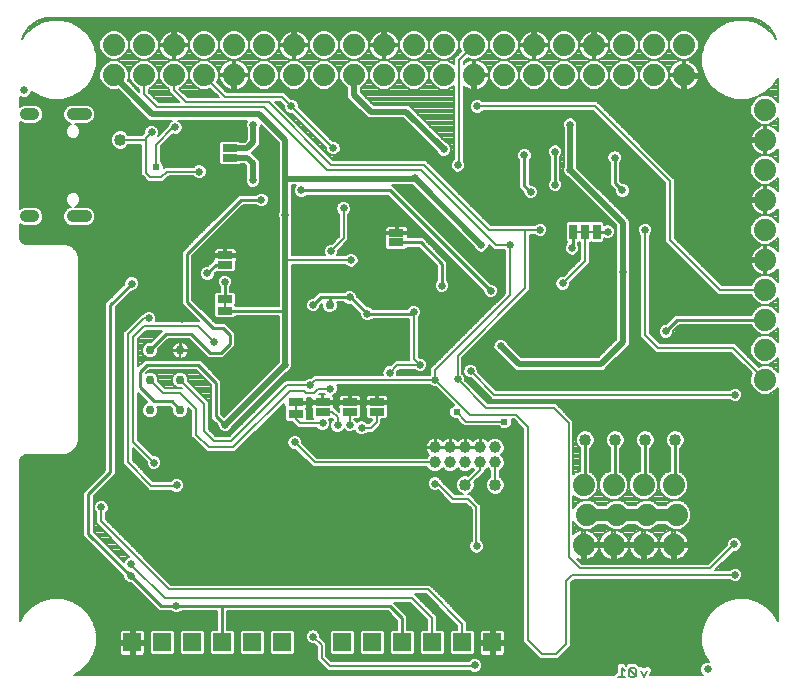
<source format=gbl>
G75*
%MOIN*%
%OFA0B0*%
%FSLAX25Y25*%
%IPPOS*%
%LPD*%
%AMOC8*
5,1,8,0,0,1.08239X$1,22.5*
%
%ADD10C,0.00800*%
%ADD11C,0.03937*%
%ADD12R,0.05000X0.02500*%
%ADD13R,0.02500X0.05000*%
%ADD14R,0.01600X0.01000*%
%ADD15C,0.04000*%
%ADD16C,0.02500*%
%ADD17R,0.01000X0.01600*%
%ADD18C,0.07400*%
%ADD19C,0.03000*%
%ADD20R,0.06000X0.06000*%
%ADD21C,0.03937*%
%ADD22C,0.01000*%
%ADD23C,0.04000*%
%ADD24C,0.02000*%
%ADD25C,0.02378*%
%ADD26C,0.02400*%
D10*
X0141562Y0149533D02*
X0143905Y0150886D01*
X0146401Y0153382D01*
X0148166Y0156439D01*
X0149079Y0159848D01*
X0149079Y0163377D01*
X0148166Y0166787D01*
X0146401Y0169843D01*
X0143905Y0172339D01*
X0140849Y0174104D01*
X0137439Y0175017D01*
X0133910Y0175017D01*
X0130501Y0174104D01*
X0127444Y0172339D01*
X0124948Y0169843D01*
X0123595Y0167500D01*
X0123595Y0220668D01*
X0123638Y0221104D01*
X0123972Y0221911D01*
X0124589Y0222528D01*
X0125396Y0222862D01*
X0125832Y0222905D01*
X0138764Y0222905D01*
X0140836Y0223763D01*
X0142422Y0225349D01*
X0143280Y0227420D01*
X0143280Y0288718D01*
X0142422Y0290790D01*
X0140836Y0292376D01*
X0138764Y0293234D01*
X0125832Y0293234D01*
X0125396Y0293277D01*
X0124589Y0293611D01*
X0123972Y0294228D01*
X0123638Y0295034D01*
X0123595Y0295471D01*
X0123595Y0299904D01*
X0123860Y0299639D01*
X0125025Y0299157D01*
X0128647Y0299157D01*
X0129812Y0299639D01*
X0130703Y0300530D01*
X0131186Y0301695D01*
X0131186Y0302955D01*
X0130703Y0304120D01*
X0129812Y0305011D01*
X0128647Y0305494D01*
X0125025Y0305494D01*
X0123860Y0305011D01*
X0123595Y0304746D01*
X0123595Y0333920D01*
X0123860Y0333655D01*
X0125025Y0333172D01*
X0128647Y0333172D01*
X0129812Y0333655D01*
X0130703Y0334546D01*
X0131186Y0335711D01*
X0131186Y0336971D01*
X0130703Y0338136D01*
X0129812Y0339027D01*
X0128647Y0339509D01*
X0125025Y0339509D01*
X0123860Y0339027D01*
X0123595Y0338762D01*
X0123595Y0342248D01*
X0124462Y0341889D01*
X0125436Y0341889D01*
X0126337Y0342262D01*
X0127026Y0342952D01*
X0127397Y0343847D01*
X0127444Y0343800D01*
X0130501Y0342035D01*
X0133910Y0341121D01*
X0137439Y0341121D01*
X0140849Y0342035D01*
X0143905Y0343800D01*
X0146401Y0346295D01*
X0148166Y0349352D01*
X0149079Y0352761D01*
X0149079Y0356291D01*
X0148166Y0359700D01*
X0146401Y0362757D01*
X0143905Y0365252D01*
X0140849Y0367017D01*
X0137439Y0367931D01*
X0133910Y0367931D01*
X0130501Y0367017D01*
X0127444Y0365252D01*
X0124948Y0362757D01*
X0124154Y0361380D01*
X0124697Y0363053D01*
X0126557Y0365613D01*
X0129116Y0367472D01*
X0132124Y0368450D01*
X0133706Y0368574D01*
X0365990Y0368574D01*
X0367571Y0368450D01*
X0370580Y0367472D01*
X0373139Y0365613D01*
X0374999Y0363053D01*
X0375542Y0361380D01*
X0374748Y0362757D01*
X0372252Y0365252D01*
X0369195Y0367017D01*
X0365786Y0367931D01*
X0362256Y0367931D01*
X0358847Y0367017D01*
X0355790Y0365252D01*
X0353295Y0362757D01*
X0351530Y0359700D01*
X0350616Y0356291D01*
X0350616Y0352761D01*
X0351530Y0349352D01*
X0353295Y0346295D01*
X0355790Y0343800D01*
X0358847Y0342035D01*
X0362256Y0341121D01*
X0365786Y0341121D01*
X0369195Y0342035D01*
X0372252Y0343800D01*
X0374748Y0346295D01*
X0376101Y0348639D01*
X0376101Y0340484D01*
X0376049Y0340609D01*
X0374671Y0341987D01*
X0372870Y0342733D01*
X0370920Y0342733D01*
X0369120Y0341987D01*
X0367741Y0340609D01*
X0366995Y0338808D01*
X0366995Y0336858D01*
X0367741Y0335057D01*
X0369120Y0333679D01*
X0370920Y0332933D01*
X0372870Y0332933D01*
X0374671Y0333679D01*
X0376049Y0335057D01*
X0376101Y0335182D01*
X0376101Y0330721D01*
X0375785Y0331155D01*
X0375218Y0331723D01*
X0374568Y0332195D01*
X0373853Y0332559D01*
X0373089Y0332807D01*
X0372297Y0332933D01*
X0372295Y0332933D01*
X0372295Y0328233D01*
X0371495Y0328233D01*
X0371495Y0327433D01*
X0366795Y0327433D01*
X0366795Y0327432D01*
X0366921Y0326639D01*
X0367169Y0325875D01*
X0367533Y0325160D01*
X0368005Y0324511D01*
X0368573Y0323943D01*
X0369222Y0323471D01*
X0369937Y0323107D01*
X0370701Y0322859D01*
X0371494Y0322733D01*
X0371495Y0322733D01*
X0371495Y0327433D01*
X0372295Y0327433D01*
X0372295Y0322733D01*
X0372297Y0322733D01*
X0373089Y0322859D01*
X0373853Y0323107D01*
X0374568Y0323471D01*
X0375218Y0323943D01*
X0375785Y0324511D01*
X0376101Y0324945D01*
X0376101Y0320484D01*
X0376049Y0320609D01*
X0374671Y0321987D01*
X0372870Y0322733D01*
X0370920Y0322733D01*
X0369120Y0321987D01*
X0367741Y0320609D01*
X0366995Y0318808D01*
X0366995Y0316858D01*
X0367741Y0315057D01*
X0369120Y0313679D01*
X0370920Y0312933D01*
X0372870Y0312933D01*
X0374671Y0313679D01*
X0376049Y0315057D01*
X0376101Y0315182D01*
X0376101Y0310721D01*
X0375785Y0311155D01*
X0375218Y0311723D01*
X0374568Y0312195D01*
X0373853Y0312559D01*
X0373089Y0312807D01*
X0372297Y0312933D01*
X0372295Y0312933D01*
X0372295Y0308233D01*
X0371495Y0308233D01*
X0371495Y0307433D01*
X0366795Y0307433D01*
X0366795Y0307432D01*
X0366921Y0306639D01*
X0367169Y0305875D01*
X0367533Y0305160D01*
X0368005Y0304511D01*
X0368573Y0303943D01*
X0369222Y0303471D01*
X0369937Y0303107D01*
X0370701Y0302859D01*
X0371494Y0302733D01*
X0371495Y0302733D01*
X0371495Y0307433D01*
X0372295Y0307433D01*
X0372295Y0302733D01*
X0372297Y0302733D01*
X0373089Y0302859D01*
X0373853Y0303107D01*
X0374568Y0303471D01*
X0375218Y0303943D01*
X0375785Y0304511D01*
X0376101Y0304945D01*
X0376101Y0300484D01*
X0376049Y0300609D01*
X0374671Y0301987D01*
X0372870Y0302733D01*
X0370920Y0302733D01*
X0369120Y0301987D01*
X0367741Y0300609D01*
X0366995Y0298808D01*
X0366995Y0296858D01*
X0367741Y0295057D01*
X0369120Y0293679D01*
X0370920Y0292933D01*
X0372870Y0292933D01*
X0374671Y0293679D01*
X0376049Y0295057D01*
X0376101Y0295182D01*
X0376101Y0290721D01*
X0375785Y0291155D01*
X0375218Y0291723D01*
X0374568Y0292195D01*
X0373853Y0292559D01*
X0373089Y0292807D01*
X0372297Y0292933D01*
X0372295Y0292933D01*
X0372295Y0288233D01*
X0371495Y0288233D01*
X0371495Y0287433D01*
X0366795Y0287433D01*
X0366795Y0287432D01*
X0366921Y0286639D01*
X0367169Y0285875D01*
X0367533Y0285160D01*
X0368005Y0284511D01*
X0368573Y0283943D01*
X0369222Y0283471D01*
X0369937Y0283107D01*
X0370701Y0282859D01*
X0371494Y0282733D01*
X0371495Y0282733D01*
X0371495Y0287433D01*
X0372295Y0287433D01*
X0372295Y0282733D01*
X0372297Y0282733D01*
X0373089Y0282859D01*
X0373853Y0283107D01*
X0374568Y0283471D01*
X0375218Y0283943D01*
X0375785Y0284511D01*
X0376101Y0284945D01*
X0376101Y0280484D01*
X0376049Y0280609D01*
X0374671Y0281987D01*
X0372870Y0282733D01*
X0370920Y0282733D01*
X0369120Y0281987D01*
X0367741Y0280609D01*
X0367254Y0279433D01*
X0357548Y0279433D01*
X0341875Y0295106D01*
X0341875Y0314686D01*
X0340938Y0315623D01*
X0340938Y0315623D01*
X0316755Y0339806D01*
X0315818Y0340743D01*
X0277670Y0340743D01*
X0277303Y0341110D01*
X0276402Y0341483D01*
X0275428Y0341483D01*
X0274527Y0341110D01*
X0273838Y0340421D01*
X0273465Y0339520D01*
X0273465Y0338546D01*
X0273838Y0337645D01*
X0274527Y0336956D01*
X0275428Y0336583D01*
X0276402Y0336583D01*
X0277303Y0336956D01*
X0277890Y0337543D01*
X0314492Y0337543D01*
X0338675Y0313360D01*
X0338675Y0293780D01*
X0339612Y0292843D01*
X0339612Y0292843D01*
X0355285Y0277170D01*
X0356222Y0276233D01*
X0367254Y0276233D01*
X0367741Y0275057D01*
X0369120Y0273679D01*
X0370920Y0272933D01*
X0372870Y0272933D01*
X0374671Y0273679D01*
X0376049Y0275057D01*
X0376101Y0275182D01*
X0376101Y0270484D01*
X0376049Y0270609D01*
X0374671Y0271987D01*
X0372870Y0272733D01*
X0370920Y0272733D01*
X0369120Y0271987D01*
X0367741Y0270609D01*
X0367296Y0269533D01*
X0341941Y0269533D01*
X0340945Y0268537D01*
X0338881Y0266473D01*
X0338348Y0266473D01*
X0337447Y0266100D01*
X0336758Y0265411D01*
X0336385Y0264510D01*
X0336385Y0263536D01*
X0336758Y0262635D01*
X0337447Y0261946D01*
X0338348Y0261573D01*
X0339322Y0261573D01*
X0340223Y0261946D01*
X0340912Y0262635D01*
X0341285Y0263536D01*
X0341285Y0264069D01*
X0343349Y0266133D01*
X0367296Y0266133D01*
X0367741Y0265057D01*
X0369120Y0263679D01*
X0370920Y0262933D01*
X0372870Y0262933D01*
X0374671Y0263679D01*
X0376049Y0265057D01*
X0376101Y0265182D01*
X0376101Y0260484D01*
X0376049Y0260609D01*
X0374671Y0261987D01*
X0372870Y0262733D01*
X0370920Y0262733D01*
X0369120Y0261987D01*
X0367741Y0260609D01*
X0366995Y0258808D01*
X0366995Y0256858D01*
X0367741Y0255057D01*
X0369120Y0253679D01*
X0370920Y0252933D01*
X0372870Y0252933D01*
X0374671Y0253679D01*
X0376049Y0255057D01*
X0376101Y0255182D01*
X0376101Y0250484D01*
X0376049Y0250609D01*
X0374671Y0251987D01*
X0372870Y0252733D01*
X0370920Y0252733D01*
X0369745Y0252246D01*
X0362825Y0259166D01*
X0361888Y0260103D01*
X0336888Y0260103D01*
X0333495Y0263496D01*
X0333495Y0295968D01*
X0333972Y0296445D01*
X0334345Y0297346D01*
X0334345Y0298320D01*
X0333972Y0299221D01*
X0333283Y0299910D01*
X0332382Y0300283D01*
X0331408Y0300283D01*
X0330507Y0299910D01*
X0329818Y0299221D01*
X0329445Y0298320D01*
X0329445Y0297346D01*
X0329818Y0296445D01*
X0330295Y0295968D01*
X0330295Y0262170D01*
X0334625Y0257840D01*
X0335562Y0256903D01*
X0360562Y0256903D01*
X0367482Y0249983D01*
X0366995Y0248808D01*
X0366995Y0246858D01*
X0367741Y0245057D01*
X0369120Y0243679D01*
X0370920Y0242933D01*
X0372870Y0242933D01*
X0374671Y0243679D01*
X0376049Y0245057D01*
X0376101Y0245182D01*
X0376101Y0167500D01*
X0374748Y0169843D01*
X0372252Y0172339D01*
X0369195Y0174104D01*
X0365786Y0175017D01*
X0362256Y0175017D01*
X0358847Y0174104D01*
X0355790Y0172339D01*
X0353295Y0169843D01*
X0351530Y0166787D01*
X0350616Y0163377D01*
X0350616Y0159848D01*
X0351530Y0156439D01*
X0353072Y0153767D01*
X0352257Y0153767D01*
X0351357Y0153394D01*
X0350668Y0152705D01*
X0350295Y0151804D01*
X0350295Y0150830D01*
X0350668Y0149929D01*
X0351064Y0149533D01*
X0333616Y0149533D01*
X0334223Y0150745D01*
X0333803Y0152003D01*
X0332618Y0152596D01*
X0331428Y0152199D01*
X0330237Y0152596D01*
X0330000Y0152477D01*
X0329878Y0152599D01*
X0328941Y0153536D01*
X0326548Y0153536D01*
X0326014Y0153002D01*
X0325636Y0152624D01*
X0325383Y0152877D01*
X0324724Y0153536D01*
X0323399Y0153536D01*
X0322923Y0153060D01*
X0322461Y0152599D01*
X0322461Y0150333D01*
X0322331Y0150333D01*
X0321531Y0149533D01*
X0141562Y0149533D01*
X0142766Y0150229D02*
X0274674Y0150229D01*
X0274688Y0150223D02*
X0275662Y0150223D01*
X0276563Y0150596D01*
X0277252Y0151285D01*
X0277625Y0152186D01*
X0277625Y0153160D01*
X0277252Y0154061D01*
X0276563Y0154750D01*
X0275662Y0155123D01*
X0274688Y0155123D01*
X0273787Y0154750D01*
X0273150Y0154113D01*
X0227358Y0154113D01*
X0225655Y0155816D01*
X0225655Y0160046D01*
X0223635Y0162066D01*
X0223635Y0162740D01*
X0223262Y0163641D01*
X0222573Y0164330D01*
X0221672Y0164703D01*
X0220698Y0164703D01*
X0219797Y0164330D01*
X0219108Y0163641D01*
X0218735Y0162740D01*
X0218735Y0161766D01*
X0219108Y0160865D01*
X0219797Y0160176D01*
X0220698Y0159803D01*
X0221372Y0159803D01*
X0222455Y0158720D01*
X0222455Y0154490D01*
X0223392Y0153553D01*
X0223392Y0153553D01*
X0225095Y0151850D01*
X0226032Y0150913D01*
X0273470Y0150913D01*
X0273787Y0150596D01*
X0274688Y0150223D01*
X0275676Y0150229D02*
X0322227Y0150229D01*
X0322461Y0151027D02*
X0276994Y0151027D01*
X0277476Y0151826D02*
X0322461Y0151826D01*
X0322487Y0152624D02*
X0277625Y0152624D01*
X0277516Y0153423D02*
X0323285Y0153423D01*
X0324837Y0153423D02*
X0326435Y0153423D01*
X0326014Y0153002D02*
X0326014Y0153002D01*
X0325636Y0152624D02*
X0325636Y0152624D01*
X0326677Y0151402D02*
X0327211Y0151936D01*
X0328278Y0151936D01*
X0328812Y0151402D01*
X0328812Y0149267D01*
X0326677Y0151402D01*
X0326677Y0149267D01*
X0327211Y0148733D01*
X0328278Y0148733D01*
X0328812Y0149267D01*
X0330360Y0150868D02*
X0331428Y0148733D01*
X0332495Y0150868D01*
X0333964Y0150229D02*
X0350544Y0150229D01*
X0350295Y0151027D02*
X0334129Y0151027D01*
X0333863Y0151826D02*
X0350303Y0151826D01*
X0350634Y0152624D02*
X0329853Y0152624D01*
X0329054Y0153423D02*
X0351426Y0153423D01*
X0352810Y0154221D02*
X0277092Y0154221D01*
X0275912Y0155020D02*
X0296676Y0155020D01*
X0296822Y0154873D02*
X0302998Y0154873D01*
X0303935Y0155810D01*
X0304855Y0156730D01*
X0304855Y0156753D01*
X0307277Y0159175D01*
X0307277Y0180283D01*
X0308228Y0181233D01*
X0360030Y0181233D01*
X0360507Y0180756D01*
X0361408Y0180383D01*
X0362382Y0180383D01*
X0363283Y0180756D01*
X0363972Y0181445D01*
X0364345Y0182346D01*
X0364345Y0183320D01*
X0363972Y0184221D01*
X0363283Y0184910D01*
X0362382Y0185283D01*
X0361408Y0185283D01*
X0360507Y0184910D01*
X0360030Y0184433D01*
X0355258Y0184433D01*
X0361408Y0190583D01*
X0362082Y0190583D01*
X0362983Y0190956D01*
X0363672Y0191645D01*
X0364045Y0192546D01*
X0364045Y0193520D01*
X0363672Y0194421D01*
X0362983Y0195110D01*
X0362082Y0195483D01*
X0361108Y0195483D01*
X0360207Y0195110D01*
X0359518Y0194421D01*
X0359145Y0193520D01*
X0359145Y0192846D01*
X0352882Y0186583D01*
X0310808Y0186583D01*
X0309125Y0188266D01*
X0309437Y0188107D01*
X0310201Y0187859D01*
X0310994Y0187733D01*
X0310995Y0187733D01*
X0310995Y0192433D01*
X0311795Y0192433D01*
X0311795Y0187733D01*
X0311797Y0187733D01*
X0312589Y0187859D01*
X0313353Y0188107D01*
X0314068Y0188471D01*
X0314718Y0188943D01*
X0315285Y0189511D01*
X0315757Y0190160D01*
X0316121Y0190875D01*
X0316370Y0191639D01*
X0316395Y0191800D01*
X0316421Y0191639D01*
X0316669Y0190875D01*
X0317033Y0190160D01*
X0317505Y0189511D01*
X0318073Y0188943D01*
X0318722Y0188471D01*
X0319437Y0188107D01*
X0320201Y0187859D01*
X0320994Y0187733D01*
X0320995Y0187733D01*
X0320995Y0192433D01*
X0316295Y0192433D01*
X0311795Y0192433D01*
X0311795Y0193233D01*
X0310995Y0193233D01*
X0310995Y0197933D01*
X0310994Y0197933D01*
X0310201Y0197807D01*
X0309437Y0197559D01*
X0308722Y0197195D01*
X0308073Y0196723D01*
X0307985Y0196636D01*
X0307985Y0200675D01*
X0308241Y0200057D01*
X0309620Y0198679D01*
X0311420Y0197933D01*
X0313370Y0197933D01*
X0315171Y0198679D01*
X0316125Y0199633D01*
X0318665Y0199633D01*
X0319620Y0198679D01*
X0321420Y0197933D01*
X0323370Y0197933D01*
X0325171Y0198679D01*
X0326125Y0199633D01*
X0328666Y0199633D01*
X0329620Y0198679D01*
X0331420Y0197933D01*
X0333370Y0197933D01*
X0335171Y0198679D01*
X0336125Y0199633D01*
X0338665Y0199633D01*
X0339620Y0198679D01*
X0341420Y0197933D01*
X0343370Y0197933D01*
X0345171Y0198679D01*
X0346549Y0200057D01*
X0347295Y0201858D01*
X0347295Y0203808D01*
X0346549Y0205609D01*
X0345171Y0206987D01*
X0343370Y0207733D01*
X0341420Y0207733D01*
X0339620Y0206987D01*
X0338665Y0206033D01*
X0336125Y0206033D01*
X0335171Y0206987D01*
X0333370Y0207733D01*
X0331420Y0207733D01*
X0329620Y0206987D01*
X0328666Y0206033D01*
X0326125Y0206033D01*
X0325171Y0206987D01*
X0323370Y0207733D01*
X0321420Y0207733D01*
X0319620Y0206987D01*
X0318665Y0206033D01*
X0316125Y0206033D01*
X0315171Y0206987D01*
X0313370Y0207733D01*
X0311420Y0207733D01*
X0309620Y0206987D01*
X0308241Y0205609D01*
X0307985Y0204991D01*
X0307985Y0209313D01*
X0308620Y0208679D01*
X0310420Y0207933D01*
X0312370Y0207933D01*
X0314171Y0208679D01*
X0315549Y0210057D01*
X0316295Y0211858D01*
X0316295Y0213808D01*
X0315549Y0215609D01*
X0314171Y0216987D01*
X0313595Y0217226D01*
X0313595Y0225074D01*
X0313708Y0225120D01*
X0314608Y0226020D01*
X0315095Y0227197D01*
X0315095Y0228470D01*
X0314608Y0229646D01*
X0313708Y0230546D01*
X0312532Y0231033D01*
X0311259Y0231033D01*
X0310082Y0230546D01*
X0309182Y0229646D01*
X0308695Y0228470D01*
X0308695Y0227197D01*
X0309182Y0226020D01*
X0310082Y0225120D01*
X0310195Y0225074D01*
X0310195Y0217640D01*
X0308620Y0216987D01*
X0307985Y0216353D01*
X0307985Y0234176D01*
X0302068Y0240093D01*
X0279578Y0240093D01*
X0271835Y0247836D01*
X0271835Y0248480D01*
X0271462Y0249381D01*
X0270985Y0249858D01*
X0270985Y0255200D01*
X0293495Y0277710D01*
X0293495Y0296233D01*
X0295030Y0296233D01*
X0295507Y0295756D01*
X0296408Y0295383D01*
X0297382Y0295383D01*
X0298283Y0295756D01*
X0298972Y0296445D01*
X0299345Y0297346D01*
X0299345Y0298320D01*
X0298972Y0299221D01*
X0298283Y0299910D01*
X0297382Y0300283D01*
X0296408Y0300283D01*
X0295507Y0299910D01*
X0295030Y0299433D01*
X0280518Y0299433D01*
X0258808Y0321143D01*
X0228008Y0321143D01*
X0208618Y0340533D01*
X0210262Y0340533D01*
X0211575Y0339220D01*
X0211575Y0338546D01*
X0211948Y0337645D01*
X0212637Y0336956D01*
X0213538Y0336583D01*
X0214212Y0336583D01*
X0225505Y0325290D01*
X0225505Y0324616D01*
X0225878Y0323715D01*
X0226567Y0323026D01*
X0227468Y0322653D01*
X0228442Y0322653D01*
X0229343Y0323026D01*
X0230032Y0323715D01*
X0230405Y0324616D01*
X0230405Y0325590D01*
X0230032Y0326491D01*
X0229343Y0327180D01*
X0228442Y0327553D01*
X0227768Y0327553D01*
X0216475Y0338846D01*
X0216475Y0339520D01*
X0216102Y0340421D01*
X0215413Y0341110D01*
X0214512Y0341483D01*
X0213838Y0341483D01*
X0211588Y0343733D01*
X0192516Y0343733D01*
X0189169Y0347080D01*
X0189756Y0348496D01*
X0189756Y0350446D01*
X0189010Y0352246D01*
X0187631Y0353625D01*
X0185830Y0354371D01*
X0183881Y0354371D01*
X0182080Y0353625D01*
X0180702Y0352246D01*
X0179956Y0350446D01*
X0179956Y0348496D01*
X0180702Y0346695D01*
X0182080Y0345317D01*
X0183881Y0344571D01*
X0185830Y0344571D01*
X0186766Y0344958D01*
X0189741Y0341983D01*
X0179458Y0341983D01*
X0176566Y0344875D01*
X0177631Y0345317D01*
X0179010Y0346695D01*
X0179756Y0348496D01*
X0179756Y0350446D01*
X0179010Y0352246D01*
X0177631Y0353625D01*
X0175830Y0354371D01*
X0173881Y0354371D01*
X0172080Y0353625D01*
X0170702Y0352246D01*
X0169956Y0350446D01*
X0169956Y0348496D01*
X0170702Y0346695D01*
X0172080Y0345317D01*
X0173256Y0344830D01*
X0173256Y0343660D01*
X0176592Y0340323D01*
X0169818Y0340323D01*
X0166456Y0343685D01*
X0166456Y0344830D01*
X0167631Y0345317D01*
X0169010Y0346695D01*
X0169756Y0348496D01*
X0169756Y0350446D01*
X0169010Y0352246D01*
X0167631Y0353625D01*
X0165830Y0354371D01*
X0163881Y0354371D01*
X0162080Y0353625D01*
X0160702Y0352246D01*
X0159956Y0350446D01*
X0159956Y0348496D01*
X0160702Y0346695D01*
X0162080Y0345317D01*
X0163256Y0344830D01*
X0163256Y0343842D01*
X0159418Y0347680D01*
X0159756Y0348496D01*
X0159756Y0350446D01*
X0159010Y0352246D01*
X0157631Y0353625D01*
X0155830Y0354371D01*
X0153881Y0354371D01*
X0152080Y0353625D01*
X0150702Y0352246D01*
X0149956Y0350446D01*
X0149956Y0348496D01*
X0150702Y0346695D01*
X0152080Y0345317D01*
X0153881Y0344571D01*
X0155830Y0344571D01*
X0156166Y0344710D01*
X0166612Y0334263D01*
X0174295Y0334263D01*
X0173877Y0334090D01*
X0173188Y0333401D01*
X0172815Y0332500D01*
X0172815Y0332486D01*
X0169612Y0329282D01*
X0169845Y0329846D01*
X0169845Y0330820D01*
X0169472Y0331721D01*
X0168783Y0332410D01*
X0167882Y0332783D01*
X0166908Y0332783D01*
X0166007Y0332410D01*
X0165318Y0331721D01*
X0164945Y0330820D01*
X0164945Y0330146D01*
X0164852Y0330053D01*
X0164232Y0329433D01*
X0159696Y0329433D01*
X0159608Y0329646D01*
X0158708Y0330546D01*
X0157532Y0331033D01*
X0156259Y0331033D01*
X0155082Y0330546D01*
X0154182Y0329646D01*
X0153695Y0328470D01*
X0153695Y0327197D01*
X0154182Y0326020D01*
X0155082Y0325120D01*
X0156259Y0324633D01*
X0157532Y0324633D01*
X0158708Y0325120D01*
X0159608Y0326020D01*
X0159696Y0326233D01*
X0163915Y0326233D01*
X0163915Y0316260D01*
X0164852Y0315323D01*
X0164852Y0315323D01*
X0166322Y0313853D01*
X0171268Y0313853D01*
X0172205Y0314790D01*
X0173108Y0315693D01*
X0181440Y0315693D01*
X0181917Y0315216D01*
X0182818Y0314843D01*
X0183792Y0314843D01*
X0184693Y0315216D01*
X0185382Y0315905D01*
X0185755Y0316806D01*
X0185755Y0317780D01*
X0185382Y0318681D01*
X0184693Y0319370D01*
X0183792Y0319743D01*
X0182818Y0319743D01*
X0181917Y0319370D01*
X0181440Y0318893D01*
X0171782Y0318893D01*
X0171384Y0318495D01*
X0171384Y0319318D01*
X0171019Y0320200D01*
X0170505Y0320714D01*
X0170505Y0325650D01*
X0174523Y0329668D01*
X0174778Y0329563D01*
X0175752Y0329563D01*
X0176653Y0329936D01*
X0177342Y0330625D01*
X0177715Y0331526D01*
X0177715Y0332500D01*
X0177342Y0333401D01*
X0176653Y0334090D01*
X0176235Y0334263D01*
X0199320Y0334263D01*
X0199248Y0334191D01*
X0198875Y0333290D01*
X0198875Y0332316D01*
X0199125Y0331712D01*
X0199125Y0328064D01*
X0198364Y0327303D01*
X0196762Y0327303D01*
X0196512Y0327553D01*
X0190518Y0327553D01*
X0189815Y0326850D01*
X0189815Y0320156D01*
X0190518Y0319453D01*
X0196512Y0319453D01*
X0196802Y0319743D01*
X0198334Y0319743D01*
X0198975Y0319102D01*
X0198975Y0315424D01*
X0198725Y0314820D01*
X0198725Y0313846D01*
X0199098Y0312945D01*
X0199787Y0312256D01*
X0200688Y0311883D01*
X0201662Y0311883D01*
X0202563Y0312256D01*
X0203252Y0312945D01*
X0203625Y0313846D01*
X0203625Y0314820D01*
X0203375Y0315424D01*
X0203375Y0320924D01*
X0201445Y0322854D01*
X0200791Y0323508D01*
X0202236Y0324953D01*
X0203525Y0326242D01*
X0203525Y0331712D01*
X0203775Y0332316D01*
X0203775Y0332842D01*
X0209695Y0326922D01*
X0209695Y0303924D01*
X0209445Y0303320D01*
X0209445Y0302346D01*
X0209695Y0301742D01*
X0209695Y0272553D01*
X0195485Y0272553D01*
X0195485Y0272600D01*
X0195232Y0272853D01*
X0195485Y0273106D01*
X0195485Y0276600D01*
X0194782Y0277303D01*
X0193515Y0277303D01*
X0193515Y0278758D01*
X0193892Y0279135D01*
X0194265Y0280036D01*
X0194265Y0281010D01*
X0193892Y0281911D01*
X0193203Y0282600D01*
X0192302Y0282973D01*
X0191328Y0282973D01*
X0190427Y0282600D01*
X0189738Y0281911D01*
X0189365Y0281010D01*
X0189365Y0280036D01*
X0189738Y0279135D01*
X0190115Y0278758D01*
X0190115Y0277303D01*
X0188788Y0277303D01*
X0188085Y0276600D01*
X0188085Y0273106D01*
X0188338Y0272853D01*
X0188085Y0272600D01*
X0188085Y0269106D01*
X0188788Y0268403D01*
X0194782Y0268403D01*
X0195485Y0269106D01*
X0195485Y0269153D01*
X0209695Y0269153D01*
X0209695Y0253924D01*
X0209568Y0253617D01*
X0191492Y0235541D01*
X0190655Y0236377D01*
X0190655Y0247617D01*
X0183719Y0254553D01*
X0165121Y0254553D01*
X0164125Y0253557D01*
X0162955Y0252387D01*
X0162955Y0261590D01*
X0165648Y0264283D01*
X0170941Y0264283D01*
X0170465Y0263807D01*
X0167191Y0260533D01*
X0166358Y0260533D01*
X0165366Y0260122D01*
X0164606Y0259362D01*
X0164195Y0258370D01*
X0164195Y0257296D01*
X0164606Y0256304D01*
X0165366Y0255544D01*
X0166358Y0255133D01*
X0167432Y0255133D01*
X0168425Y0255544D01*
X0169184Y0256304D01*
X0169595Y0257296D01*
X0169595Y0258129D01*
X0172869Y0261403D01*
X0179851Y0261403D01*
X0185075Y0256179D01*
X0186071Y0255183D01*
X0191239Y0255183D01*
X0192235Y0256179D01*
X0194149Y0258093D01*
X0195145Y0259089D01*
X0195145Y0263517D01*
X0191809Y0266853D01*
X0188729Y0266853D01*
X0180945Y0274637D01*
X0180945Y0289249D01*
X0197829Y0306133D01*
X0202260Y0306133D01*
X0202637Y0305756D01*
X0203538Y0305383D01*
X0204512Y0305383D01*
X0205413Y0305756D01*
X0206102Y0306445D01*
X0206475Y0307346D01*
X0206475Y0308320D01*
X0206102Y0309221D01*
X0205413Y0309910D01*
X0204512Y0310283D01*
X0203538Y0310283D01*
X0202637Y0309910D01*
X0202260Y0309533D01*
X0196421Y0309533D01*
X0195425Y0308537D01*
X0177545Y0290657D01*
X0177545Y0273229D01*
X0178541Y0272233D01*
X0183291Y0267483D01*
X0168827Y0267483D01*
X0168985Y0267866D01*
X0168985Y0268840D01*
X0168612Y0269741D01*
X0167923Y0270430D01*
X0167022Y0270803D01*
X0166048Y0270803D01*
X0165147Y0270430D01*
X0164670Y0269953D01*
X0164172Y0269953D01*
X0158852Y0264633D01*
X0157915Y0263696D01*
X0157915Y0219660D01*
X0158852Y0218723D01*
X0165705Y0211870D01*
X0166642Y0210933D01*
X0174050Y0210933D01*
X0174345Y0210639D01*
X0175245Y0210266D01*
X0176220Y0210266D01*
X0177120Y0210639D01*
X0177810Y0211328D01*
X0178183Y0212228D01*
X0178183Y0213203D01*
X0177810Y0214103D01*
X0177120Y0214793D01*
X0176220Y0215166D01*
X0175245Y0215166D01*
X0174345Y0214793D01*
X0173685Y0214133D01*
X0167968Y0214133D01*
X0161115Y0220986D01*
X0161115Y0225070D01*
X0165705Y0220480D01*
X0165705Y0219806D01*
X0166078Y0218905D01*
X0166767Y0218216D01*
X0167668Y0217843D01*
X0168642Y0217843D01*
X0169543Y0218216D01*
X0170232Y0218905D01*
X0170605Y0219806D01*
X0170605Y0220780D01*
X0170232Y0221681D01*
X0169543Y0222370D01*
X0168642Y0222743D01*
X0167968Y0222743D01*
X0162955Y0227756D01*
X0162955Y0243349D01*
X0165943Y0240361D01*
X0165366Y0240122D01*
X0164606Y0239362D01*
X0164195Y0238370D01*
X0164195Y0237296D01*
X0164606Y0236304D01*
X0165366Y0235544D01*
X0166358Y0235133D01*
X0167432Y0235133D01*
X0168425Y0235544D01*
X0169184Y0236304D01*
X0169595Y0237296D01*
X0169595Y0238370D01*
X0169350Y0238963D01*
X0173361Y0238963D01*
X0174195Y0238129D01*
X0174195Y0237296D01*
X0174606Y0236304D01*
X0175366Y0235544D01*
X0176358Y0235133D01*
X0177432Y0235133D01*
X0178425Y0235544D01*
X0179184Y0236304D01*
X0179595Y0237296D01*
X0179595Y0238370D01*
X0179574Y0238422D01*
X0180595Y0237400D01*
X0180595Y0228920D01*
X0181532Y0227983D01*
X0185792Y0223723D01*
X0195238Y0223723D01*
X0211495Y0239980D01*
X0211495Y0238899D01*
X0211591Y0238543D01*
X0211775Y0238223D01*
X0211807Y0238192D01*
X0211695Y0238080D01*
X0211695Y0234586D01*
X0212398Y0233883D01*
X0214082Y0233883D01*
X0214732Y0233233D01*
X0216232Y0231733D01*
X0222530Y0231733D01*
X0223007Y0231256D01*
X0223908Y0230883D01*
X0224882Y0230883D01*
X0225783Y0231256D01*
X0226472Y0231945D01*
X0226845Y0232846D01*
X0226845Y0233820D01*
X0226472Y0234721D01*
X0226410Y0234783D01*
X0227392Y0234783D01*
X0227537Y0234928D01*
X0227795Y0234670D01*
X0227795Y0234526D01*
X0227318Y0234049D01*
X0226945Y0233149D01*
X0226945Y0232174D01*
X0227318Y0231274D01*
X0228007Y0230584D01*
X0228908Y0230211D01*
X0229882Y0230211D01*
X0230783Y0230584D01*
X0231472Y0231274D01*
X0231504Y0231351D01*
X0232053Y0230802D01*
X0232954Y0230429D01*
X0233929Y0230429D01*
X0234829Y0230802D01*
X0235090Y0231064D01*
X0235318Y0230514D01*
X0236007Y0229825D01*
X0236908Y0229452D01*
X0237882Y0229452D01*
X0238783Y0229825D01*
X0239260Y0230302D01*
X0241126Y0230302D01*
X0243058Y0232233D01*
X0243995Y0233170D01*
X0243995Y0234783D01*
X0245392Y0234783D01*
X0246095Y0235486D01*
X0246095Y0238462D01*
X0246200Y0238643D01*
X0246295Y0238999D01*
X0246295Y0240208D01*
X0242620Y0240208D01*
X0242620Y0240658D01*
X0242170Y0240658D01*
X0242170Y0240208D01*
X0238495Y0240208D01*
X0238495Y0238999D01*
X0238591Y0238643D01*
X0238695Y0238462D01*
X0238695Y0235486D01*
X0239398Y0234783D01*
X0240795Y0234783D01*
X0240795Y0234496D01*
X0239801Y0233502D01*
X0239260Y0233502D01*
X0238783Y0233979D01*
X0237882Y0234352D01*
X0236908Y0234352D01*
X0236007Y0233979D01*
X0235746Y0233717D01*
X0235518Y0234267D01*
X0235002Y0234783D01*
X0236392Y0234783D01*
X0237095Y0235486D01*
X0237095Y0238462D01*
X0237200Y0238643D01*
X0237295Y0238999D01*
X0237295Y0240208D01*
X0233620Y0240208D01*
X0233620Y0240658D01*
X0233170Y0240658D01*
X0233170Y0240208D01*
X0229495Y0240208D01*
X0229495Y0238999D01*
X0229591Y0238643D01*
X0229695Y0238462D01*
X0229695Y0237296D01*
X0228231Y0238760D01*
X0228295Y0238999D01*
X0228295Y0240208D01*
X0224620Y0240208D01*
X0224620Y0240658D01*
X0224170Y0240658D01*
X0224170Y0240208D01*
X0220495Y0240208D01*
X0220495Y0238999D01*
X0220591Y0238643D01*
X0220695Y0238462D01*
X0220695Y0235486D01*
X0221248Y0234933D01*
X0219095Y0234933D01*
X0219095Y0238080D01*
X0218984Y0238192D01*
X0219015Y0238223D01*
X0219200Y0238543D01*
X0219295Y0238899D01*
X0219295Y0240108D01*
X0216617Y0240108D01*
X0216392Y0240333D01*
X0215620Y0240333D01*
X0215620Y0240558D01*
X0219295Y0240558D01*
X0219295Y0241767D01*
X0219253Y0241923D01*
X0220510Y0241923D01*
X0220495Y0241867D01*
X0220495Y0240658D01*
X0224170Y0240658D01*
X0224170Y0243083D01*
X0223258Y0243083D01*
X0223488Y0243313D01*
X0225090Y0243313D01*
X0225320Y0243083D01*
X0224620Y0243083D01*
X0224620Y0240658D01*
X0228295Y0240658D01*
X0228295Y0241867D01*
X0228200Y0242223D01*
X0228015Y0242543D01*
X0227904Y0242654D01*
X0228343Y0242836D01*
X0229032Y0243525D01*
X0229405Y0244426D01*
X0229405Y0245400D01*
X0229060Y0246233D01*
X0260030Y0246233D01*
X0260507Y0245756D01*
X0261408Y0245383D01*
X0262082Y0245383D01*
X0268035Y0239431D01*
X0266686Y0238083D01*
X0266686Y0236104D01*
X0268086Y0234704D01*
X0269201Y0234704D01*
X0270605Y0233300D01*
X0271542Y0232363D01*
X0283227Y0232363D01*
X0284016Y0231574D01*
X0285995Y0231574D01*
X0287394Y0232974D01*
X0287394Y0234693D01*
X0288202Y0234693D01*
X0291315Y0231580D01*
X0291315Y0160380D01*
X0292252Y0159443D01*
X0296822Y0154873D01*
X0295877Y0155818D02*
X0225655Y0155818D01*
X0225655Y0156617D02*
X0226914Y0156617D01*
X0226695Y0156836D02*
X0227398Y0156133D01*
X0234392Y0156133D01*
X0235095Y0156836D01*
X0235095Y0163830D01*
X0234392Y0164533D01*
X0227398Y0164533D01*
X0226695Y0163830D01*
X0226695Y0156836D01*
X0226695Y0157415D02*
X0225655Y0157415D01*
X0225655Y0158214D02*
X0226695Y0158214D01*
X0226695Y0159012D02*
X0225655Y0159012D01*
X0225655Y0159811D02*
X0226695Y0159811D01*
X0226695Y0160609D02*
X0225092Y0160609D01*
X0224293Y0161408D02*
X0226695Y0161408D01*
X0226695Y0162206D02*
X0223635Y0162206D01*
X0223526Y0163005D02*
X0226695Y0163005D01*
X0226695Y0163803D02*
X0223100Y0163803D01*
X0221917Y0164602D02*
X0249195Y0164602D01*
X0249195Y0164533D02*
X0247398Y0164533D01*
X0246695Y0163830D01*
X0246695Y0156836D01*
X0247398Y0156133D01*
X0254392Y0156133D01*
X0255095Y0156836D01*
X0255095Y0163830D01*
X0254392Y0164533D01*
X0252595Y0164533D01*
X0252595Y0169027D01*
X0248445Y0173177D01*
X0248149Y0173473D01*
X0253502Y0173473D01*
X0259295Y0167680D01*
X0259295Y0164533D01*
X0257398Y0164533D01*
X0256695Y0163830D01*
X0256695Y0156836D01*
X0257398Y0156133D01*
X0264392Y0156133D01*
X0265095Y0156836D01*
X0265095Y0163830D01*
X0264392Y0164533D01*
X0262495Y0164533D01*
X0262495Y0169006D01*
X0255765Y0175736D01*
X0255098Y0176403D01*
X0258802Y0176403D01*
X0269295Y0165910D01*
X0269295Y0164533D01*
X0267398Y0164533D01*
X0266695Y0163830D01*
X0266695Y0156836D01*
X0267398Y0156133D01*
X0274392Y0156133D01*
X0275095Y0156836D01*
X0275095Y0163830D01*
X0274392Y0164533D01*
X0272495Y0164533D01*
X0272495Y0167236D01*
X0261065Y0178666D01*
X0260128Y0179603D01*
X0173908Y0179603D01*
X0152155Y0201356D01*
X0152155Y0203488D01*
X0152712Y0204045D01*
X0153085Y0204946D01*
X0153085Y0205920D01*
X0152712Y0206821D01*
X0152023Y0207510D01*
X0151122Y0207883D01*
X0150148Y0207883D01*
X0149247Y0207510D01*
X0148558Y0206821D01*
X0148185Y0205920D01*
X0148185Y0204946D01*
X0148558Y0204045D01*
X0148955Y0203648D01*
X0148955Y0200030D01*
X0149892Y0199093D01*
X0160006Y0188980D01*
X0159257Y0188670D01*
X0158568Y0187981D01*
X0158212Y0187121D01*
X0148055Y0197277D01*
X0148055Y0208989D01*
X0154389Y0215323D01*
X0155385Y0216319D01*
X0155385Y0272109D01*
X0160759Y0277483D01*
X0161292Y0277483D01*
X0162193Y0277856D01*
X0162882Y0278545D01*
X0163255Y0279446D01*
X0163255Y0280420D01*
X0162882Y0281321D01*
X0162193Y0282010D01*
X0161292Y0282383D01*
X0160318Y0282383D01*
X0159417Y0282010D01*
X0158728Y0281321D01*
X0158355Y0280420D01*
X0158355Y0279887D01*
X0152981Y0274513D01*
X0151985Y0273517D01*
X0151985Y0217727D01*
X0144655Y0210397D01*
X0144655Y0195869D01*
X0145651Y0194873D01*
X0157985Y0182539D01*
X0157985Y0182006D01*
X0158358Y0181105D01*
X0159047Y0180416D01*
X0159948Y0180043D01*
X0160481Y0180043D01*
X0168755Y0171769D01*
X0168755Y0171769D01*
X0169751Y0170773D01*
X0173890Y0170773D01*
X0174267Y0170396D01*
X0175168Y0170023D01*
X0176142Y0170023D01*
X0177043Y0170396D01*
X0177420Y0170773D01*
X0189195Y0170773D01*
X0189195Y0164533D01*
X0187398Y0164533D01*
X0186695Y0163830D01*
X0186695Y0156836D01*
X0187398Y0156133D01*
X0194392Y0156133D01*
X0195095Y0156836D01*
X0195095Y0163830D01*
X0194392Y0164533D01*
X0192595Y0164533D01*
X0192595Y0170773D01*
X0246041Y0170773D01*
X0249195Y0167619D01*
X0249195Y0164533D01*
X0249195Y0165400D02*
X0192595Y0165400D01*
X0192595Y0164602D02*
X0220453Y0164602D01*
X0219271Y0163803D02*
X0215095Y0163803D01*
X0215095Y0163830D02*
X0214392Y0164533D01*
X0207398Y0164533D01*
X0206695Y0163830D01*
X0206695Y0156836D01*
X0207398Y0156133D01*
X0214392Y0156133D01*
X0215095Y0156836D01*
X0215095Y0163830D01*
X0215095Y0163005D02*
X0218845Y0163005D01*
X0218735Y0162206D02*
X0215095Y0162206D01*
X0215095Y0161408D02*
X0218883Y0161408D01*
X0219364Y0160609D02*
X0215095Y0160609D01*
X0215095Y0159811D02*
X0220679Y0159811D01*
X0222163Y0159012D02*
X0215095Y0159012D01*
X0215095Y0158214D02*
X0222455Y0158214D01*
X0222455Y0157415D02*
X0215095Y0157415D01*
X0214876Y0156617D02*
X0222455Y0156617D01*
X0222455Y0155818D02*
X0147808Y0155818D01*
X0148214Y0156617D02*
X0156692Y0156617D01*
X0156775Y0156473D02*
X0157036Y0156213D01*
X0157355Y0156028D01*
X0157711Y0155933D01*
X0160495Y0155933D01*
X0160495Y0159933D01*
X0156495Y0159933D01*
X0156495Y0157149D01*
X0156591Y0156793D01*
X0156775Y0156473D01*
X0156495Y0157415D02*
X0148428Y0157415D01*
X0148642Y0158214D02*
X0156495Y0158214D01*
X0156495Y0159012D02*
X0148855Y0159012D01*
X0149069Y0159811D02*
X0156495Y0159811D01*
X0156495Y0160733D02*
X0160495Y0160733D01*
X0160495Y0159933D01*
X0161295Y0159933D01*
X0161295Y0155933D01*
X0164079Y0155933D01*
X0164436Y0156028D01*
X0164755Y0156213D01*
X0165015Y0156473D01*
X0165200Y0156793D01*
X0165295Y0157149D01*
X0165295Y0159933D01*
X0161295Y0159933D01*
X0161295Y0160733D01*
X0160495Y0160733D01*
X0160495Y0164733D01*
X0157711Y0164733D01*
X0157355Y0164638D01*
X0157036Y0164453D01*
X0156775Y0164193D01*
X0156591Y0163873D01*
X0156495Y0163517D01*
X0156495Y0160733D01*
X0156495Y0161408D02*
X0149079Y0161408D01*
X0149079Y0162206D02*
X0156495Y0162206D01*
X0156495Y0163005D02*
X0149079Y0163005D01*
X0148965Y0163803D02*
X0156572Y0163803D01*
X0157293Y0164602D02*
X0148751Y0164602D01*
X0148537Y0165400D02*
X0189195Y0165400D01*
X0189195Y0164602D02*
X0164498Y0164602D01*
X0164436Y0164638D02*
X0164079Y0164733D01*
X0161295Y0164733D01*
X0161295Y0160733D01*
X0165295Y0160733D01*
X0165295Y0163517D01*
X0165200Y0163873D01*
X0165015Y0164193D01*
X0164755Y0164453D01*
X0164436Y0164638D01*
X0165219Y0163803D02*
X0166695Y0163803D01*
X0166695Y0163830D02*
X0167398Y0164533D01*
X0174392Y0164533D01*
X0175095Y0163830D01*
X0175095Y0156836D01*
X0174392Y0156133D01*
X0167398Y0156133D01*
X0166695Y0156836D01*
X0166695Y0163830D01*
X0166695Y0163005D02*
X0165295Y0163005D01*
X0165295Y0162206D02*
X0166695Y0162206D01*
X0166695Y0161408D02*
X0165295Y0161408D01*
X0165295Y0159811D02*
X0166695Y0159811D01*
X0166695Y0160609D02*
X0161295Y0160609D01*
X0161295Y0159811D02*
X0160495Y0159811D01*
X0160495Y0160609D02*
X0149079Y0160609D01*
X0148323Y0166199D02*
X0189195Y0166199D01*
X0189195Y0166997D02*
X0148044Y0166997D01*
X0147583Y0167796D02*
X0189195Y0167796D01*
X0189195Y0168594D02*
X0147122Y0168594D01*
X0146661Y0169393D02*
X0189195Y0169393D01*
X0189195Y0170191D02*
X0176549Y0170191D01*
X0174761Y0170191D02*
X0146053Y0170191D01*
X0145254Y0170990D02*
X0169534Y0170990D01*
X0168736Y0171788D02*
X0144456Y0171788D01*
X0143476Y0172587D02*
X0167937Y0172587D01*
X0167139Y0173385D02*
X0142093Y0173385D01*
X0140550Y0174184D02*
X0166340Y0174184D01*
X0165542Y0174982D02*
X0137570Y0174982D01*
X0133780Y0174982D02*
X0123595Y0174982D01*
X0123595Y0174184D02*
X0130800Y0174184D01*
X0129256Y0173385D02*
X0123595Y0173385D01*
X0123595Y0172587D02*
X0127873Y0172587D01*
X0126893Y0171788D02*
X0123595Y0171788D01*
X0123595Y0170990D02*
X0126095Y0170990D01*
X0125296Y0170191D02*
X0123595Y0170191D01*
X0123595Y0169393D02*
X0124688Y0169393D01*
X0124227Y0168594D02*
X0123595Y0168594D01*
X0123595Y0167796D02*
X0123766Y0167796D01*
X0123595Y0175781D02*
X0164743Y0175781D01*
X0163945Y0176579D02*
X0123595Y0176579D01*
X0123595Y0177378D02*
X0163146Y0177378D01*
X0162348Y0178177D02*
X0123595Y0178177D01*
X0123595Y0178975D02*
X0161549Y0178975D01*
X0160751Y0179774D02*
X0123595Y0179774D01*
X0123595Y0180572D02*
X0158891Y0180572D01*
X0158248Y0181371D02*
X0123595Y0181371D01*
X0123595Y0182169D02*
X0157985Y0182169D01*
X0157556Y0182968D02*
X0123595Y0182968D01*
X0123595Y0183766D02*
X0156758Y0183766D01*
X0155959Y0184565D02*
X0123595Y0184565D01*
X0123595Y0185363D02*
X0155161Y0185363D01*
X0154362Y0186162D02*
X0123595Y0186162D01*
X0123595Y0186960D02*
X0153564Y0186960D01*
X0152765Y0187759D02*
X0123595Y0187759D01*
X0123595Y0188557D02*
X0151967Y0188557D01*
X0151168Y0189356D02*
X0123595Y0189356D01*
X0123595Y0190154D02*
X0150370Y0190154D01*
X0149571Y0190953D02*
X0123595Y0190953D01*
X0123595Y0191751D02*
X0148773Y0191751D01*
X0147974Y0192550D02*
X0123595Y0192550D01*
X0123595Y0193348D02*
X0147176Y0193348D01*
X0146377Y0194147D02*
X0123595Y0194147D01*
X0123595Y0194945D02*
X0145579Y0194945D01*
X0144780Y0195744D02*
X0123595Y0195744D01*
X0123595Y0196542D02*
X0144655Y0196542D01*
X0144655Y0197341D02*
X0123595Y0197341D01*
X0123595Y0198139D02*
X0144655Y0198139D01*
X0144655Y0198938D02*
X0123595Y0198938D01*
X0123595Y0199736D02*
X0144655Y0199736D01*
X0144655Y0200535D02*
X0123595Y0200535D01*
X0123595Y0201333D02*
X0144655Y0201333D01*
X0144655Y0202132D02*
X0123595Y0202132D01*
X0123595Y0202930D02*
X0144655Y0202930D01*
X0144655Y0203729D02*
X0123595Y0203729D01*
X0123595Y0204527D02*
X0144655Y0204527D01*
X0144655Y0205326D02*
X0123595Y0205326D01*
X0123595Y0206124D02*
X0144655Y0206124D01*
X0144655Y0206923D02*
X0123595Y0206923D01*
X0123595Y0207721D02*
X0144655Y0207721D01*
X0144655Y0208520D02*
X0123595Y0208520D01*
X0123595Y0209318D02*
X0144655Y0209318D01*
X0144655Y0210117D02*
X0123595Y0210117D01*
X0123595Y0210915D02*
X0145173Y0210915D01*
X0145972Y0211714D02*
X0123595Y0211714D01*
X0123595Y0212512D02*
X0146770Y0212512D01*
X0147569Y0213311D02*
X0123595Y0213311D01*
X0123595Y0214110D02*
X0148367Y0214110D01*
X0149166Y0214908D02*
X0123595Y0214908D01*
X0123595Y0215707D02*
X0149964Y0215707D01*
X0150763Y0216505D02*
X0123595Y0216505D01*
X0123595Y0217304D02*
X0151561Y0217304D01*
X0151985Y0218102D02*
X0123595Y0218102D01*
X0123595Y0218901D02*
X0151985Y0218901D01*
X0151985Y0219699D02*
X0123595Y0219699D01*
X0123595Y0220498D02*
X0151985Y0220498D01*
X0151985Y0221296D02*
X0123718Y0221296D01*
X0124156Y0222095D02*
X0151985Y0222095D01*
X0151985Y0222893D02*
X0125714Y0222893D01*
X0140664Y0223692D02*
X0151985Y0223692D01*
X0151985Y0224490D02*
X0141564Y0224490D01*
X0142362Y0225289D02*
X0151985Y0225289D01*
X0151985Y0226087D02*
X0142728Y0226087D01*
X0142422Y0225349D02*
X0142422Y0225349D01*
X0142422Y0225349D01*
X0143059Y0226886D02*
X0151985Y0226886D01*
X0151985Y0227684D02*
X0143280Y0227684D01*
X0143280Y0228483D02*
X0151985Y0228483D01*
X0151985Y0229281D02*
X0143280Y0229281D01*
X0143280Y0230080D02*
X0151985Y0230080D01*
X0151985Y0230878D02*
X0143280Y0230878D01*
X0143280Y0231677D02*
X0151985Y0231677D01*
X0151985Y0232475D02*
X0143280Y0232475D01*
X0143280Y0233274D02*
X0151985Y0233274D01*
X0151985Y0234072D02*
X0143280Y0234072D01*
X0143280Y0234871D02*
X0151985Y0234871D01*
X0151985Y0235669D02*
X0143280Y0235669D01*
X0143280Y0236468D02*
X0151985Y0236468D01*
X0151985Y0237266D02*
X0143280Y0237266D01*
X0143280Y0238065D02*
X0151985Y0238065D01*
X0151985Y0238863D02*
X0143280Y0238863D01*
X0143280Y0239662D02*
X0151985Y0239662D01*
X0151985Y0240460D02*
X0143280Y0240460D01*
X0143280Y0241259D02*
X0151985Y0241259D01*
X0151985Y0242057D02*
X0143280Y0242057D01*
X0143280Y0242856D02*
X0151985Y0242856D01*
X0151985Y0243654D02*
X0143280Y0243654D01*
X0143280Y0244453D02*
X0151985Y0244453D01*
X0151985Y0245251D02*
X0143280Y0245251D01*
X0143280Y0246050D02*
X0151985Y0246050D01*
X0151985Y0246848D02*
X0143280Y0246848D01*
X0143280Y0247647D02*
X0151985Y0247647D01*
X0151985Y0248445D02*
X0143280Y0248445D01*
X0143280Y0249244D02*
X0151985Y0249244D01*
X0151985Y0250043D02*
X0143280Y0250043D01*
X0143280Y0250841D02*
X0151985Y0250841D01*
X0151985Y0251640D02*
X0143280Y0251640D01*
X0143280Y0252438D02*
X0151985Y0252438D01*
X0151985Y0253237D02*
X0143280Y0253237D01*
X0143280Y0254035D02*
X0151985Y0254035D01*
X0151985Y0254834D02*
X0143280Y0254834D01*
X0143280Y0255632D02*
X0151985Y0255632D01*
X0151985Y0256431D02*
X0143280Y0256431D01*
X0143280Y0257229D02*
X0151985Y0257229D01*
X0151985Y0258028D02*
X0143280Y0258028D01*
X0143280Y0258826D02*
X0151985Y0258826D01*
X0151985Y0259625D02*
X0143280Y0259625D01*
X0143280Y0260423D02*
X0151985Y0260423D01*
X0151985Y0261222D02*
X0143280Y0261222D01*
X0143280Y0262020D02*
X0151985Y0262020D01*
X0151985Y0262819D02*
X0143280Y0262819D01*
X0143280Y0263617D02*
X0151985Y0263617D01*
X0151985Y0264416D02*
X0143280Y0264416D01*
X0143280Y0265214D02*
X0151985Y0265214D01*
X0151985Y0266013D02*
X0143280Y0266013D01*
X0143280Y0266811D02*
X0151985Y0266811D01*
X0151985Y0267610D02*
X0143280Y0267610D01*
X0143280Y0268408D02*
X0151985Y0268408D01*
X0151985Y0269207D02*
X0143280Y0269207D01*
X0143280Y0270005D02*
X0151985Y0270005D01*
X0151985Y0270804D02*
X0143280Y0270804D01*
X0143280Y0271602D02*
X0151985Y0271602D01*
X0151985Y0272401D02*
X0143280Y0272401D01*
X0143280Y0273199D02*
X0151985Y0273199D01*
X0152466Y0273998D02*
X0143280Y0273998D01*
X0143280Y0274796D02*
X0153264Y0274796D01*
X0154063Y0275595D02*
X0143280Y0275595D01*
X0143280Y0276393D02*
X0154861Y0276393D01*
X0155660Y0277192D02*
X0143280Y0277192D01*
X0143280Y0277990D02*
X0156458Y0277990D01*
X0157257Y0278789D02*
X0143280Y0278789D01*
X0143280Y0279587D02*
X0158055Y0279587D01*
X0158355Y0280386D02*
X0143280Y0280386D01*
X0143280Y0281184D02*
X0158672Y0281184D01*
X0159390Y0281983D02*
X0143280Y0281983D01*
X0143280Y0282781D02*
X0177545Y0282781D01*
X0177545Y0281983D02*
X0162220Y0281983D01*
X0162939Y0281184D02*
X0177545Y0281184D01*
X0177545Y0280386D02*
X0163255Y0280386D01*
X0163255Y0279587D02*
X0177545Y0279587D01*
X0177545Y0278789D02*
X0162983Y0278789D01*
X0162327Y0277990D02*
X0177545Y0277990D01*
X0177545Y0277192D02*
X0160468Y0277192D01*
X0159670Y0276393D02*
X0177545Y0276393D01*
X0177545Y0275595D02*
X0158871Y0275595D01*
X0158073Y0274796D02*
X0177545Y0274796D01*
X0177545Y0273998D02*
X0157274Y0273998D01*
X0156476Y0273199D02*
X0177575Y0273199D01*
X0178373Y0272401D02*
X0155677Y0272401D01*
X0155385Y0271602D02*
X0179172Y0271602D01*
X0179970Y0270804D02*
X0155385Y0270804D01*
X0155385Y0270005D02*
X0164723Y0270005D01*
X0163426Y0269207D02*
X0155385Y0269207D01*
X0155385Y0268408D02*
X0162628Y0268408D01*
X0161829Y0267610D02*
X0155385Y0267610D01*
X0155385Y0266811D02*
X0161031Y0266811D01*
X0160232Y0266013D02*
X0155385Y0266013D01*
X0155385Y0265214D02*
X0159434Y0265214D01*
X0158635Y0264416D02*
X0155385Y0264416D01*
X0155385Y0263617D02*
X0157915Y0263617D01*
X0157915Y0262819D02*
X0155385Y0262819D01*
X0155385Y0262020D02*
X0157915Y0262020D01*
X0157915Y0261222D02*
X0155385Y0261222D01*
X0155385Y0260423D02*
X0157915Y0260423D01*
X0157915Y0259625D02*
X0155385Y0259625D01*
X0155385Y0258826D02*
X0157915Y0258826D01*
X0157915Y0258028D02*
X0155385Y0258028D01*
X0155385Y0257229D02*
X0157915Y0257229D01*
X0157915Y0256431D02*
X0155385Y0256431D01*
X0155385Y0255632D02*
X0157915Y0255632D01*
X0157915Y0254834D02*
X0155385Y0254834D01*
X0155385Y0254035D02*
X0157915Y0254035D01*
X0157915Y0253237D02*
X0155385Y0253237D01*
X0155385Y0252438D02*
X0157915Y0252438D01*
X0157915Y0251640D02*
X0155385Y0251640D01*
X0155385Y0250841D02*
X0157915Y0250841D01*
X0157915Y0250043D02*
X0155385Y0250043D01*
X0155385Y0249244D02*
X0157915Y0249244D01*
X0157915Y0248445D02*
X0155385Y0248445D01*
X0155385Y0247647D02*
X0157915Y0247647D01*
X0157915Y0246848D02*
X0155385Y0246848D01*
X0155385Y0246050D02*
X0157915Y0246050D01*
X0157915Y0245251D02*
X0155385Y0245251D01*
X0155385Y0244453D02*
X0157915Y0244453D01*
X0157915Y0243654D02*
X0155385Y0243654D01*
X0155385Y0242856D02*
X0157915Y0242856D01*
X0157915Y0242057D02*
X0155385Y0242057D01*
X0155385Y0241259D02*
X0157915Y0241259D01*
X0157915Y0240460D02*
X0155385Y0240460D01*
X0155385Y0239662D02*
X0157915Y0239662D01*
X0157915Y0238863D02*
X0155385Y0238863D01*
X0155385Y0238065D02*
X0157915Y0238065D01*
X0157915Y0237266D02*
X0155385Y0237266D01*
X0155385Y0236468D02*
X0157915Y0236468D01*
X0157915Y0235669D02*
X0155385Y0235669D01*
X0155385Y0234871D02*
X0157915Y0234871D01*
X0157915Y0234072D02*
X0155385Y0234072D01*
X0155385Y0233274D02*
X0157915Y0233274D01*
X0157915Y0232475D02*
X0155385Y0232475D01*
X0155385Y0231677D02*
X0157915Y0231677D01*
X0157915Y0230878D02*
X0155385Y0230878D01*
X0155385Y0230080D02*
X0157915Y0230080D01*
X0157915Y0229281D02*
X0155385Y0229281D01*
X0155385Y0228483D02*
X0157915Y0228483D01*
X0157915Y0227684D02*
X0155385Y0227684D01*
X0155385Y0226886D02*
X0157915Y0226886D01*
X0157915Y0226087D02*
X0155385Y0226087D01*
X0155385Y0225289D02*
X0157915Y0225289D01*
X0157915Y0224490D02*
X0155385Y0224490D01*
X0155385Y0223692D02*
X0157915Y0223692D01*
X0157915Y0222893D02*
X0155385Y0222893D01*
X0155385Y0222095D02*
X0157915Y0222095D01*
X0157915Y0221296D02*
X0155385Y0221296D01*
X0155385Y0220498D02*
X0157915Y0220498D01*
X0157915Y0219699D02*
X0155385Y0219699D01*
X0155385Y0218901D02*
X0158675Y0218901D01*
X0159473Y0218102D02*
X0155385Y0218102D01*
X0155385Y0217304D02*
X0160272Y0217304D01*
X0161070Y0216505D02*
X0155385Y0216505D01*
X0154773Y0215707D02*
X0161869Y0215707D01*
X0162667Y0214908D02*
X0153974Y0214908D01*
X0153176Y0214110D02*
X0163466Y0214110D01*
X0164264Y0213311D02*
X0152377Y0213311D01*
X0151579Y0212512D02*
X0165063Y0212512D01*
X0165861Y0211714D02*
X0150780Y0211714D01*
X0149982Y0210915D02*
X0174068Y0210915D01*
X0175550Y0212533D02*
X0175733Y0212716D01*
X0175550Y0212533D02*
X0167305Y0212533D01*
X0159515Y0220323D01*
X0159515Y0263033D01*
X0164835Y0268353D01*
X0166535Y0268353D01*
X0168985Y0268408D02*
X0182366Y0268408D01*
X0183164Y0267610D02*
X0168879Y0267610D01*
X0168833Y0269207D02*
X0181567Y0269207D01*
X0180769Y0270005D02*
X0168348Y0270005D01*
X0164985Y0265883D02*
X0161355Y0262253D01*
X0161355Y0227093D01*
X0168155Y0220293D01*
X0170392Y0221296D02*
X0218579Y0221296D01*
X0217781Y0222095D02*
X0169818Y0222095D01*
X0170605Y0220498D02*
X0219378Y0220498D01*
X0220176Y0219699D02*
X0170561Y0219699D01*
X0170227Y0218901D02*
X0220975Y0218901D01*
X0221142Y0218733D02*
X0259128Y0218733D01*
X0259209Y0218538D01*
X0260100Y0217647D01*
X0261265Y0217165D01*
X0262525Y0217165D01*
X0263690Y0217647D01*
X0264395Y0218352D01*
X0265100Y0217647D01*
X0266265Y0217165D01*
X0267525Y0217165D01*
X0268690Y0217647D01*
X0269395Y0218352D01*
X0270100Y0217647D01*
X0271265Y0217165D01*
X0272525Y0217165D01*
X0273690Y0217647D01*
X0274395Y0218352D01*
X0274773Y0217974D01*
X0272744Y0215945D01*
X0272532Y0216033D01*
X0271259Y0216033D01*
X0270082Y0215546D01*
X0269182Y0214646D01*
X0268695Y0213470D01*
X0268695Y0212197D01*
X0269182Y0211020D01*
X0270082Y0210120D01*
X0271041Y0209723D01*
X0268568Y0209723D01*
X0264146Y0214145D01*
X0263932Y0214661D01*
X0263243Y0215350D01*
X0262342Y0215723D01*
X0261368Y0215723D01*
X0260467Y0215350D01*
X0259778Y0214661D01*
X0259405Y0213760D01*
X0259405Y0212786D01*
X0259778Y0211885D01*
X0260467Y0211196D01*
X0261368Y0210823D01*
X0262342Y0210823D01*
X0262767Y0210999D01*
X0267242Y0206523D01*
X0272242Y0206523D01*
X0274055Y0204710D01*
X0274055Y0194208D01*
X0273658Y0193811D01*
X0273285Y0192910D01*
X0273285Y0191936D01*
X0273658Y0191035D01*
X0274347Y0190346D01*
X0275248Y0189973D01*
X0276222Y0189973D01*
X0277123Y0190346D01*
X0277812Y0191035D01*
X0278185Y0191936D01*
X0278185Y0192910D01*
X0277812Y0193811D01*
X0277255Y0194368D01*
X0277255Y0206036D01*
X0276318Y0206973D01*
X0276318Y0206973D01*
X0273568Y0209723D01*
X0272749Y0209723D01*
X0273708Y0210120D01*
X0274608Y0211020D01*
X0275095Y0212197D01*
X0275095Y0213470D01*
X0275007Y0213682D01*
X0277558Y0216233D01*
X0278495Y0217170D01*
X0278495Y0217566D01*
X0278690Y0217647D01*
X0279395Y0218352D01*
X0280100Y0217647D01*
X0280295Y0217566D01*
X0280295Y0215634D01*
X0280082Y0215546D01*
X0279182Y0214646D01*
X0278695Y0213470D01*
X0278695Y0212197D01*
X0279182Y0211020D01*
X0280082Y0210120D01*
X0281259Y0209633D01*
X0282532Y0209633D01*
X0283708Y0210120D01*
X0284608Y0211020D01*
X0285095Y0212197D01*
X0285095Y0213470D01*
X0284608Y0214646D01*
X0283708Y0215546D01*
X0283495Y0215634D01*
X0283495Y0217566D01*
X0283690Y0217647D01*
X0284581Y0218538D01*
X0285064Y0219703D01*
X0285064Y0220963D01*
X0284581Y0222128D01*
X0283876Y0222833D01*
X0284581Y0223538D01*
X0285064Y0224703D01*
X0285064Y0225963D01*
X0284581Y0227128D01*
X0283690Y0228019D01*
X0282525Y0228502D01*
X0281265Y0228502D01*
X0280100Y0228019D01*
X0279532Y0227450D01*
X0279512Y0227480D01*
X0279042Y0227950D01*
X0278491Y0228318D01*
X0277878Y0228572D01*
X0277227Y0228702D01*
X0276995Y0228702D01*
X0276995Y0225433D01*
X0276795Y0225433D01*
X0276795Y0225233D01*
X0273527Y0225233D01*
X0271995Y0225233D01*
X0271995Y0225433D01*
X0271795Y0225433D01*
X0271795Y0225233D01*
X0268527Y0225233D01*
X0266995Y0225233D01*
X0266995Y0225433D01*
X0266795Y0225433D01*
X0266795Y0225233D01*
X0261995Y0225233D01*
X0261995Y0225433D01*
X0261795Y0225433D01*
X0261795Y0225233D01*
X0258527Y0225233D01*
X0258527Y0225001D01*
X0258656Y0224351D01*
X0258910Y0223737D01*
X0259279Y0223186D01*
X0259748Y0222717D01*
X0259778Y0222697D01*
X0259209Y0222128D01*
X0259128Y0221933D01*
X0222468Y0221933D01*
X0217585Y0226816D01*
X0217585Y0227490D01*
X0217212Y0228391D01*
X0216523Y0229080D01*
X0215622Y0229453D01*
X0214648Y0229453D01*
X0213747Y0229080D01*
X0213058Y0228391D01*
X0212685Y0227490D01*
X0212685Y0226516D01*
X0213058Y0225615D01*
X0213747Y0224926D01*
X0214648Y0224553D01*
X0215322Y0224553D01*
X0221142Y0218733D01*
X0221805Y0220333D02*
X0215135Y0227003D01*
X0212863Y0226087D02*
X0197602Y0226087D01*
X0196803Y0225289D02*
X0213385Y0225289D01*
X0212685Y0226886D02*
X0198400Y0226886D01*
X0199199Y0227684D02*
X0212765Y0227684D01*
X0213150Y0228483D02*
X0199998Y0228483D01*
X0200796Y0229281D02*
X0214233Y0229281D01*
X0216037Y0229281D02*
X0291315Y0229281D01*
X0291315Y0228483D02*
X0282571Y0228483D01*
X0281219Y0228483D02*
X0278094Y0228483D01*
X0276995Y0228483D02*
X0276795Y0228483D01*
X0276795Y0228702D02*
X0276563Y0228702D01*
X0275913Y0228572D01*
X0275300Y0228318D01*
X0274748Y0227950D01*
X0274395Y0227597D01*
X0274042Y0227950D01*
X0273491Y0228318D01*
X0272878Y0228572D01*
X0272227Y0228702D01*
X0271995Y0228702D01*
X0271995Y0225433D01*
X0276795Y0225433D01*
X0276795Y0228702D01*
X0276795Y0227684D02*
X0276995Y0227684D01*
X0276995Y0226886D02*
X0276795Y0226886D01*
X0276795Y0226087D02*
X0276995Y0226087D01*
X0276795Y0225289D02*
X0271995Y0225289D01*
X0271795Y0225289D02*
X0266995Y0225289D01*
X0266995Y0225433D02*
X0271795Y0225433D01*
X0271795Y0228702D01*
X0271563Y0228702D01*
X0270913Y0228572D01*
X0270300Y0228318D01*
X0269748Y0227950D01*
X0269395Y0227597D01*
X0269042Y0227950D01*
X0268491Y0228318D01*
X0267878Y0228572D01*
X0267227Y0228702D01*
X0266995Y0228702D01*
X0266995Y0225433D01*
X0266795Y0225433D02*
X0266795Y0228702D01*
X0266563Y0228702D01*
X0265913Y0228572D01*
X0265300Y0228318D01*
X0264748Y0227950D01*
X0264395Y0227597D01*
X0264042Y0227950D01*
X0263491Y0228318D01*
X0262878Y0228572D01*
X0262227Y0228702D01*
X0261995Y0228702D01*
X0261995Y0225433D01*
X0265264Y0225433D01*
X0266795Y0225433D01*
X0266795Y0225289D02*
X0261995Y0225289D01*
X0261795Y0225289D02*
X0219112Y0225289D01*
X0218314Y0226087D02*
X0258611Y0226087D01*
X0258656Y0226316D02*
X0258527Y0225665D01*
X0258527Y0225433D01*
X0261795Y0225433D01*
X0261795Y0228702D01*
X0261563Y0228702D01*
X0260913Y0228572D01*
X0260300Y0228318D01*
X0259748Y0227950D01*
X0259279Y0227480D01*
X0258910Y0226929D01*
X0258656Y0226316D01*
X0258892Y0226886D02*
X0217585Y0226886D01*
X0217505Y0227684D02*
X0259482Y0227684D01*
X0260697Y0228483D02*
X0217120Y0228483D01*
X0215490Y0232475D02*
X0203990Y0232475D01*
X0203192Y0231677D02*
X0222587Y0231677D01*
X0224395Y0233333D02*
X0216895Y0233333D01*
X0215395Y0234833D01*
X0215395Y0236333D01*
X0214692Y0233274D02*
X0204789Y0233274D01*
X0205587Y0234072D02*
X0212209Y0234072D01*
X0211695Y0234871D02*
X0206386Y0234871D01*
X0207184Y0235669D02*
X0211695Y0235669D01*
X0211695Y0236468D02*
X0207983Y0236468D01*
X0208781Y0237266D02*
X0211695Y0237266D01*
X0211695Y0238065D02*
X0209580Y0238065D01*
X0210378Y0238863D02*
X0211505Y0238863D01*
X0211495Y0239662D02*
X0211177Y0239662D01*
X0215620Y0240460D02*
X0224170Y0240460D01*
X0224620Y0240460D02*
X0233170Y0240460D01*
X0233170Y0240658D02*
X0229495Y0240658D01*
X0229495Y0241867D01*
X0229591Y0242223D01*
X0229775Y0242543D01*
X0230036Y0242803D01*
X0230355Y0242988D01*
X0230711Y0243083D01*
X0233170Y0243083D01*
X0233170Y0240658D01*
X0233620Y0240658D02*
X0233620Y0243083D01*
X0236079Y0243083D01*
X0236436Y0242988D01*
X0236755Y0242803D01*
X0237015Y0242543D01*
X0237200Y0242223D01*
X0237295Y0241867D01*
X0237295Y0240658D01*
X0233620Y0240658D01*
X0233620Y0240460D02*
X0242170Y0240460D01*
X0242170Y0240658D02*
X0238495Y0240658D01*
X0238495Y0241867D01*
X0238591Y0242223D01*
X0238775Y0242543D01*
X0239036Y0242803D01*
X0239355Y0242988D01*
X0239711Y0243083D01*
X0242170Y0243083D01*
X0242170Y0240658D01*
X0242620Y0240658D02*
X0242620Y0243083D01*
X0245079Y0243083D01*
X0245436Y0242988D01*
X0245755Y0242803D01*
X0246015Y0242543D01*
X0246200Y0242223D01*
X0246295Y0241867D01*
X0246295Y0240658D01*
X0242620Y0240658D01*
X0242620Y0240460D02*
X0267005Y0240460D01*
X0267804Y0239662D02*
X0246295Y0239662D01*
X0246259Y0238863D02*
X0267467Y0238863D01*
X0266686Y0238065D02*
X0246095Y0238065D01*
X0246095Y0237266D02*
X0266686Y0237266D01*
X0266686Y0236468D02*
X0246095Y0236468D01*
X0246095Y0235669D02*
X0267120Y0235669D01*
X0267919Y0234871D02*
X0245480Y0234871D01*
X0243995Y0234072D02*
X0269833Y0234072D01*
X0270632Y0233274D02*
X0243995Y0233274D01*
X0243300Y0232475D02*
X0271430Y0232475D01*
X0272205Y0233963D02*
X0285005Y0233963D01*
X0287394Y0234072D02*
X0288823Y0234072D01*
X0289622Y0233274D02*
X0287394Y0233274D01*
X0286896Y0232475D02*
X0290420Y0232475D01*
X0291219Y0231677D02*
X0286097Y0231677D01*
X0283913Y0231677D02*
X0242502Y0231677D01*
X0241703Y0230878D02*
X0291315Y0230878D01*
X0291315Y0230080D02*
X0239038Y0230080D01*
X0240464Y0231902D02*
X0237395Y0231902D01*
X0235167Y0230878D02*
X0234905Y0230878D01*
X0235752Y0230080D02*
X0201595Y0230080D01*
X0202393Y0230878D02*
X0227713Y0230878D01*
X0227151Y0231677D02*
X0226204Y0231677D01*
X0226692Y0232475D02*
X0226945Y0232475D01*
X0226997Y0233274D02*
X0226845Y0233274D01*
X0226741Y0234072D02*
X0227341Y0234072D01*
X0227480Y0234871D02*
X0227595Y0234871D01*
X0229395Y0235333D02*
X0227495Y0237233D01*
X0224395Y0237233D01*
X0220695Y0237266D02*
X0219095Y0237266D01*
X0219095Y0236468D02*
X0220695Y0236468D01*
X0220695Y0235669D02*
X0219095Y0235669D01*
X0219095Y0238065D02*
X0220695Y0238065D01*
X0220531Y0238863D02*
X0219286Y0238863D01*
X0219295Y0239662D02*
X0220495Y0239662D01*
X0220495Y0241259D02*
X0219295Y0241259D01*
X0218765Y0243523D02*
X0218135Y0244153D01*
X0213405Y0244153D01*
X0194575Y0225323D01*
X0186455Y0225323D01*
X0182195Y0229583D01*
X0182195Y0238063D01*
X0176875Y0243383D01*
X0171345Y0243383D01*
X0166895Y0247833D01*
X0169595Y0247647D02*
X0174195Y0247647D01*
X0174195Y0247296D02*
X0174606Y0246304D01*
X0175366Y0245544D01*
X0176358Y0245133D01*
X0177332Y0245133D01*
X0177482Y0244983D01*
X0172008Y0244983D01*
X0169595Y0247396D01*
X0169595Y0248370D01*
X0169184Y0249362D01*
X0168425Y0250122D01*
X0167432Y0250533D01*
X0166358Y0250533D01*
X0165592Y0250216D01*
X0166529Y0251153D01*
X0182311Y0251153D01*
X0187255Y0246209D01*
X0187255Y0234969D01*
X0189445Y0232779D01*
X0189445Y0232346D01*
X0189818Y0231445D01*
X0190507Y0230756D01*
X0191408Y0230383D01*
X0192382Y0230383D01*
X0193283Y0230756D01*
X0193972Y0231445D01*
X0194222Y0232049D01*
X0212679Y0250506D01*
X0213283Y0250756D01*
X0213972Y0251445D01*
X0214345Y0252346D01*
X0214345Y0253320D01*
X0214095Y0253924D01*
X0214095Y0286233D01*
X0232000Y0286233D01*
X0232557Y0285676D01*
X0233458Y0285303D01*
X0234432Y0285303D01*
X0235333Y0285676D01*
X0236022Y0286365D01*
X0236395Y0287266D01*
X0236395Y0288240D01*
X0236022Y0289141D01*
X0235333Y0289830D01*
X0234432Y0290203D01*
X0233458Y0290203D01*
X0232557Y0289830D01*
X0232160Y0289433D01*
X0229302Y0289433D01*
X0229655Y0290286D01*
X0229655Y0290960D01*
X0233025Y0294330D01*
X0233025Y0303118D01*
X0233502Y0303595D01*
X0233875Y0304496D01*
X0233875Y0305470D01*
X0233502Y0306371D01*
X0232813Y0307060D01*
X0231912Y0307433D01*
X0230938Y0307433D01*
X0230037Y0307060D01*
X0229348Y0306371D01*
X0228975Y0305470D01*
X0228975Y0304496D01*
X0229348Y0303595D01*
X0229825Y0303118D01*
X0229825Y0295656D01*
X0227392Y0293223D01*
X0226718Y0293223D01*
X0225817Y0292850D01*
X0225128Y0292161D01*
X0224755Y0291260D01*
X0224755Y0290286D01*
X0225108Y0289433D01*
X0214095Y0289433D01*
X0214095Y0301742D01*
X0214345Y0302346D01*
X0214345Y0303320D01*
X0214095Y0303924D01*
X0214095Y0312693D01*
X0215550Y0312693D01*
X0215248Y0312391D01*
X0214875Y0311490D01*
X0214875Y0310516D01*
X0215248Y0309615D01*
X0215937Y0308926D01*
X0216838Y0308553D01*
X0217812Y0308553D01*
X0218713Y0308926D01*
X0219090Y0309303D01*
X0246261Y0309303D01*
X0277995Y0277569D01*
X0277995Y0277036D01*
X0278368Y0276135D01*
X0279057Y0275446D01*
X0279958Y0275073D01*
X0280932Y0275073D01*
X0281833Y0275446D01*
X0282522Y0276135D01*
X0282895Y0277036D01*
X0282895Y0278010D01*
X0282522Y0278911D01*
X0281833Y0279600D01*
X0280932Y0279973D01*
X0280399Y0279973D01*
X0247679Y0312693D01*
X0254274Y0312693D01*
X0274886Y0292081D01*
X0275178Y0291375D01*
X0275867Y0290686D01*
X0276768Y0290313D01*
X0277742Y0290313D01*
X0278643Y0290686D01*
X0279332Y0291375D01*
X0279705Y0292276D01*
X0279705Y0292900D01*
X0281372Y0291233D01*
X0285030Y0291233D01*
X0285295Y0290968D01*
X0285295Y0276746D01*
X0261232Y0252683D01*
X0260295Y0251746D01*
X0260295Y0249698D01*
X0260030Y0249433D01*
X0249099Y0249433D01*
X0249246Y0249786D01*
X0249246Y0250460D01*
X0250018Y0251233D01*
X0255030Y0251233D01*
X0255507Y0250756D01*
X0256408Y0250383D01*
X0257382Y0250383D01*
X0258283Y0250756D01*
X0258972Y0251445D01*
X0259345Y0252346D01*
X0259345Y0253320D01*
X0258972Y0254221D01*
X0258283Y0254910D01*
X0257382Y0255283D01*
X0256708Y0255283D01*
X0256375Y0255616D01*
X0256375Y0268648D01*
X0256852Y0269125D01*
X0257225Y0270026D01*
X0257225Y0271000D01*
X0256852Y0271901D01*
X0256163Y0272590D01*
X0255262Y0272963D01*
X0254288Y0272963D01*
X0253387Y0272590D01*
X0252698Y0271901D01*
X0252571Y0271593D01*
X0241080Y0271593D01*
X0240703Y0271970D01*
X0239802Y0272343D01*
X0239269Y0272343D01*
X0235835Y0275777D01*
X0235835Y0275840D01*
X0235462Y0276741D01*
X0234773Y0277430D01*
X0233872Y0277803D01*
X0232898Y0277803D01*
X0231997Y0277430D01*
X0231620Y0277053D01*
X0223071Y0277053D01*
X0221261Y0275243D01*
X0220728Y0275243D01*
X0219827Y0274870D01*
X0219138Y0274181D01*
X0218765Y0273280D01*
X0218765Y0272306D01*
X0219138Y0271405D01*
X0219827Y0270716D01*
X0220728Y0270343D01*
X0221702Y0270343D01*
X0222603Y0270716D01*
X0223292Y0271405D01*
X0223665Y0272306D01*
X0223665Y0272839D01*
X0224055Y0273229D01*
X0224055Y0272236D01*
X0224466Y0271244D01*
X0225226Y0270484D01*
X0226218Y0270073D01*
X0227292Y0270073D01*
X0228285Y0270484D01*
X0229044Y0271244D01*
X0229455Y0272236D01*
X0229455Y0273310D01*
X0229313Y0273653D01*
X0231620Y0273653D01*
X0231997Y0273276D01*
X0232898Y0272903D01*
X0233872Y0272903D01*
X0233893Y0272911D01*
X0236865Y0269939D01*
X0236865Y0269406D01*
X0237238Y0268505D01*
X0237927Y0267816D01*
X0238828Y0267443D01*
X0239802Y0267443D01*
X0240703Y0267816D01*
X0241080Y0268193D01*
X0253175Y0268193D01*
X0253175Y0254433D01*
X0248693Y0254433D01*
X0246983Y0252723D01*
X0246308Y0252723D01*
X0245408Y0252350D01*
X0244719Y0251661D01*
X0244346Y0250760D01*
X0244346Y0249786D01*
X0244492Y0249433D01*
X0221312Y0249433D01*
X0220492Y0248613D01*
X0219818Y0248613D01*
X0218917Y0248240D01*
X0218440Y0247763D01*
X0211862Y0247763D01*
X0193202Y0229103D01*
X0188728Y0229103D01*
X0186365Y0231466D01*
X0186365Y0240626D01*
X0185428Y0241563D01*
X0179595Y0247396D01*
X0179595Y0248370D01*
X0179184Y0249362D01*
X0178425Y0250122D01*
X0177432Y0250533D01*
X0176358Y0250533D01*
X0175366Y0250122D01*
X0174606Y0249362D01*
X0174195Y0248370D01*
X0174195Y0247296D01*
X0174380Y0246848D02*
X0170142Y0246848D01*
X0170941Y0246050D02*
X0174860Y0246050D01*
X0176072Y0245251D02*
X0171739Y0245251D01*
X0169564Y0248445D02*
X0174226Y0248445D01*
X0174557Y0249244D02*
X0169233Y0249244D01*
X0168504Y0250043D02*
X0175286Y0250043D01*
X0176895Y0247833D02*
X0184765Y0239963D01*
X0184765Y0230803D01*
X0188065Y0227503D01*
X0193865Y0227503D01*
X0212525Y0246163D01*
X0220305Y0246163D01*
X0221975Y0247833D01*
X0261895Y0247833D01*
X0273435Y0236293D01*
X0288865Y0236293D01*
X0292915Y0232243D01*
X0292915Y0161043D01*
X0297485Y0156473D01*
X0302335Y0156473D01*
X0303255Y0157393D01*
X0303255Y0157415D01*
X0305677Y0159838D01*
X0305677Y0180945D01*
X0307565Y0182833D01*
X0361895Y0182833D01*
X0360952Y0180572D02*
X0307567Y0180572D01*
X0307277Y0179774D02*
X0376101Y0179774D01*
X0376101Y0180572D02*
X0362839Y0180572D01*
X0363897Y0181371D02*
X0376101Y0181371D01*
X0376101Y0182169D02*
X0364272Y0182169D01*
X0364345Y0182968D02*
X0376101Y0182968D01*
X0376101Y0183766D02*
X0364161Y0183766D01*
X0363628Y0184565D02*
X0376101Y0184565D01*
X0376101Y0185363D02*
X0356188Y0185363D01*
X0356986Y0186162D02*
X0376101Y0186162D01*
X0376101Y0186960D02*
X0357785Y0186960D01*
X0358583Y0187759D02*
X0376101Y0187759D01*
X0376101Y0188557D02*
X0359382Y0188557D01*
X0360180Y0189356D02*
X0376101Y0189356D01*
X0376101Y0190154D02*
X0360979Y0190154D01*
X0362975Y0190953D02*
X0376101Y0190953D01*
X0376101Y0191751D02*
X0363716Y0191751D01*
X0364045Y0192550D02*
X0376101Y0192550D01*
X0376101Y0193348D02*
X0364045Y0193348D01*
X0363786Y0194147D02*
X0376101Y0194147D01*
X0376101Y0194945D02*
X0363148Y0194945D01*
X0361595Y0193033D02*
X0353545Y0184983D01*
X0310145Y0184983D01*
X0306385Y0188743D01*
X0306385Y0233513D01*
X0301405Y0238493D01*
X0278915Y0238493D01*
X0269415Y0247993D01*
X0269385Y0247993D01*
X0269385Y0255863D01*
X0291895Y0278373D01*
X0291895Y0297833D01*
X0296895Y0297833D01*
X0295147Y0299550D02*
X0280401Y0299550D01*
X0279602Y0300349D02*
X0305554Y0300349D01*
X0305445Y0300240D02*
X0305445Y0294246D01*
X0306024Y0293667D01*
X0305498Y0293141D01*
X0305125Y0292240D01*
X0305125Y0291266D01*
X0305498Y0290365D01*
X0306187Y0289676D01*
X0307088Y0289303D01*
X0308062Y0289303D01*
X0308963Y0289676D01*
X0309652Y0290365D01*
X0310025Y0291266D01*
X0310025Y0292240D01*
X0309652Y0293141D01*
X0309595Y0293198D01*
X0309595Y0293543D01*
X0309642Y0293543D01*
X0309895Y0293796D01*
X0310148Y0293543D01*
X0310295Y0293543D01*
X0310295Y0288126D01*
X0304642Y0282473D01*
X0303968Y0282473D01*
X0303067Y0282100D01*
X0302378Y0281411D01*
X0302005Y0280510D01*
X0302005Y0279536D01*
X0302378Y0278635D01*
X0303067Y0277946D01*
X0303968Y0277573D01*
X0304942Y0277573D01*
X0305843Y0277946D01*
X0306532Y0278635D01*
X0306905Y0279536D01*
X0306905Y0280210D01*
X0313495Y0286800D01*
X0313495Y0293543D01*
X0313642Y0293543D01*
X0313895Y0293796D01*
X0314148Y0293543D01*
X0317642Y0293543D01*
X0318345Y0294246D01*
X0318345Y0294986D01*
X0318908Y0294753D01*
X0319882Y0294753D01*
X0320783Y0295126D01*
X0321472Y0295815D01*
X0321845Y0296716D01*
X0321845Y0297690D01*
X0321472Y0298591D01*
X0320783Y0299280D01*
X0319882Y0299653D01*
X0318908Y0299653D01*
X0318345Y0299420D01*
X0318345Y0300240D01*
X0317642Y0300943D01*
X0314148Y0300943D01*
X0313895Y0300690D01*
X0313642Y0300943D01*
X0310148Y0300943D01*
X0309895Y0300690D01*
X0309642Y0300943D01*
X0306148Y0300943D01*
X0305445Y0300240D01*
X0305445Y0299550D02*
X0298643Y0299550D01*
X0299166Y0298752D02*
X0305445Y0298752D01*
X0305445Y0297953D02*
X0299345Y0297953D01*
X0299266Y0297155D02*
X0305445Y0297155D01*
X0305445Y0296356D02*
X0298883Y0296356D01*
X0297804Y0295558D02*
X0305445Y0295558D01*
X0305445Y0294759D02*
X0293495Y0294759D01*
X0293495Y0293961D02*
X0305730Y0293961D01*
X0305519Y0293162D02*
X0293495Y0293162D01*
X0293495Y0292364D02*
X0305176Y0292364D01*
X0305125Y0291565D02*
X0293495Y0291565D01*
X0293495Y0290767D02*
X0305332Y0290767D01*
X0305895Y0289968D02*
X0293495Y0289968D01*
X0293495Y0289170D02*
X0310295Y0289170D01*
X0310295Y0289968D02*
X0309255Y0289968D01*
X0309818Y0290767D02*
X0310295Y0290767D01*
X0310295Y0291565D02*
X0310025Y0291565D01*
X0309974Y0292364D02*
X0310295Y0292364D01*
X0310295Y0293162D02*
X0309631Y0293162D01*
X0313495Y0293162D02*
X0322295Y0293162D01*
X0322295Y0292364D02*
X0313495Y0292364D01*
X0313495Y0291565D02*
X0322295Y0291565D01*
X0322295Y0290767D02*
X0313495Y0290767D01*
X0313495Y0289968D02*
X0322295Y0289968D01*
X0322295Y0289170D02*
X0313495Y0289170D01*
X0313495Y0288371D02*
X0322295Y0288371D01*
X0322295Y0287573D02*
X0313495Y0287573D01*
X0313469Y0286774D02*
X0322295Y0286774D01*
X0322295Y0285976D02*
X0312670Y0285976D01*
X0311872Y0285177D02*
X0322295Y0285177D01*
X0322295Y0285064D02*
X0322045Y0284460D01*
X0322045Y0283486D01*
X0322295Y0282882D01*
X0322295Y0261444D01*
X0316214Y0255363D01*
X0290646Y0255363D01*
X0286134Y0259876D01*
X0285884Y0260479D01*
X0285195Y0261168D01*
X0284294Y0261541D01*
X0283320Y0261541D01*
X0282419Y0261168D01*
X0281730Y0260479D01*
X0281357Y0259579D01*
X0281357Y0258604D01*
X0281730Y0257704D01*
X0282419Y0257014D01*
X0283023Y0256764D01*
X0288824Y0250963D01*
X0318036Y0250963D01*
X0319325Y0252252D01*
X0326695Y0259622D01*
X0326695Y0282882D01*
X0326945Y0283486D01*
X0326945Y0284460D01*
X0326695Y0285064D01*
X0326695Y0301144D01*
X0325406Y0302433D01*
X0309222Y0318617D01*
X0309095Y0318924D01*
X0309095Y0331782D01*
X0309345Y0332386D01*
X0309345Y0333360D01*
X0308972Y0334261D01*
X0308283Y0334950D01*
X0307382Y0335323D01*
X0306408Y0335323D01*
X0305507Y0334950D01*
X0304818Y0334261D01*
X0304445Y0333360D01*
X0304445Y0332386D01*
X0304695Y0331782D01*
X0304695Y0318924D01*
X0304445Y0318320D01*
X0304445Y0317346D01*
X0304818Y0316445D01*
X0305507Y0315756D01*
X0306111Y0315506D01*
X0322295Y0299322D01*
X0322295Y0285064D01*
X0322045Y0284379D02*
X0311073Y0284379D01*
X0310275Y0283580D02*
X0322045Y0283580D01*
X0322295Y0282781D02*
X0309476Y0282781D01*
X0308678Y0281983D02*
X0322295Y0281983D01*
X0322295Y0281184D02*
X0307879Y0281184D01*
X0307081Y0280386D02*
X0322295Y0280386D01*
X0322295Y0279587D02*
X0306905Y0279587D01*
X0306596Y0278789D02*
X0322295Y0278789D01*
X0322295Y0277990D02*
X0305887Y0277990D01*
X0304455Y0280023D02*
X0311895Y0287463D01*
X0311895Y0297243D01*
X0318345Y0299550D02*
X0318660Y0299550D01*
X0318237Y0300349D02*
X0321268Y0300349D01*
X0320470Y0301147D02*
X0278804Y0301147D01*
X0278005Y0301946D02*
X0319671Y0301946D01*
X0318873Y0302744D02*
X0277207Y0302744D01*
X0276408Y0303543D02*
X0318074Y0303543D01*
X0317276Y0304341D02*
X0275610Y0304341D01*
X0274811Y0305140D02*
X0316477Y0305140D01*
X0315679Y0305938D02*
X0274013Y0305938D01*
X0273214Y0306737D02*
X0314880Y0306737D01*
X0314082Y0307535D02*
X0272416Y0307535D01*
X0271617Y0308334D02*
X0292613Y0308334D01*
X0292420Y0308414D02*
X0293321Y0308041D01*
X0294295Y0308041D01*
X0295196Y0308414D01*
X0295885Y0309103D01*
X0296258Y0310004D01*
X0296258Y0310978D01*
X0295885Y0311879D01*
X0295196Y0312568D01*
X0294295Y0312941D01*
X0293762Y0312941D01*
X0293385Y0313318D01*
X0293385Y0321028D01*
X0293762Y0321405D01*
X0294135Y0322306D01*
X0294135Y0323280D01*
X0293762Y0324181D01*
X0293073Y0324870D01*
X0292173Y0325243D01*
X0291198Y0325243D01*
X0290297Y0324870D01*
X0289608Y0324181D01*
X0289235Y0323280D01*
X0289235Y0322306D01*
X0289608Y0321405D01*
X0289985Y0321028D01*
X0289985Y0311909D01*
X0291358Y0310537D01*
X0291358Y0310004D01*
X0291731Y0309103D01*
X0292420Y0308414D01*
X0291719Y0309132D02*
X0270819Y0309132D01*
X0270020Y0309931D02*
X0291388Y0309931D01*
X0291165Y0310729D02*
X0269222Y0310729D01*
X0268423Y0311528D02*
X0290367Y0311528D01*
X0289985Y0312326D02*
X0267625Y0312326D01*
X0266826Y0313125D02*
X0289985Y0313125D01*
X0289985Y0313923D02*
X0266028Y0313923D01*
X0265229Y0314722D02*
X0289985Y0314722D01*
X0289985Y0315520D02*
X0264430Y0315520D01*
X0263632Y0316319D02*
X0289985Y0316319D01*
X0289985Y0317117D02*
X0270321Y0317117D01*
X0269972Y0316973D02*
X0270873Y0317346D01*
X0271562Y0318035D01*
X0271935Y0318936D01*
X0271935Y0319910D01*
X0271562Y0320811D01*
X0271445Y0320928D01*
X0271445Y0345669D01*
X0271533Y0345581D01*
X0272183Y0345109D01*
X0272898Y0344745D01*
X0273662Y0344496D01*
X0274454Y0344371D01*
X0274456Y0344371D01*
X0274456Y0349071D01*
X0275256Y0349071D01*
X0275256Y0349871D01*
X0279956Y0349871D01*
X0279956Y0349872D01*
X0279830Y0350665D01*
X0279582Y0351429D01*
X0279218Y0352144D01*
X0278746Y0352793D01*
X0278178Y0353361D01*
X0277529Y0353833D01*
X0276813Y0354197D01*
X0276050Y0354445D01*
X0275257Y0354571D01*
X0275256Y0354571D01*
X0275256Y0349871D01*
X0274456Y0349871D01*
X0274456Y0354571D01*
X0274454Y0354571D01*
X0273662Y0354445D01*
X0272898Y0354197D01*
X0272183Y0353833D01*
X0271533Y0353361D01*
X0271445Y0353273D01*
X0271445Y0353797D01*
X0272705Y0355058D01*
X0273881Y0354571D01*
X0275830Y0354571D01*
X0277631Y0355317D01*
X0279010Y0356695D01*
X0279756Y0358496D01*
X0279756Y0360446D01*
X0279010Y0362246D01*
X0277631Y0363625D01*
X0275830Y0364371D01*
X0273881Y0364371D01*
X0272080Y0363625D01*
X0270702Y0362246D01*
X0269956Y0360446D01*
X0269956Y0358496D01*
X0270443Y0357321D01*
X0269182Y0356060D01*
X0268245Y0355123D01*
X0268245Y0353011D01*
X0267631Y0353625D01*
X0265830Y0354371D01*
X0263881Y0354371D01*
X0262080Y0353625D01*
X0260702Y0352246D01*
X0259956Y0350446D01*
X0259956Y0348496D01*
X0260702Y0346695D01*
X0262080Y0345317D01*
X0263881Y0344571D01*
X0265830Y0344571D01*
X0267631Y0345317D01*
X0268245Y0345931D01*
X0268245Y0321561D01*
X0268097Y0321500D01*
X0267408Y0320811D01*
X0267035Y0319910D01*
X0267035Y0318936D01*
X0267408Y0318035D01*
X0268097Y0317346D01*
X0268998Y0316973D01*
X0269972Y0316973D01*
X0268649Y0317117D02*
X0262833Y0317117D01*
X0262035Y0317916D02*
X0267527Y0317916D01*
X0267127Y0318714D02*
X0261236Y0318714D01*
X0260438Y0319513D02*
X0267035Y0319513D01*
X0267201Y0320312D02*
X0259639Y0320312D01*
X0258841Y0321110D02*
X0267707Y0321110D01*
X0268245Y0321909D02*
X0227242Y0321909D01*
X0227337Y0322707D02*
X0226444Y0322707D01*
X0226088Y0323506D02*
X0225645Y0323506D01*
X0225634Y0324304D02*
X0224847Y0324304D01*
X0225505Y0325103D02*
X0224048Y0325103D01*
X0223250Y0325901D02*
X0224894Y0325901D01*
X0224096Y0326700D02*
X0222451Y0326700D01*
X0221653Y0327498D02*
X0223297Y0327498D01*
X0222499Y0328297D02*
X0220854Y0328297D01*
X0220056Y0329095D02*
X0221700Y0329095D01*
X0220902Y0329894D02*
X0219257Y0329894D01*
X0218459Y0330692D02*
X0220103Y0330692D01*
X0219305Y0331491D02*
X0217660Y0331491D01*
X0216862Y0332289D02*
X0218506Y0332289D01*
X0217708Y0333088D02*
X0216063Y0333088D01*
X0215265Y0333886D02*
X0216909Y0333886D01*
X0216111Y0334685D02*
X0214466Y0334685D01*
X0213668Y0335483D02*
X0215312Y0335483D01*
X0214514Y0336282D02*
X0212869Y0336282D01*
X0212513Y0337080D02*
X0212071Y0337080D01*
X0211851Y0337879D02*
X0211272Y0337879D01*
X0211575Y0338677D02*
X0210474Y0338677D01*
X0209675Y0339476D02*
X0211320Y0339476D01*
X0210521Y0340274D02*
X0208877Y0340274D01*
X0206505Y0340383D02*
X0227345Y0319543D01*
X0258145Y0319543D01*
X0279855Y0297833D01*
X0291895Y0297833D01*
X0293495Y0295558D02*
X0295986Y0295558D01*
X0293495Y0288371D02*
X0310295Y0288371D01*
X0309742Y0287573D02*
X0293495Y0287573D01*
X0293495Y0286774D02*
X0308943Y0286774D01*
X0308145Y0285976D02*
X0293495Y0285976D01*
X0293495Y0285177D02*
X0307346Y0285177D01*
X0306548Y0284379D02*
X0293495Y0284379D01*
X0293495Y0283580D02*
X0305749Y0283580D01*
X0304951Y0282781D02*
X0293495Y0282781D01*
X0293495Y0281983D02*
X0302950Y0281983D01*
X0302284Y0281184D02*
X0293495Y0281184D01*
X0293495Y0280386D02*
X0302005Y0280386D01*
X0302005Y0279587D02*
X0293495Y0279587D01*
X0293495Y0278789D02*
X0302314Y0278789D01*
X0303023Y0277990D02*
X0293495Y0277990D01*
X0292977Y0277192D02*
X0322295Y0277192D01*
X0322295Y0276393D02*
X0292178Y0276393D01*
X0291380Y0275595D02*
X0322295Y0275595D01*
X0322295Y0274796D02*
X0290581Y0274796D01*
X0289783Y0273998D02*
X0322295Y0273998D01*
X0322295Y0273199D02*
X0288984Y0273199D01*
X0288186Y0272401D02*
X0322295Y0272401D01*
X0322295Y0271602D02*
X0287387Y0271602D01*
X0286589Y0270804D02*
X0322295Y0270804D01*
X0322295Y0270005D02*
X0285790Y0270005D01*
X0284992Y0269207D02*
X0322295Y0269207D01*
X0322295Y0268408D02*
X0284193Y0268408D01*
X0283395Y0267610D02*
X0322295Y0267610D01*
X0322295Y0266811D02*
X0282596Y0266811D01*
X0281798Y0266013D02*
X0322295Y0266013D01*
X0322295Y0265214D02*
X0280999Y0265214D01*
X0280201Y0264416D02*
X0322295Y0264416D01*
X0322295Y0263617D02*
X0279402Y0263617D01*
X0278604Y0262819D02*
X0322295Y0262819D01*
X0322295Y0262020D02*
X0277805Y0262020D01*
X0277006Y0261222D02*
X0282548Y0261222D01*
X0281707Y0260423D02*
X0276208Y0260423D01*
X0275409Y0259625D02*
X0281376Y0259625D01*
X0281357Y0258826D02*
X0274611Y0258826D01*
X0273812Y0258028D02*
X0281596Y0258028D01*
X0282204Y0257229D02*
X0273014Y0257229D01*
X0272215Y0256431D02*
X0283356Y0256431D01*
X0284155Y0255632D02*
X0271417Y0255632D01*
X0270985Y0254834D02*
X0284953Y0254834D01*
X0285752Y0254035D02*
X0270985Y0254035D01*
X0270985Y0253237D02*
X0273168Y0253237D01*
X0273208Y0253253D02*
X0272307Y0252880D01*
X0271618Y0252191D01*
X0271245Y0251290D01*
X0271245Y0250316D01*
X0271618Y0249415D01*
X0272307Y0248726D01*
X0273208Y0248353D01*
X0273882Y0248353D01*
X0280065Y0242170D01*
X0281002Y0241233D01*
X0360030Y0241233D01*
X0360507Y0240756D01*
X0361408Y0240383D01*
X0362382Y0240383D01*
X0363283Y0240756D01*
X0363972Y0241445D01*
X0364345Y0242346D01*
X0364345Y0243320D01*
X0363972Y0244221D01*
X0363283Y0244910D01*
X0362382Y0245283D01*
X0361408Y0245283D01*
X0360507Y0244910D01*
X0360030Y0244433D01*
X0282328Y0244433D01*
X0276145Y0250616D01*
X0276145Y0251290D01*
X0275772Y0252191D01*
X0275083Y0252880D01*
X0274182Y0253253D01*
X0273208Y0253253D01*
X0274222Y0253237D02*
X0286550Y0253237D01*
X0287349Y0252438D02*
X0275525Y0252438D01*
X0276001Y0251640D02*
X0288147Y0251640D01*
X0290377Y0255632D02*
X0316483Y0255632D01*
X0317281Y0256431D02*
X0289579Y0256431D01*
X0288780Y0257229D02*
X0318080Y0257229D01*
X0318878Y0258028D02*
X0287982Y0258028D01*
X0287183Y0258826D02*
X0319677Y0258826D01*
X0320475Y0259625D02*
X0286385Y0259625D01*
X0285907Y0260423D02*
X0321274Y0260423D01*
X0322072Y0261222D02*
X0285066Y0261222D01*
X0277756Y0269207D02*
X0256886Y0269207D01*
X0257217Y0270005D02*
X0278555Y0270005D01*
X0279353Y0270804D02*
X0257225Y0270804D01*
X0256976Y0271602D02*
X0280152Y0271602D01*
X0280950Y0272401D02*
X0256352Y0272401D01*
X0254775Y0270513D02*
X0254775Y0254953D01*
X0256895Y0252833D01*
X0249356Y0252833D01*
X0246796Y0250273D01*
X0249246Y0250043D02*
X0260295Y0250043D01*
X0260295Y0250841D02*
X0258368Y0250841D01*
X0259053Y0251640D02*
X0260295Y0251640D01*
X0260987Y0252438D02*
X0259345Y0252438D01*
X0259345Y0253237D02*
X0261786Y0253237D01*
X0261232Y0252683D02*
X0261232Y0252683D01*
X0261895Y0251083D02*
X0261895Y0247833D01*
X0260213Y0246050D02*
X0229136Y0246050D01*
X0229405Y0245251D02*
X0262214Y0245251D01*
X0263013Y0244453D02*
X0229405Y0244453D01*
X0229086Y0243654D02*
X0263811Y0243654D01*
X0264610Y0242856D02*
X0245664Y0242856D01*
X0246244Y0242057D02*
X0265408Y0242057D01*
X0266207Y0241259D02*
X0246295Y0241259D01*
X0242620Y0241259D02*
X0242170Y0241259D01*
X0242170Y0242057D02*
X0242620Y0242057D01*
X0242620Y0242856D02*
X0242170Y0242856D01*
X0239127Y0242856D02*
X0236664Y0242856D01*
X0237244Y0242057D02*
X0238546Y0242057D01*
X0238495Y0241259D02*
X0237295Y0241259D01*
X0237295Y0239662D02*
X0238495Y0239662D01*
X0238531Y0238863D02*
X0237259Y0238863D01*
X0237095Y0238065D02*
X0238695Y0238065D01*
X0238695Y0237266D02*
X0237095Y0237266D01*
X0237095Y0236468D02*
X0238695Y0236468D01*
X0238695Y0235669D02*
X0237095Y0235669D01*
X0236480Y0234871D02*
X0239310Y0234871D01*
X0238557Y0234072D02*
X0240372Y0234072D01*
X0242395Y0233833D02*
X0242395Y0237233D01*
X0242395Y0233833D02*
X0240464Y0231902D01*
X0236234Y0234072D02*
X0235599Y0234072D01*
X0233441Y0232879D02*
X0233395Y0232925D01*
X0233395Y0237233D01*
X0229695Y0238065D02*
X0228926Y0238065D01*
X0229531Y0238863D02*
X0228259Y0238863D01*
X0228295Y0239662D02*
X0229495Y0239662D01*
X0229495Y0241259D02*
X0228295Y0241259D01*
X0228244Y0242057D02*
X0229546Y0242057D01*
X0230127Y0242856D02*
X0228363Y0242856D01*
X0226955Y0244913D02*
X0222825Y0244913D01*
X0221435Y0243523D01*
X0218765Y0243523D01*
X0219413Y0248445D02*
X0210619Y0248445D01*
X0209820Y0247647D02*
X0211746Y0247647D01*
X0210948Y0246848D02*
X0209022Y0246848D01*
X0208223Y0246050D02*
X0210149Y0246050D01*
X0209351Y0245251D02*
X0207425Y0245251D01*
X0206626Y0244453D02*
X0208552Y0244453D01*
X0207754Y0243654D02*
X0205828Y0243654D01*
X0205029Y0242856D02*
X0206955Y0242856D01*
X0206157Y0242057D02*
X0204231Y0242057D01*
X0203432Y0241259D02*
X0205358Y0241259D01*
X0204560Y0240460D02*
X0202634Y0240460D01*
X0201835Y0239662D02*
X0203761Y0239662D01*
X0202963Y0238863D02*
X0201037Y0238863D01*
X0200238Y0238065D02*
X0202164Y0238065D01*
X0201366Y0237266D02*
X0199440Y0237266D01*
X0198641Y0236468D02*
X0200567Y0236468D01*
X0199769Y0235669D02*
X0197843Y0235669D01*
X0197044Y0234871D02*
X0198970Y0234871D01*
X0198172Y0234072D02*
X0196246Y0234072D01*
X0195447Y0233274D02*
X0197373Y0233274D01*
X0196575Y0232475D02*
X0194649Y0232475D01*
X0194068Y0231677D02*
X0195776Y0231677D01*
X0194978Y0230878D02*
X0193405Y0230878D01*
X0194179Y0230080D02*
X0187751Y0230080D01*
X0186953Y0230878D02*
X0190385Y0230878D01*
X0189722Y0231677D02*
X0186365Y0231677D01*
X0186365Y0232475D02*
X0189445Y0232475D01*
X0188950Y0233274D02*
X0186365Y0233274D01*
X0186365Y0234072D02*
X0188152Y0234072D01*
X0187353Y0234871D02*
X0186365Y0234871D01*
X0186365Y0235669D02*
X0187255Y0235669D01*
X0187255Y0236468D02*
X0186365Y0236468D01*
X0186365Y0237266D02*
X0187255Y0237266D01*
X0187255Y0238065D02*
X0186365Y0238065D01*
X0186365Y0238863D02*
X0187255Y0238863D01*
X0187255Y0239662D02*
X0186365Y0239662D01*
X0186365Y0240460D02*
X0187255Y0240460D01*
X0187255Y0241259D02*
X0185732Y0241259D01*
X0184934Y0242057D02*
X0187255Y0242057D01*
X0187255Y0242856D02*
X0184135Y0242856D01*
X0183337Y0243654D02*
X0187255Y0243654D01*
X0187255Y0244453D02*
X0182538Y0244453D01*
X0181739Y0245251D02*
X0187255Y0245251D01*
X0187255Y0246050D02*
X0180941Y0246050D01*
X0180142Y0246848D02*
X0186616Y0246848D01*
X0185817Y0247647D02*
X0179595Y0247647D01*
X0179564Y0248445D02*
X0185019Y0248445D01*
X0184220Y0249244D02*
X0179233Y0249244D01*
X0178504Y0250043D02*
X0183422Y0250043D01*
X0182623Y0250841D02*
X0166217Y0250841D01*
X0163804Y0253237D02*
X0162955Y0253237D01*
X0162955Y0254035D02*
X0164603Y0254035D01*
X0165278Y0255632D02*
X0162955Y0255632D01*
X0162955Y0254834D02*
X0209695Y0254834D01*
X0209695Y0255632D02*
X0191688Y0255632D01*
X0192235Y0256179D02*
X0192235Y0256179D01*
X0192487Y0256431D02*
X0209695Y0256431D01*
X0209695Y0257229D02*
X0193285Y0257229D01*
X0194084Y0258028D02*
X0209695Y0258028D01*
X0209695Y0258826D02*
X0194882Y0258826D01*
X0195145Y0259625D02*
X0209695Y0259625D01*
X0209695Y0260423D02*
X0195145Y0260423D01*
X0195145Y0261222D02*
X0209695Y0261222D01*
X0209695Y0262020D02*
X0195145Y0262020D01*
X0195145Y0262819D02*
X0209695Y0262819D01*
X0209695Y0263617D02*
X0195045Y0263617D01*
X0194247Y0264416D02*
X0209695Y0264416D01*
X0209695Y0265214D02*
X0193448Y0265214D01*
X0192650Y0266013D02*
X0209695Y0266013D01*
X0209695Y0266811D02*
X0191851Y0266811D01*
X0194787Y0268408D02*
X0209695Y0268408D01*
X0209695Y0267610D02*
X0187973Y0267610D01*
X0187174Y0268408D02*
X0188783Y0268408D01*
X0188085Y0269207D02*
X0186376Y0269207D01*
X0185577Y0270005D02*
X0188085Y0270005D01*
X0188085Y0270804D02*
X0184779Y0270804D01*
X0183980Y0271602D02*
X0188085Y0271602D01*
X0188085Y0272401D02*
X0183182Y0272401D01*
X0182383Y0273199D02*
X0188085Y0273199D01*
X0188085Y0273998D02*
X0181584Y0273998D01*
X0180945Y0274796D02*
X0188085Y0274796D01*
X0188085Y0275595D02*
X0180945Y0275595D01*
X0180945Y0276393D02*
X0188085Y0276393D01*
X0188677Y0277192D02*
X0180945Y0277192D01*
X0180945Y0277990D02*
X0190115Y0277990D01*
X0190084Y0278789D02*
X0180945Y0278789D01*
X0180945Y0279587D02*
X0189551Y0279587D01*
X0189365Y0280386D02*
X0180945Y0280386D01*
X0180945Y0281184D02*
X0184760Y0281184D01*
X0184587Y0281256D02*
X0185488Y0280883D01*
X0186462Y0280883D01*
X0187363Y0281256D01*
X0188052Y0281945D01*
X0188425Y0282846D01*
X0188425Y0283379D01*
X0188864Y0283817D01*
X0188898Y0283783D01*
X0194892Y0283783D01*
X0195595Y0284486D01*
X0195595Y0287462D01*
X0195700Y0287643D01*
X0195795Y0287999D01*
X0195795Y0289208D01*
X0192120Y0289208D01*
X0192120Y0289658D01*
X0191670Y0289658D01*
X0191670Y0289208D01*
X0187995Y0289208D01*
X0187995Y0287999D01*
X0188046Y0287808D01*
X0187175Y0286937D01*
X0186021Y0285783D01*
X0185488Y0285783D01*
X0184587Y0285410D01*
X0183898Y0284721D01*
X0183525Y0283820D01*
X0183525Y0282846D01*
X0183898Y0281945D01*
X0184587Y0281256D01*
X0183882Y0281983D02*
X0180945Y0281983D01*
X0180945Y0282781D02*
X0183552Y0282781D01*
X0183525Y0283580D02*
X0180945Y0283580D01*
X0180945Y0284379D02*
X0183756Y0284379D01*
X0184354Y0285177D02*
X0180945Y0285177D01*
X0180945Y0285976D02*
X0186213Y0285976D01*
X0187012Y0286774D02*
X0180945Y0286774D01*
X0180945Y0287573D02*
X0187810Y0287573D01*
X0187995Y0288371D02*
X0180945Y0288371D01*
X0180945Y0289170D02*
X0187995Y0289170D01*
X0187995Y0289658D02*
X0191670Y0289658D01*
X0191670Y0292083D01*
X0189211Y0292083D01*
X0188855Y0291988D01*
X0188536Y0291803D01*
X0188275Y0291543D01*
X0188091Y0291223D01*
X0187995Y0290867D01*
X0187995Y0289658D01*
X0187995Y0289968D02*
X0181664Y0289968D01*
X0182463Y0290767D02*
X0187995Y0290767D01*
X0188297Y0291565D02*
X0183261Y0291565D01*
X0184060Y0292364D02*
X0209695Y0292364D01*
X0209695Y0293162D02*
X0184858Y0293162D01*
X0185657Y0293961D02*
X0209695Y0293961D01*
X0209695Y0294759D02*
X0186455Y0294759D01*
X0187254Y0295558D02*
X0209695Y0295558D01*
X0209695Y0296356D02*
X0188052Y0296356D01*
X0188851Y0297155D02*
X0209695Y0297155D01*
X0209695Y0297953D02*
X0189649Y0297953D01*
X0190448Y0298752D02*
X0209695Y0298752D01*
X0209695Y0299550D02*
X0191246Y0299550D01*
X0192045Y0300349D02*
X0209695Y0300349D01*
X0209695Y0301147D02*
X0192843Y0301147D01*
X0193642Y0301946D02*
X0209611Y0301946D01*
X0209445Y0302744D02*
X0194440Y0302744D01*
X0195239Y0303543D02*
X0209537Y0303543D01*
X0209695Y0304341D02*
X0196038Y0304341D01*
X0196836Y0305140D02*
X0209695Y0305140D01*
X0209695Y0305938D02*
X0205595Y0305938D01*
X0206223Y0306737D02*
X0209695Y0306737D01*
X0209695Y0307535D02*
X0206475Y0307535D01*
X0206470Y0308334D02*
X0209695Y0308334D01*
X0209695Y0309132D02*
X0206139Y0309132D01*
X0205363Y0309931D02*
X0209695Y0309931D01*
X0209695Y0310729D02*
X0123595Y0310729D01*
X0123595Y0309931D02*
X0139675Y0309931D01*
X0139802Y0310057D02*
X0139104Y0309360D01*
X0138727Y0308448D01*
X0138727Y0307462D01*
X0139104Y0306551D01*
X0139802Y0305853D01*
X0140669Y0305494D01*
X0140497Y0305494D01*
X0139333Y0305011D01*
X0138441Y0304120D01*
X0137959Y0302955D01*
X0137959Y0301695D01*
X0138441Y0300530D01*
X0139333Y0299639D01*
X0140497Y0299157D01*
X0146088Y0299157D01*
X0147253Y0299639D01*
X0148144Y0300530D01*
X0148627Y0301695D01*
X0148627Y0302955D01*
X0148144Y0304120D01*
X0147253Y0305011D01*
X0146088Y0305494D01*
X0141743Y0305494D01*
X0142611Y0305853D01*
X0143308Y0306551D01*
X0143686Y0307462D01*
X0143686Y0308448D01*
X0143308Y0309360D01*
X0142611Y0310057D01*
X0141699Y0310435D01*
X0140713Y0310435D01*
X0139802Y0310057D01*
X0139010Y0309132D02*
X0123595Y0309132D01*
X0123595Y0308334D02*
X0138727Y0308334D01*
X0138727Y0307535D02*
X0123595Y0307535D01*
X0123595Y0306737D02*
X0139027Y0306737D01*
X0139716Y0305938D02*
X0123595Y0305938D01*
X0123595Y0305140D02*
X0124170Y0305140D01*
X0129502Y0305140D02*
X0139643Y0305140D01*
X0138663Y0304341D02*
X0130482Y0304341D01*
X0130942Y0303543D02*
X0138202Y0303543D01*
X0137959Y0302744D02*
X0131186Y0302744D01*
X0131186Y0301946D02*
X0137959Y0301946D01*
X0138186Y0301147D02*
X0130959Y0301147D01*
X0130522Y0300349D02*
X0138623Y0300349D01*
X0139547Y0299550D02*
X0129598Y0299550D01*
X0124075Y0299550D02*
X0123595Y0299550D01*
X0123595Y0298752D02*
X0185640Y0298752D01*
X0186438Y0299550D02*
X0147038Y0299550D01*
X0147963Y0300349D02*
X0187237Y0300349D01*
X0188035Y0301147D02*
X0148400Y0301147D01*
X0148627Y0301946D02*
X0188834Y0301946D01*
X0189632Y0302744D02*
X0148627Y0302744D01*
X0148383Y0303543D02*
X0190431Y0303543D01*
X0191229Y0304341D02*
X0147923Y0304341D01*
X0146943Y0305140D02*
X0192028Y0305140D01*
X0192826Y0305938D02*
X0142696Y0305938D01*
X0143385Y0306737D02*
X0193625Y0306737D01*
X0194423Y0307535D02*
X0143686Y0307535D01*
X0143686Y0308334D02*
X0195222Y0308334D01*
X0196020Y0309132D02*
X0143402Y0309132D01*
X0142737Y0309931D02*
X0202688Y0309931D01*
X0202633Y0312326D02*
X0209695Y0312326D01*
X0209695Y0311528D02*
X0123595Y0311528D01*
X0123595Y0312326D02*
X0199717Y0312326D01*
X0199024Y0313125D02*
X0123595Y0313125D01*
X0123595Y0313923D02*
X0166252Y0313923D01*
X0165454Y0314722D02*
X0123595Y0314722D01*
X0123595Y0315520D02*
X0164655Y0315520D01*
X0163915Y0316319D02*
X0123595Y0316319D01*
X0123595Y0317117D02*
X0163915Y0317117D01*
X0163915Y0317916D02*
X0123595Y0317916D01*
X0123595Y0318714D02*
X0163915Y0318714D01*
X0163915Y0319513D02*
X0123595Y0319513D01*
X0123595Y0320312D02*
X0163915Y0320312D01*
X0163915Y0321110D02*
X0123595Y0321110D01*
X0123595Y0321909D02*
X0163915Y0321909D01*
X0163915Y0322707D02*
X0123595Y0322707D01*
X0123595Y0323506D02*
X0163915Y0323506D01*
X0163915Y0324304D02*
X0123595Y0324304D01*
X0123595Y0325103D02*
X0155125Y0325103D01*
X0154302Y0325901D02*
X0123595Y0325901D01*
X0123595Y0326700D02*
X0153901Y0326700D01*
X0153695Y0327498D02*
X0123595Y0327498D01*
X0123595Y0328297D02*
X0140556Y0328297D01*
X0140713Y0328231D02*
X0141699Y0328231D01*
X0142611Y0328609D01*
X0143308Y0329306D01*
X0143686Y0330218D01*
X0143686Y0331204D01*
X0143308Y0332116D01*
X0142611Y0332813D01*
X0141743Y0333172D01*
X0146088Y0333172D01*
X0147253Y0333655D01*
X0148144Y0334546D01*
X0148627Y0335711D01*
X0148627Y0336971D01*
X0148144Y0338136D01*
X0147253Y0339027D01*
X0146088Y0339509D01*
X0140497Y0339509D01*
X0139333Y0339027D01*
X0138441Y0338136D01*
X0137959Y0336971D01*
X0137959Y0335711D01*
X0138441Y0334546D01*
X0139333Y0333655D01*
X0140497Y0333172D01*
X0140669Y0333172D01*
X0139802Y0332813D01*
X0139104Y0332116D01*
X0138727Y0331204D01*
X0138727Y0330218D01*
X0139104Y0329306D01*
X0139802Y0328609D01*
X0140713Y0328231D01*
X0141857Y0328297D02*
X0153695Y0328297D01*
X0153954Y0329095D02*
X0143097Y0329095D01*
X0143551Y0329894D02*
X0154430Y0329894D01*
X0155436Y0330692D02*
X0143686Y0330692D01*
X0143567Y0331491D02*
X0165223Y0331491D01*
X0164945Y0330692D02*
X0158355Y0330692D01*
X0159360Y0329894D02*
X0164693Y0329894D01*
X0165515Y0328453D02*
X0167395Y0330333D01*
X0169568Y0331491D02*
X0171820Y0331491D01*
X0172619Y0332289D02*
X0168904Y0332289D01*
X0169845Y0330692D02*
X0171022Y0330692D01*
X0170223Y0329894D02*
X0169845Y0329894D01*
X0172353Y0327498D02*
X0190463Y0327498D01*
X0189815Y0326700D02*
X0171554Y0326700D01*
X0170756Y0325901D02*
X0189815Y0325901D01*
X0189815Y0325103D02*
X0170505Y0325103D01*
X0170505Y0324304D02*
X0189815Y0324304D01*
X0189815Y0323506D02*
X0170505Y0323506D01*
X0170505Y0322707D02*
X0189815Y0322707D01*
X0189815Y0321909D02*
X0170505Y0321909D01*
X0170505Y0321110D02*
X0189815Y0321110D01*
X0189815Y0320312D02*
X0170908Y0320312D01*
X0171303Y0319513D02*
X0182262Y0319513D01*
X0184348Y0319513D02*
X0190458Y0319513D01*
X0185699Y0317916D02*
X0198975Y0317916D01*
X0198975Y0318714D02*
X0185349Y0318714D01*
X0185755Y0317117D02*
X0198975Y0317117D01*
X0198975Y0316319D02*
X0185554Y0316319D01*
X0184997Y0315520D02*
X0198975Y0315520D01*
X0198725Y0314722D02*
X0172137Y0314722D01*
X0172935Y0315520D02*
X0181613Y0315520D01*
X0183305Y0317293D02*
X0172445Y0317293D01*
X0170605Y0315453D01*
X0166985Y0315453D01*
X0165515Y0316923D01*
X0165515Y0327833D01*
X0156895Y0327833D01*
X0159489Y0325901D02*
X0163915Y0325901D01*
X0163915Y0325103D02*
X0158665Y0325103D01*
X0165515Y0327833D02*
X0165515Y0328453D01*
X0165886Y0332289D02*
X0143135Y0332289D01*
X0141948Y0333088D02*
X0173058Y0333088D01*
X0173673Y0333886D02*
X0147484Y0333886D01*
X0148202Y0334685D02*
X0166191Y0334685D01*
X0165392Y0335483D02*
X0148532Y0335483D01*
X0148627Y0336282D02*
X0164594Y0336282D01*
X0163795Y0337080D02*
X0148581Y0337080D01*
X0148251Y0337879D02*
X0162997Y0337879D01*
X0162198Y0338677D02*
X0147603Y0338677D01*
X0146170Y0339476D02*
X0161400Y0339476D01*
X0160601Y0340274D02*
X0123595Y0340274D01*
X0123595Y0339476D02*
X0124943Y0339476D01*
X0123595Y0341073D02*
X0159803Y0341073D01*
X0159004Y0341871D02*
X0140239Y0341871D01*
X0141949Y0342670D02*
X0158206Y0342670D01*
X0157407Y0343468D02*
X0143332Y0343468D01*
X0144373Y0344267D02*
X0156608Y0344267D01*
X0152687Y0345065D02*
X0145171Y0345065D01*
X0145970Y0345864D02*
X0151533Y0345864D01*
X0150735Y0346662D02*
X0146613Y0346662D01*
X0147074Y0347461D02*
X0150385Y0347461D01*
X0150054Y0348259D02*
X0147535Y0348259D01*
X0147996Y0349058D02*
X0149956Y0349058D01*
X0149956Y0349856D02*
X0148301Y0349856D01*
X0148515Y0350655D02*
X0150043Y0350655D01*
X0150373Y0351453D02*
X0148729Y0351453D01*
X0148943Y0352252D02*
X0150707Y0352252D01*
X0151506Y0353050D02*
X0149079Y0353050D01*
X0149079Y0353849D02*
X0152621Y0353849D01*
X0153696Y0354648D02*
X0149079Y0354648D01*
X0149079Y0355446D02*
X0151951Y0355446D01*
X0152080Y0355317D02*
X0153881Y0354571D01*
X0155830Y0354571D01*
X0157631Y0355317D01*
X0159010Y0356695D01*
X0159756Y0358496D01*
X0159756Y0360446D01*
X0159010Y0362246D01*
X0157631Y0363625D01*
X0155830Y0364371D01*
X0153881Y0364371D01*
X0152080Y0363625D01*
X0150702Y0362246D01*
X0149956Y0360446D01*
X0149956Y0358496D01*
X0150702Y0356695D01*
X0152080Y0355317D01*
X0151152Y0356245D02*
X0149079Y0356245D01*
X0148878Y0357043D02*
X0150558Y0357043D01*
X0150227Y0357842D02*
X0148664Y0357842D01*
X0148450Y0358640D02*
X0149956Y0358640D01*
X0149956Y0359439D02*
X0148236Y0359439D01*
X0147856Y0360237D02*
X0149956Y0360237D01*
X0150200Y0361036D02*
X0147395Y0361036D01*
X0146934Y0361834D02*
X0150531Y0361834D01*
X0151088Y0362633D02*
X0146473Y0362633D01*
X0145727Y0363431D02*
X0151886Y0363431D01*
X0153540Y0364230D02*
X0144928Y0364230D01*
X0144130Y0365028D02*
X0355566Y0365028D01*
X0354768Y0364230D02*
X0346171Y0364230D01*
X0345830Y0364371D02*
X0343881Y0364371D01*
X0342080Y0363625D01*
X0340702Y0362246D01*
X0339956Y0360446D01*
X0339956Y0358496D01*
X0340702Y0356695D01*
X0342080Y0355317D01*
X0343881Y0354571D01*
X0345830Y0354571D01*
X0347631Y0355317D01*
X0349010Y0356695D01*
X0349756Y0358496D01*
X0349756Y0360446D01*
X0349010Y0362246D01*
X0347631Y0363625D01*
X0345830Y0364371D01*
X0347825Y0363431D02*
X0353969Y0363431D01*
X0353223Y0362633D02*
X0348624Y0362633D01*
X0349181Y0361834D02*
X0352762Y0361834D01*
X0352301Y0361036D02*
X0349511Y0361036D01*
X0349756Y0360237D02*
X0351840Y0360237D01*
X0351460Y0359439D02*
X0349756Y0359439D01*
X0349756Y0358640D02*
X0351246Y0358640D01*
X0351032Y0357842D02*
X0349485Y0357842D01*
X0349154Y0357043D02*
X0350818Y0357043D01*
X0350616Y0356245D02*
X0348559Y0356245D01*
X0347761Y0355446D02*
X0350616Y0355446D01*
X0350616Y0354648D02*
X0346015Y0354648D01*
X0346050Y0354445D02*
X0345257Y0354571D01*
X0345256Y0354571D01*
X0345256Y0349871D01*
X0349956Y0349871D01*
X0349956Y0349872D01*
X0349830Y0350665D01*
X0349582Y0351429D01*
X0349218Y0352144D01*
X0348746Y0352793D01*
X0348178Y0353361D01*
X0347529Y0353833D01*
X0346813Y0354197D01*
X0346050Y0354445D01*
X0345256Y0353849D02*
X0344456Y0353849D01*
X0344454Y0354571D02*
X0343662Y0354445D01*
X0342898Y0354197D01*
X0342183Y0353833D01*
X0341533Y0353361D01*
X0340966Y0352793D01*
X0340494Y0352144D01*
X0340129Y0351429D01*
X0339881Y0350665D01*
X0339756Y0349872D01*
X0339756Y0349871D01*
X0344456Y0349871D01*
X0344456Y0354571D01*
X0344454Y0354571D01*
X0343696Y0354648D02*
X0336015Y0354648D01*
X0335830Y0354571D02*
X0337631Y0355317D01*
X0339010Y0356695D01*
X0339756Y0358496D01*
X0339756Y0360446D01*
X0339010Y0362246D01*
X0337631Y0363625D01*
X0335830Y0364371D01*
X0333881Y0364371D01*
X0332080Y0363625D01*
X0330702Y0362246D01*
X0329956Y0360446D01*
X0329956Y0358496D01*
X0330702Y0356695D01*
X0332080Y0355317D01*
X0333881Y0354571D01*
X0335830Y0354571D01*
X0335830Y0354371D02*
X0333881Y0354371D01*
X0332080Y0353625D01*
X0330702Y0352246D01*
X0329956Y0350446D01*
X0329956Y0348496D01*
X0330702Y0346695D01*
X0332080Y0345317D01*
X0333881Y0344571D01*
X0335830Y0344571D01*
X0337631Y0345317D01*
X0339010Y0346695D01*
X0339756Y0348496D01*
X0339756Y0350446D01*
X0339010Y0352246D01*
X0337631Y0353625D01*
X0335830Y0354371D01*
X0337090Y0353849D02*
X0342215Y0353849D01*
X0341223Y0353050D02*
X0338206Y0353050D01*
X0339004Y0352252D02*
X0340572Y0352252D01*
X0340142Y0351453D02*
X0339338Y0351453D01*
X0339669Y0350655D02*
X0339880Y0350655D01*
X0339756Y0349856D02*
X0344456Y0349856D01*
X0344456Y0349871D02*
X0344456Y0349071D01*
X0345256Y0349071D01*
X0345256Y0349871D01*
X0344456Y0349871D01*
X0344456Y0350655D02*
X0345256Y0350655D01*
X0345256Y0351453D02*
X0344456Y0351453D01*
X0344456Y0352252D02*
X0345256Y0352252D01*
X0345256Y0353050D02*
X0344456Y0353050D01*
X0347497Y0353849D02*
X0350616Y0353849D01*
X0350616Y0353050D02*
X0348489Y0353050D01*
X0349139Y0352252D02*
X0350753Y0352252D01*
X0350967Y0351453D02*
X0349569Y0351453D01*
X0349832Y0350655D02*
X0351181Y0350655D01*
X0351395Y0349856D02*
X0345256Y0349856D01*
X0345256Y0349071D02*
X0349956Y0349071D01*
X0349956Y0349069D01*
X0349830Y0348277D01*
X0349582Y0347513D01*
X0349218Y0346798D01*
X0348746Y0346148D01*
X0348178Y0345581D01*
X0347529Y0345109D01*
X0346813Y0344745D01*
X0346050Y0344496D01*
X0345257Y0344371D01*
X0345256Y0344371D01*
X0345256Y0349071D01*
X0345256Y0349058D02*
X0344456Y0349058D01*
X0344456Y0349071D02*
X0344456Y0344371D01*
X0344454Y0344371D01*
X0343662Y0344496D01*
X0342898Y0344745D01*
X0342183Y0345109D01*
X0341533Y0345581D01*
X0340966Y0346148D01*
X0340494Y0346798D01*
X0340129Y0347513D01*
X0339881Y0348277D01*
X0339756Y0349069D01*
X0339756Y0349071D01*
X0344456Y0349071D01*
X0344456Y0348259D02*
X0345256Y0348259D01*
X0345256Y0347461D02*
X0344456Y0347461D01*
X0344456Y0346662D02*
X0345256Y0346662D01*
X0345256Y0345864D02*
X0344456Y0345864D01*
X0344456Y0345065D02*
X0345256Y0345065D01*
X0347443Y0345065D02*
X0354525Y0345065D01*
X0355323Y0344267D02*
X0271445Y0344267D01*
X0271445Y0345065D02*
X0272268Y0345065D01*
X0271445Y0343468D02*
X0356364Y0343468D01*
X0357747Y0342670D02*
X0271445Y0342670D01*
X0271445Y0341871D02*
X0359457Y0341871D01*
X0353726Y0345864D02*
X0348461Y0345864D01*
X0349119Y0346662D02*
X0353083Y0346662D01*
X0352622Y0347461D02*
X0349555Y0347461D01*
X0349825Y0348259D02*
X0352161Y0348259D01*
X0351700Y0349058D02*
X0349954Y0349058D01*
X0342268Y0345065D02*
X0337024Y0345065D01*
X0338178Y0345864D02*
X0341250Y0345864D01*
X0340592Y0346662D02*
X0338977Y0346662D01*
X0339327Y0347461D02*
X0340156Y0347461D01*
X0339887Y0348259D02*
X0339658Y0348259D01*
X0339756Y0349058D02*
X0339758Y0349058D01*
X0337761Y0355446D02*
X0341951Y0355446D01*
X0341152Y0356245D02*
X0338559Y0356245D01*
X0339154Y0357043D02*
X0340558Y0357043D01*
X0340227Y0357842D02*
X0339485Y0357842D01*
X0339756Y0358640D02*
X0339956Y0358640D01*
X0339956Y0359439D02*
X0339756Y0359439D01*
X0339756Y0360237D02*
X0339956Y0360237D01*
X0340200Y0361036D02*
X0339511Y0361036D01*
X0339181Y0361834D02*
X0340531Y0361834D01*
X0341088Y0362633D02*
X0338624Y0362633D01*
X0337825Y0363431D02*
X0341886Y0363431D01*
X0343540Y0364230D02*
X0336171Y0364230D01*
X0333540Y0364230D02*
X0326171Y0364230D01*
X0325830Y0364371D02*
X0323881Y0364371D01*
X0322080Y0363625D01*
X0320702Y0362246D01*
X0319956Y0360446D01*
X0319956Y0358496D01*
X0320702Y0356695D01*
X0322080Y0355317D01*
X0323881Y0354571D01*
X0325830Y0354571D01*
X0327631Y0355317D01*
X0329010Y0356695D01*
X0329756Y0358496D01*
X0329756Y0360446D01*
X0329010Y0362246D01*
X0327631Y0363625D01*
X0325830Y0364371D01*
X0327825Y0363431D02*
X0331886Y0363431D01*
X0331088Y0362633D02*
X0328624Y0362633D01*
X0329181Y0361834D02*
X0330531Y0361834D01*
X0330200Y0361036D02*
X0329511Y0361036D01*
X0329756Y0360237D02*
X0329956Y0360237D01*
X0329956Y0359439D02*
X0329756Y0359439D01*
X0329756Y0358640D02*
X0329956Y0358640D01*
X0330227Y0357842D02*
X0329485Y0357842D01*
X0329154Y0357043D02*
X0330558Y0357043D01*
X0331152Y0356245D02*
X0328559Y0356245D01*
X0327761Y0355446D02*
X0331951Y0355446D01*
X0332621Y0353849D02*
X0327090Y0353849D01*
X0327631Y0353625D02*
X0325830Y0354371D01*
X0323881Y0354371D01*
X0322080Y0353625D01*
X0320702Y0352246D01*
X0319956Y0350446D01*
X0319956Y0348496D01*
X0320702Y0346695D01*
X0322080Y0345317D01*
X0323881Y0344571D01*
X0325830Y0344571D01*
X0327631Y0345317D01*
X0329010Y0346695D01*
X0329756Y0348496D01*
X0329756Y0350446D01*
X0329010Y0352246D01*
X0327631Y0353625D01*
X0328206Y0353050D02*
X0331506Y0353050D01*
X0330707Y0352252D02*
X0329004Y0352252D01*
X0329338Y0351453D02*
X0330373Y0351453D01*
X0330043Y0350655D02*
X0329669Y0350655D01*
X0329756Y0349856D02*
X0329956Y0349856D01*
X0329956Y0349058D02*
X0329756Y0349058D01*
X0329658Y0348259D02*
X0330054Y0348259D01*
X0330385Y0347461D02*
X0329327Y0347461D01*
X0328977Y0346662D02*
X0330735Y0346662D01*
X0331533Y0345864D02*
X0328178Y0345864D01*
X0327024Y0345065D02*
X0332687Y0345065D01*
X0333696Y0354648D02*
X0326015Y0354648D01*
X0323696Y0354648D02*
X0316515Y0354648D01*
X0316813Y0354745D02*
X0317529Y0355109D01*
X0318178Y0355581D01*
X0318746Y0356148D01*
X0319218Y0356798D01*
X0319582Y0357513D01*
X0319830Y0358277D01*
X0319956Y0359069D01*
X0319956Y0359071D01*
X0315256Y0359071D01*
X0315256Y0359871D01*
X0319956Y0359871D01*
X0319956Y0359872D01*
X0319830Y0360665D01*
X0319582Y0361429D01*
X0319218Y0362144D01*
X0318746Y0362793D01*
X0318178Y0363361D01*
X0317529Y0363833D01*
X0316813Y0364197D01*
X0316050Y0364445D01*
X0315257Y0364571D01*
X0315256Y0364571D01*
X0315256Y0359871D01*
X0314456Y0359871D01*
X0314456Y0364571D01*
X0314454Y0364571D01*
X0313662Y0364445D01*
X0312898Y0364197D01*
X0312183Y0363833D01*
X0311533Y0363361D01*
X0310966Y0362793D01*
X0310494Y0362144D01*
X0310129Y0361429D01*
X0309881Y0360665D01*
X0309756Y0359872D01*
X0309756Y0359871D01*
X0314456Y0359871D01*
X0314456Y0359071D01*
X0315256Y0359071D01*
X0315256Y0354371D01*
X0315257Y0354371D01*
X0316050Y0354496D01*
X0316813Y0354745D01*
X0317090Y0353849D02*
X0322621Y0353849D01*
X0321506Y0353050D02*
X0318206Y0353050D01*
X0317631Y0353625D02*
X0319010Y0352246D01*
X0319756Y0350446D01*
X0319756Y0348496D01*
X0319010Y0346695D01*
X0317631Y0345317D01*
X0315830Y0344571D01*
X0313881Y0344571D01*
X0312080Y0345317D01*
X0310702Y0346695D01*
X0309956Y0348496D01*
X0309956Y0350446D01*
X0310702Y0352246D01*
X0312080Y0353625D01*
X0313881Y0354371D01*
X0315830Y0354371D01*
X0317631Y0353625D01*
X0317993Y0355446D02*
X0321951Y0355446D01*
X0321152Y0356245D02*
X0318816Y0356245D01*
X0319343Y0357043D02*
X0320558Y0357043D01*
X0320227Y0357842D02*
X0319689Y0357842D01*
X0319888Y0358640D02*
X0319956Y0358640D01*
X0319956Y0359439D02*
X0315256Y0359439D01*
X0315256Y0360237D02*
X0314456Y0360237D01*
X0314456Y0359439D02*
X0309756Y0359439D01*
X0309756Y0359071D02*
X0309756Y0359069D01*
X0309881Y0358277D01*
X0310129Y0357513D01*
X0310494Y0356798D01*
X0310966Y0356148D01*
X0311533Y0355581D01*
X0312183Y0355109D01*
X0312898Y0354745D01*
X0313662Y0354496D01*
X0314454Y0354371D01*
X0314456Y0354371D01*
X0314456Y0359071D01*
X0309756Y0359071D01*
X0309756Y0358640D02*
X0309824Y0358640D01*
X0309756Y0358496D02*
X0309010Y0356695D01*
X0307631Y0355317D01*
X0305830Y0354571D01*
X0303881Y0354571D01*
X0302080Y0355317D01*
X0300702Y0356695D01*
X0299956Y0358496D01*
X0299956Y0360446D01*
X0300702Y0362246D01*
X0302080Y0363625D01*
X0303881Y0364371D01*
X0305830Y0364371D01*
X0307631Y0363625D01*
X0309010Y0362246D01*
X0309756Y0360446D01*
X0309756Y0358496D01*
X0310023Y0357842D02*
X0309485Y0357842D01*
X0309154Y0357043D02*
X0310369Y0357043D01*
X0310896Y0356245D02*
X0308559Y0356245D01*
X0307761Y0355446D02*
X0311719Y0355446D01*
X0313197Y0354648D02*
X0306015Y0354648D01*
X0305830Y0354371D02*
X0307631Y0353625D01*
X0309010Y0352246D01*
X0309756Y0350446D01*
X0309756Y0348496D01*
X0309010Y0346695D01*
X0307631Y0345317D01*
X0305830Y0344571D01*
X0303881Y0344571D01*
X0302080Y0345317D01*
X0300702Y0346695D01*
X0299956Y0348496D01*
X0299956Y0350446D01*
X0300702Y0352246D01*
X0302080Y0353625D01*
X0303881Y0354371D01*
X0305830Y0354371D01*
X0307090Y0353849D02*
X0312621Y0353849D01*
X0311506Y0353050D02*
X0308206Y0353050D01*
X0309004Y0352252D02*
X0310707Y0352252D01*
X0310373Y0351453D02*
X0309338Y0351453D01*
X0309669Y0350655D02*
X0310043Y0350655D01*
X0309956Y0349856D02*
X0309756Y0349856D01*
X0309756Y0349058D02*
X0309956Y0349058D01*
X0310054Y0348259D02*
X0309658Y0348259D01*
X0309327Y0347461D02*
X0310385Y0347461D01*
X0310735Y0346662D02*
X0308977Y0346662D01*
X0308178Y0345864D02*
X0311533Y0345864D01*
X0312687Y0345065D02*
X0307024Y0345065D01*
X0302687Y0345065D02*
X0297024Y0345065D01*
X0297631Y0345317D02*
X0299010Y0346695D01*
X0299756Y0348496D01*
X0299756Y0350446D01*
X0299010Y0352246D01*
X0297631Y0353625D01*
X0295830Y0354371D01*
X0293881Y0354371D01*
X0292080Y0353625D01*
X0290702Y0352246D01*
X0289956Y0350446D01*
X0289956Y0348496D01*
X0290702Y0346695D01*
X0292080Y0345317D01*
X0293881Y0344571D01*
X0295830Y0344571D01*
X0297631Y0345317D01*
X0298178Y0345864D02*
X0301533Y0345864D01*
X0300735Y0346662D02*
X0298977Y0346662D01*
X0299327Y0347461D02*
X0300385Y0347461D01*
X0300054Y0348259D02*
X0299658Y0348259D01*
X0299756Y0349058D02*
X0299956Y0349058D01*
X0299956Y0349856D02*
X0299756Y0349856D01*
X0299669Y0350655D02*
X0300043Y0350655D01*
X0300373Y0351453D02*
X0299338Y0351453D01*
X0299004Y0352252D02*
X0300707Y0352252D01*
X0301506Y0353050D02*
X0298206Y0353050D01*
X0297090Y0353849D02*
X0302621Y0353849D01*
X0303696Y0354648D02*
X0296515Y0354648D01*
X0296813Y0354745D02*
X0297529Y0355109D01*
X0298178Y0355581D01*
X0298746Y0356148D01*
X0299218Y0356798D01*
X0299582Y0357513D01*
X0299830Y0358277D01*
X0299956Y0359069D01*
X0299956Y0359071D01*
X0295256Y0359071D01*
X0295256Y0359871D01*
X0299956Y0359871D01*
X0299956Y0359872D01*
X0299830Y0360665D01*
X0299582Y0361429D01*
X0299218Y0362144D01*
X0298746Y0362793D01*
X0298178Y0363361D01*
X0297529Y0363833D01*
X0296813Y0364197D01*
X0296050Y0364445D01*
X0295257Y0364571D01*
X0295256Y0364571D01*
X0295256Y0359871D01*
X0294456Y0359871D01*
X0294456Y0364571D01*
X0294454Y0364571D01*
X0293662Y0364445D01*
X0292898Y0364197D01*
X0292183Y0363833D01*
X0291533Y0363361D01*
X0290966Y0362793D01*
X0290494Y0362144D01*
X0290129Y0361429D01*
X0289881Y0360665D01*
X0289756Y0359872D01*
X0289756Y0359871D01*
X0294456Y0359871D01*
X0294456Y0359071D01*
X0295256Y0359071D01*
X0295256Y0354371D01*
X0295257Y0354371D01*
X0296050Y0354496D01*
X0296813Y0354745D01*
X0297993Y0355446D02*
X0301951Y0355446D01*
X0301152Y0356245D02*
X0298816Y0356245D01*
X0299343Y0357043D02*
X0300558Y0357043D01*
X0300227Y0357842D02*
X0299689Y0357842D01*
X0299888Y0358640D02*
X0299956Y0358640D01*
X0299956Y0359439D02*
X0295256Y0359439D01*
X0295256Y0360237D02*
X0294456Y0360237D01*
X0294456Y0359439D02*
X0289756Y0359439D01*
X0289756Y0359071D02*
X0289756Y0359069D01*
X0289881Y0358277D01*
X0290129Y0357513D01*
X0290494Y0356798D01*
X0290966Y0356148D01*
X0291533Y0355581D01*
X0292183Y0355109D01*
X0292898Y0354745D01*
X0293662Y0354496D01*
X0294454Y0354371D01*
X0294456Y0354371D01*
X0294456Y0359071D01*
X0289756Y0359071D01*
X0289756Y0358640D02*
X0289824Y0358640D01*
X0289756Y0358496D02*
X0289010Y0356695D01*
X0287631Y0355317D01*
X0285830Y0354571D01*
X0283881Y0354571D01*
X0282080Y0355317D01*
X0280702Y0356695D01*
X0279956Y0358496D01*
X0279956Y0360446D01*
X0280702Y0362246D01*
X0282080Y0363625D01*
X0283881Y0364371D01*
X0285830Y0364371D01*
X0287631Y0363625D01*
X0289010Y0362246D01*
X0289756Y0360446D01*
X0289756Y0358496D01*
X0290023Y0357842D02*
X0289485Y0357842D01*
X0289154Y0357043D02*
X0290369Y0357043D01*
X0290896Y0356245D02*
X0288559Y0356245D01*
X0287761Y0355446D02*
X0291719Y0355446D01*
X0293197Y0354648D02*
X0286015Y0354648D01*
X0285830Y0354371D02*
X0283881Y0354371D01*
X0282080Y0353625D01*
X0280702Y0352246D01*
X0279956Y0350446D01*
X0279956Y0348496D01*
X0280702Y0346695D01*
X0282080Y0345317D01*
X0283881Y0344571D01*
X0285830Y0344571D01*
X0287631Y0345317D01*
X0289010Y0346695D01*
X0289756Y0348496D01*
X0289756Y0350446D01*
X0289010Y0352246D01*
X0287631Y0353625D01*
X0285830Y0354371D01*
X0287090Y0353849D02*
X0292621Y0353849D01*
X0291506Y0353050D02*
X0288206Y0353050D01*
X0289004Y0352252D02*
X0290707Y0352252D01*
X0290373Y0351453D02*
X0289338Y0351453D01*
X0289669Y0350655D02*
X0290043Y0350655D01*
X0289956Y0349856D02*
X0289756Y0349856D01*
X0289756Y0349058D02*
X0289956Y0349058D01*
X0290054Y0348259D02*
X0289658Y0348259D01*
X0289327Y0347461D02*
X0290385Y0347461D01*
X0290735Y0346662D02*
X0288977Y0346662D01*
X0288178Y0345864D02*
X0291533Y0345864D01*
X0292687Y0345065D02*
X0287024Y0345065D01*
X0282687Y0345065D02*
X0277443Y0345065D01*
X0277529Y0345109D02*
X0278178Y0345581D01*
X0278746Y0346148D01*
X0279218Y0346798D01*
X0279582Y0347513D01*
X0279830Y0348277D01*
X0279956Y0349069D01*
X0279956Y0349071D01*
X0275256Y0349071D01*
X0275256Y0344371D01*
X0275257Y0344371D01*
X0276050Y0344496D01*
X0276813Y0344745D01*
X0277529Y0345109D01*
X0278461Y0345864D02*
X0281533Y0345864D01*
X0280735Y0346662D02*
X0279119Y0346662D01*
X0279555Y0347461D02*
X0280385Y0347461D01*
X0280054Y0348259D02*
X0279825Y0348259D01*
X0279954Y0349058D02*
X0279956Y0349058D01*
X0279956Y0349856D02*
X0275256Y0349856D01*
X0275256Y0349058D02*
X0274456Y0349058D01*
X0274456Y0348259D02*
X0275256Y0348259D01*
X0275256Y0347461D02*
X0274456Y0347461D01*
X0274456Y0346662D02*
X0275256Y0346662D01*
X0275256Y0345864D02*
X0274456Y0345864D01*
X0274456Y0345065D02*
X0275256Y0345065D01*
X0274490Y0341073D02*
X0271445Y0341073D01*
X0271445Y0340274D02*
X0273777Y0340274D01*
X0273465Y0339476D02*
X0271445Y0339476D01*
X0271445Y0338677D02*
X0273465Y0338677D01*
X0273741Y0337879D02*
X0271445Y0337879D01*
X0271445Y0337080D02*
X0274403Y0337080D01*
X0275915Y0339033D02*
X0276025Y0339143D01*
X0315155Y0339143D01*
X0340275Y0314023D01*
X0340275Y0294443D01*
X0356885Y0277833D01*
X0371895Y0277833D01*
X0367318Y0279587D02*
X0357393Y0279587D01*
X0356595Y0280386D02*
X0367649Y0280386D01*
X0368317Y0281184D02*
X0355796Y0281184D01*
X0354998Y0281983D02*
X0369115Y0281983D01*
X0369072Y0283580D02*
X0353401Y0283580D01*
X0354199Y0282781D02*
X0371188Y0282781D01*
X0371495Y0282781D02*
X0372295Y0282781D01*
X0372602Y0282781D02*
X0376101Y0282781D01*
X0376101Y0281983D02*
X0374675Y0281983D01*
X0375473Y0281184D02*
X0376101Y0281184D01*
X0376101Y0283580D02*
X0374718Y0283580D01*
X0375653Y0284379D02*
X0376101Y0284379D01*
X0372295Y0284379D02*
X0371495Y0284379D01*
X0371495Y0285177D02*
X0372295Y0285177D01*
X0372295Y0285976D02*
X0371495Y0285976D01*
X0371495Y0286774D02*
X0372295Y0286774D01*
X0371495Y0287573D02*
X0349408Y0287573D01*
X0348610Y0288371D02*
X0366817Y0288371D01*
X0366795Y0288234D02*
X0366795Y0288233D01*
X0371495Y0288233D01*
X0371495Y0292933D01*
X0371494Y0292933D01*
X0370701Y0292807D01*
X0369937Y0292559D01*
X0369222Y0292195D01*
X0368573Y0291723D01*
X0368005Y0291155D01*
X0367533Y0290506D01*
X0367169Y0289791D01*
X0366921Y0289027D01*
X0366795Y0288234D01*
X0366967Y0289170D02*
X0347811Y0289170D01*
X0347013Y0289968D02*
X0367259Y0289968D01*
X0367723Y0290767D02*
X0346214Y0290767D01*
X0345416Y0291565D02*
X0368415Y0291565D01*
X0369553Y0292364D02*
X0344617Y0292364D01*
X0343819Y0293162D02*
X0370367Y0293162D01*
X0371495Y0292364D02*
X0372295Y0292364D01*
X0372295Y0291565D02*
X0371495Y0291565D01*
X0371495Y0290767D02*
X0372295Y0290767D01*
X0372295Y0289968D02*
X0371495Y0289968D01*
X0371495Y0289170D02*
X0372295Y0289170D01*
X0372295Y0288371D02*
X0371495Y0288371D01*
X0371495Y0283580D02*
X0372295Y0283580D01*
X0368137Y0284379D02*
X0352602Y0284379D01*
X0351804Y0285177D02*
X0367525Y0285177D01*
X0367136Y0285976D02*
X0351005Y0285976D01*
X0350207Y0286774D02*
X0366899Y0286774D01*
X0368838Y0293961D02*
X0343020Y0293961D01*
X0342222Y0294759D02*
X0368039Y0294759D01*
X0367534Y0295558D02*
X0341875Y0295558D01*
X0341875Y0296356D02*
X0367203Y0296356D01*
X0366995Y0297155D02*
X0341875Y0297155D01*
X0341875Y0297953D02*
X0366995Y0297953D01*
X0366995Y0298752D02*
X0341875Y0298752D01*
X0341875Y0299550D02*
X0367303Y0299550D01*
X0367633Y0300349D02*
X0341875Y0300349D01*
X0341875Y0301147D02*
X0368280Y0301147D01*
X0369078Y0301946D02*
X0341875Y0301946D01*
X0341875Y0302744D02*
X0371423Y0302744D01*
X0371495Y0302744D02*
X0372295Y0302744D01*
X0372367Y0302744D02*
X0376101Y0302744D01*
X0376101Y0301946D02*
X0374712Y0301946D01*
X0375511Y0301147D02*
X0376101Y0301147D01*
X0376101Y0303543D02*
X0374667Y0303543D01*
X0375616Y0304341D02*
X0376101Y0304341D01*
X0372295Y0304341D02*
X0371495Y0304341D01*
X0371495Y0303543D02*
X0372295Y0303543D01*
X0372295Y0305140D02*
X0371495Y0305140D01*
X0371495Y0305938D02*
X0372295Y0305938D01*
X0372295Y0306737D02*
X0371495Y0306737D01*
X0371495Y0307535D02*
X0341875Y0307535D01*
X0341875Y0306737D02*
X0366905Y0306737D01*
X0367148Y0305938D02*
X0341875Y0305938D01*
X0341875Y0305140D02*
X0367548Y0305140D01*
X0368174Y0304341D02*
X0341875Y0304341D01*
X0341875Y0303543D02*
X0369124Y0303543D01*
X0366795Y0308233D02*
X0371495Y0308233D01*
X0371495Y0312933D01*
X0371494Y0312933D01*
X0370701Y0312807D01*
X0369937Y0312559D01*
X0369222Y0312195D01*
X0368573Y0311723D01*
X0368005Y0311155D01*
X0367533Y0310506D01*
X0367169Y0309791D01*
X0366921Y0309027D01*
X0366795Y0308234D01*
X0366795Y0308233D01*
X0366811Y0308334D02*
X0341875Y0308334D01*
X0341875Y0309132D02*
X0366955Y0309132D01*
X0367240Y0309931D02*
X0341875Y0309931D01*
X0341875Y0310729D02*
X0367695Y0310729D01*
X0368377Y0311528D02*
X0341875Y0311528D01*
X0341875Y0312326D02*
X0369480Y0312326D01*
X0370457Y0313125D02*
X0341875Y0313125D01*
X0341875Y0313923D02*
X0368875Y0313923D01*
X0368077Y0314722D02*
X0341839Y0314722D01*
X0341040Y0315520D02*
X0367549Y0315520D01*
X0367219Y0316319D02*
X0340242Y0316319D01*
X0339443Y0317117D02*
X0366995Y0317117D01*
X0366995Y0317916D02*
X0338645Y0317916D01*
X0337846Y0318714D02*
X0366995Y0318714D01*
X0367287Y0319513D02*
X0337048Y0319513D01*
X0336249Y0320312D02*
X0367618Y0320312D01*
X0368242Y0321110D02*
X0335451Y0321110D01*
X0334652Y0321909D02*
X0369041Y0321909D01*
X0369175Y0323506D02*
X0333055Y0323506D01*
X0332257Y0324304D02*
X0368212Y0324304D01*
X0367575Y0325103D02*
X0331458Y0325103D01*
X0330660Y0325901D02*
X0367160Y0325901D01*
X0366911Y0326700D02*
X0329861Y0326700D01*
X0329063Y0327498D02*
X0371495Y0327498D01*
X0371495Y0328233D02*
X0366795Y0328233D01*
X0366795Y0328234D01*
X0366921Y0329027D01*
X0367169Y0329791D01*
X0367533Y0330506D01*
X0368005Y0331155D01*
X0368573Y0331723D01*
X0369222Y0332195D01*
X0369937Y0332559D01*
X0370701Y0332807D01*
X0371494Y0332933D01*
X0371495Y0332933D01*
X0371495Y0328233D01*
X0371495Y0328297D02*
X0372295Y0328297D01*
X0372295Y0329095D02*
X0371495Y0329095D01*
X0371495Y0329894D02*
X0372295Y0329894D01*
X0372295Y0330692D02*
X0371495Y0330692D01*
X0371495Y0331491D02*
X0372295Y0331491D01*
X0372295Y0332289D02*
X0371495Y0332289D01*
X0370547Y0333088D02*
X0323473Y0333088D01*
X0322675Y0333886D02*
X0368912Y0333886D01*
X0368114Y0334685D02*
X0321876Y0334685D01*
X0321078Y0335483D02*
X0367565Y0335483D01*
X0367234Y0336282D02*
X0320279Y0336282D01*
X0319481Y0337080D02*
X0366995Y0337080D01*
X0366995Y0337879D02*
X0318682Y0337879D01*
X0317884Y0338677D02*
X0366995Y0338677D01*
X0367272Y0339476D02*
X0317085Y0339476D01*
X0316755Y0339806D02*
X0316755Y0339806D01*
X0316287Y0340274D02*
X0367603Y0340274D01*
X0368205Y0341073D02*
X0277340Y0341073D01*
X0277427Y0337080D02*
X0314955Y0337080D01*
X0315754Y0336282D02*
X0271445Y0336282D01*
X0271445Y0335483D02*
X0316552Y0335483D01*
X0317351Y0334685D02*
X0308548Y0334685D01*
X0309127Y0333886D02*
X0318149Y0333886D01*
X0318948Y0333088D02*
X0309345Y0333088D01*
X0309305Y0332289D02*
X0319746Y0332289D01*
X0320545Y0331491D02*
X0309095Y0331491D01*
X0309095Y0330692D02*
X0321343Y0330692D01*
X0322142Y0329894D02*
X0309095Y0329894D01*
X0309095Y0329095D02*
X0322940Y0329095D01*
X0323739Y0328297D02*
X0309095Y0328297D01*
X0309095Y0327498D02*
X0324537Y0327498D01*
X0325336Y0326700D02*
X0309095Y0326700D01*
X0309095Y0325901D02*
X0326134Y0325901D01*
X0326933Y0325103D02*
X0309095Y0325103D01*
X0309095Y0324304D02*
X0321083Y0324304D01*
X0321298Y0324393D02*
X0320397Y0324020D01*
X0319708Y0323331D01*
X0319335Y0322430D01*
X0319335Y0321456D01*
X0319708Y0320555D01*
X0320085Y0320178D01*
X0320085Y0312844D01*
X0321900Y0311029D01*
X0321900Y0310496D01*
X0322273Y0309595D01*
X0322962Y0308906D01*
X0323863Y0308533D01*
X0324838Y0308533D01*
X0325738Y0308906D01*
X0326427Y0309595D01*
X0326800Y0310496D01*
X0326800Y0311470D01*
X0326427Y0312371D01*
X0325738Y0313060D01*
X0324838Y0313433D01*
X0324304Y0313433D01*
X0323485Y0314252D01*
X0323485Y0320178D01*
X0323862Y0320555D01*
X0324235Y0321456D01*
X0324235Y0322430D01*
X0323862Y0323331D01*
X0323173Y0324020D01*
X0322272Y0324393D01*
X0321298Y0324393D01*
X0322487Y0324304D02*
X0327731Y0324304D01*
X0328530Y0323506D02*
X0323687Y0323506D01*
X0324121Y0322707D02*
X0329328Y0322707D01*
X0330127Y0321909D02*
X0324235Y0321909D01*
X0324092Y0321110D02*
X0330925Y0321110D01*
X0331724Y0320312D02*
X0323618Y0320312D01*
X0323485Y0319513D02*
X0332522Y0319513D01*
X0333321Y0318714D02*
X0323485Y0318714D01*
X0323485Y0317916D02*
X0334119Y0317916D01*
X0334918Y0317117D02*
X0323485Y0317117D01*
X0323485Y0316319D02*
X0335717Y0316319D01*
X0336515Y0315520D02*
X0323485Y0315520D01*
X0323485Y0314722D02*
X0337314Y0314722D01*
X0338112Y0313923D02*
X0323814Y0313923D01*
X0325582Y0313125D02*
X0338675Y0313125D01*
X0338675Y0312326D02*
X0326446Y0312326D01*
X0326776Y0311528D02*
X0338675Y0311528D01*
X0338675Y0310729D02*
X0326800Y0310729D01*
X0326566Y0309931D02*
X0338675Y0309931D01*
X0338675Y0309132D02*
X0325964Y0309132D01*
X0322736Y0309132D02*
X0318707Y0309132D01*
X0319506Y0308334D02*
X0338675Y0308334D01*
X0338675Y0307535D02*
X0320304Y0307535D01*
X0321103Y0306737D02*
X0338675Y0306737D01*
X0338675Y0305938D02*
X0321901Y0305938D01*
X0322700Y0305140D02*
X0338675Y0305140D01*
X0338675Y0304341D02*
X0323498Y0304341D01*
X0324297Y0303543D02*
X0338675Y0303543D01*
X0338675Y0302744D02*
X0325095Y0302744D01*
X0325894Y0301946D02*
X0338675Y0301946D01*
X0338675Y0301147D02*
X0326692Y0301147D01*
X0326695Y0300349D02*
X0338675Y0300349D01*
X0338675Y0299550D02*
X0333643Y0299550D01*
X0334166Y0298752D02*
X0338675Y0298752D01*
X0338675Y0297953D02*
X0334345Y0297953D01*
X0334266Y0297155D02*
X0338675Y0297155D01*
X0338675Y0296356D02*
X0333883Y0296356D01*
X0333495Y0295558D02*
X0338675Y0295558D01*
X0338675Y0294759D02*
X0333495Y0294759D01*
X0333495Y0293961D02*
X0338675Y0293961D01*
X0339293Y0293162D02*
X0333495Y0293162D01*
X0333495Y0292364D02*
X0340092Y0292364D01*
X0340890Y0291565D02*
X0333495Y0291565D01*
X0333495Y0290767D02*
X0341689Y0290767D01*
X0342487Y0289968D02*
X0333495Y0289968D01*
X0333495Y0289170D02*
X0343286Y0289170D01*
X0344084Y0288371D02*
X0333495Y0288371D01*
X0333495Y0287573D02*
X0344883Y0287573D01*
X0345681Y0286774D02*
X0333495Y0286774D01*
X0333495Y0285976D02*
X0346480Y0285976D01*
X0347278Y0285177D02*
X0333495Y0285177D01*
X0333495Y0284379D02*
X0348077Y0284379D01*
X0348875Y0283580D02*
X0333495Y0283580D01*
X0333495Y0282781D02*
X0349674Y0282781D01*
X0350473Y0281983D02*
X0333495Y0281983D01*
X0333495Y0281184D02*
X0351271Y0281184D01*
X0352070Y0280386D02*
X0333495Y0280386D01*
X0333495Y0279587D02*
X0352868Y0279587D01*
X0353667Y0278789D02*
X0333495Y0278789D01*
X0333495Y0277990D02*
X0354465Y0277990D01*
X0355264Y0277192D02*
X0333495Y0277192D01*
X0333495Y0276393D02*
X0356062Y0276393D01*
X0355285Y0277170D02*
X0355285Y0277170D01*
X0367518Y0275595D02*
X0333495Y0275595D01*
X0333495Y0274796D02*
X0368002Y0274796D01*
X0368801Y0273998D02*
X0333495Y0273998D01*
X0333495Y0273199D02*
X0370278Y0273199D01*
X0370118Y0272401D02*
X0333495Y0272401D01*
X0333495Y0271602D02*
X0368735Y0271602D01*
X0367936Y0270804D02*
X0333495Y0270804D01*
X0333495Y0270005D02*
X0367491Y0270005D01*
X0367345Y0266013D02*
X0343229Y0266013D01*
X0342430Y0265214D02*
X0367676Y0265214D01*
X0368383Y0264416D02*
X0341632Y0264416D01*
X0341285Y0263617D02*
X0369269Y0263617D01*
X0369199Y0262020D02*
X0340297Y0262020D01*
X0340988Y0262819D02*
X0376101Y0262819D01*
X0376101Y0263617D02*
X0374521Y0263617D01*
X0375407Y0264416D02*
X0376101Y0264416D01*
X0376101Y0262020D02*
X0374591Y0262020D01*
X0375436Y0261222D02*
X0376101Y0261222D01*
X0376101Y0254834D02*
X0375825Y0254834D01*
X0376101Y0254035D02*
X0375027Y0254035D01*
X0376101Y0253237D02*
X0373602Y0253237D01*
X0373582Y0252438D02*
X0376101Y0252438D01*
X0376101Y0251640D02*
X0375018Y0251640D01*
X0375817Y0250841D02*
X0376101Y0250841D01*
X0371895Y0247833D02*
X0361225Y0258503D01*
X0336225Y0258503D01*
X0331895Y0262833D01*
X0331895Y0297833D01*
X0329624Y0298752D02*
X0326695Y0298752D01*
X0326695Y0299550D02*
X0330147Y0299550D01*
X0329445Y0297953D02*
X0326695Y0297953D01*
X0326695Y0297155D02*
X0329524Y0297155D01*
X0329907Y0296356D02*
X0326695Y0296356D01*
X0326695Y0295558D02*
X0330295Y0295558D01*
X0330295Y0294759D02*
X0326695Y0294759D01*
X0326695Y0293961D02*
X0330295Y0293961D01*
X0330295Y0293162D02*
X0326695Y0293162D01*
X0326695Y0292364D02*
X0330295Y0292364D01*
X0330295Y0291565D02*
X0326695Y0291565D01*
X0326695Y0290767D02*
X0330295Y0290767D01*
X0330295Y0289968D02*
X0326695Y0289968D01*
X0326695Y0289170D02*
X0330295Y0289170D01*
X0330295Y0288371D02*
X0326695Y0288371D01*
X0326695Y0287573D02*
X0330295Y0287573D01*
X0330295Y0286774D02*
X0326695Y0286774D01*
X0326695Y0285976D02*
X0330295Y0285976D01*
X0330295Y0285177D02*
X0326695Y0285177D01*
X0326945Y0284379D02*
X0330295Y0284379D01*
X0330295Y0283580D02*
X0326945Y0283580D01*
X0326695Y0282781D02*
X0330295Y0282781D01*
X0330295Y0281983D02*
X0326695Y0281983D01*
X0326695Y0281184D02*
X0330295Y0281184D01*
X0330295Y0280386D02*
X0326695Y0280386D01*
X0326695Y0279587D02*
X0330295Y0279587D01*
X0330295Y0278789D02*
X0326695Y0278789D01*
X0326695Y0277990D02*
X0330295Y0277990D01*
X0330295Y0277192D02*
X0326695Y0277192D01*
X0326695Y0276393D02*
X0330295Y0276393D01*
X0330295Y0275595D02*
X0326695Y0275595D01*
X0326695Y0274796D02*
X0330295Y0274796D01*
X0330295Y0273998D02*
X0326695Y0273998D01*
X0326695Y0273199D02*
X0330295Y0273199D01*
X0330295Y0272401D02*
X0326695Y0272401D01*
X0326695Y0271602D02*
X0330295Y0271602D01*
X0330295Y0270804D02*
X0326695Y0270804D01*
X0326695Y0270005D02*
X0330295Y0270005D01*
X0330295Y0269207D02*
X0326695Y0269207D01*
X0326695Y0268408D02*
X0330295Y0268408D01*
X0330295Y0267610D02*
X0326695Y0267610D01*
X0326695Y0266811D02*
X0330295Y0266811D01*
X0330295Y0266013D02*
X0326695Y0266013D01*
X0326695Y0265214D02*
X0330295Y0265214D01*
X0330295Y0264416D02*
X0326695Y0264416D01*
X0326695Y0263617D02*
X0330295Y0263617D01*
X0330295Y0262819D02*
X0326695Y0262819D01*
X0326695Y0262020D02*
X0330445Y0262020D01*
X0331244Y0261222D02*
X0326695Y0261222D01*
X0326695Y0260423D02*
X0332042Y0260423D01*
X0332841Y0259625D02*
X0326695Y0259625D01*
X0325899Y0258826D02*
X0333639Y0258826D01*
X0334438Y0258028D02*
X0325101Y0258028D01*
X0324302Y0257229D02*
X0335236Y0257229D01*
X0336568Y0260423D02*
X0367664Y0260423D01*
X0367334Y0259625D02*
X0362366Y0259625D01*
X0362825Y0259166D02*
X0362825Y0259166D01*
X0363165Y0258826D02*
X0367003Y0258826D01*
X0366995Y0258028D02*
X0363963Y0258028D01*
X0364762Y0257229D02*
X0366995Y0257229D01*
X0367172Y0256431D02*
X0365560Y0256431D01*
X0366359Y0255632D02*
X0367503Y0255632D01*
X0367157Y0254834D02*
X0367965Y0254834D01*
X0367956Y0254035D02*
X0368763Y0254035D01*
X0368754Y0253237D02*
X0370188Y0253237D01*
X0370208Y0252438D02*
X0369553Y0252438D01*
X0367423Y0250043D02*
X0276718Y0250043D01*
X0276145Y0250841D02*
X0366624Y0250841D01*
X0365826Y0251640D02*
X0318713Y0251640D01*
X0319511Y0252438D02*
X0365027Y0252438D01*
X0364229Y0253237D02*
X0320310Y0253237D01*
X0321108Y0254035D02*
X0363430Y0254035D01*
X0362632Y0254834D02*
X0321907Y0254834D01*
X0322705Y0255632D02*
X0361833Y0255632D01*
X0361035Y0256431D02*
X0323504Y0256431D01*
X0333495Y0263617D02*
X0336385Y0263617D01*
X0336385Y0264416D02*
X0333495Y0264416D01*
X0333495Y0265214D02*
X0336677Y0265214D01*
X0337360Y0266013D02*
X0333495Y0266013D01*
X0333495Y0266811D02*
X0339219Y0266811D01*
X0340018Y0267610D02*
X0333495Y0267610D01*
X0333495Y0268408D02*
X0340816Y0268408D01*
X0341615Y0269207D02*
X0333495Y0269207D01*
X0334172Y0262819D02*
X0336682Y0262819D01*
X0337373Y0262020D02*
X0334971Y0262020D01*
X0335769Y0261222D02*
X0368354Y0261222D01*
X0375854Y0270804D02*
X0376101Y0270804D01*
X0376101Y0271602D02*
X0375056Y0271602D01*
X0376101Y0272401D02*
X0373672Y0272401D01*
X0373513Y0273199D02*
X0376101Y0273199D01*
X0376101Y0273998D02*
X0374990Y0273998D01*
X0375788Y0274796D02*
X0376101Y0274796D01*
X0376068Y0290767D02*
X0376101Y0290767D01*
X0376101Y0291565D02*
X0375376Y0291565D01*
X0376101Y0292364D02*
X0374237Y0292364D01*
X0373423Y0293162D02*
X0376101Y0293162D01*
X0376101Y0293961D02*
X0374952Y0293961D01*
X0375751Y0294759D02*
X0376101Y0294759D01*
X0372295Y0308334D02*
X0371495Y0308334D01*
X0371495Y0309132D02*
X0372295Y0309132D01*
X0372295Y0309931D02*
X0371495Y0309931D01*
X0371495Y0310729D02*
X0372295Y0310729D01*
X0372295Y0311528D02*
X0371495Y0311528D01*
X0371495Y0312326D02*
X0372295Y0312326D01*
X0373333Y0313125D02*
X0376101Y0313125D01*
X0376101Y0313923D02*
X0374915Y0313923D01*
X0375714Y0314722D02*
X0376101Y0314722D01*
X0376101Y0312326D02*
X0374310Y0312326D01*
X0375413Y0311528D02*
X0376101Y0311528D01*
X0376095Y0310729D02*
X0376101Y0310729D01*
X0376101Y0321110D02*
X0375548Y0321110D01*
X0376101Y0321909D02*
X0374749Y0321909D01*
X0376101Y0322707D02*
X0372933Y0322707D01*
X0372295Y0323506D02*
X0371495Y0323506D01*
X0371495Y0324304D02*
X0372295Y0324304D01*
X0372295Y0325103D02*
X0371495Y0325103D01*
X0371495Y0325901D02*
X0372295Y0325901D01*
X0372295Y0326700D02*
X0371495Y0326700D01*
X0370858Y0322707D02*
X0333854Y0322707D01*
X0328264Y0328297D02*
X0366805Y0328297D01*
X0366943Y0329095D02*
X0327466Y0329095D01*
X0326667Y0329894D02*
X0367221Y0329894D01*
X0367668Y0330692D02*
X0325869Y0330692D01*
X0325070Y0331491D02*
X0368340Y0331491D01*
X0369407Y0332289D02*
X0324272Y0332289D01*
X0319883Y0323506D02*
X0309095Y0323506D01*
X0309095Y0322707D02*
X0319450Y0322707D01*
X0319335Y0321909D02*
X0309095Y0321909D01*
X0309095Y0321110D02*
X0319478Y0321110D01*
X0319952Y0320312D02*
X0309095Y0320312D01*
X0309095Y0319513D02*
X0320085Y0319513D01*
X0320085Y0318714D02*
X0309182Y0318714D01*
X0309923Y0317916D02*
X0320085Y0317916D01*
X0320085Y0317117D02*
X0310722Y0317117D01*
X0311521Y0316319D02*
X0320085Y0316319D01*
X0320085Y0315520D02*
X0312319Y0315520D01*
X0313118Y0314722D02*
X0320085Y0314722D01*
X0320085Y0313923D02*
X0313916Y0313923D01*
X0314715Y0313125D02*
X0320085Y0313125D01*
X0320603Y0312326D02*
X0315513Y0312326D01*
X0316312Y0311528D02*
X0321401Y0311528D01*
X0321900Y0310729D02*
X0317110Y0310729D01*
X0317909Y0309931D02*
X0322134Y0309931D01*
X0313283Y0308334D02*
X0295002Y0308334D01*
X0295897Y0309132D02*
X0312485Y0309132D01*
X0311686Y0309931D02*
X0296228Y0309931D01*
X0296258Y0310729D02*
X0300572Y0310729D01*
X0300507Y0310756D02*
X0301408Y0310383D01*
X0302382Y0310383D01*
X0303283Y0310756D01*
X0303972Y0311445D01*
X0304345Y0312346D01*
X0304345Y0313320D01*
X0303972Y0314221D01*
X0303595Y0314598D01*
X0303595Y0322131D01*
X0303972Y0322508D01*
X0304345Y0323409D01*
X0304345Y0324383D01*
X0303972Y0325284D01*
X0303283Y0325973D01*
X0302382Y0326346D01*
X0301408Y0326346D01*
X0300507Y0325973D01*
X0299818Y0325284D01*
X0299445Y0324383D01*
X0299445Y0323409D01*
X0299818Y0322508D01*
X0300195Y0322131D01*
X0300195Y0314598D01*
X0299818Y0314221D01*
X0299445Y0313320D01*
X0299445Y0312346D01*
X0299818Y0311445D01*
X0300507Y0310756D01*
X0299784Y0311528D02*
X0296030Y0311528D01*
X0295437Y0312326D02*
X0299453Y0312326D01*
X0299445Y0313125D02*
X0293578Y0313125D01*
X0293385Y0313923D02*
X0299695Y0313923D01*
X0300195Y0314722D02*
X0293385Y0314722D01*
X0293385Y0315520D02*
X0300195Y0315520D01*
X0300195Y0316319D02*
X0293385Y0316319D01*
X0293385Y0317117D02*
X0300195Y0317117D01*
X0300195Y0317916D02*
X0293385Y0317916D01*
X0293385Y0318714D02*
X0300195Y0318714D01*
X0300195Y0319513D02*
X0293385Y0319513D01*
X0293385Y0320312D02*
X0300195Y0320312D01*
X0300195Y0321110D02*
X0293467Y0321110D01*
X0293971Y0321909D02*
X0300195Y0321909D01*
X0299736Y0322707D02*
X0294135Y0322707D01*
X0294042Y0323506D02*
X0299445Y0323506D01*
X0299445Y0324304D02*
X0293639Y0324304D01*
X0292512Y0325103D02*
X0299743Y0325103D01*
X0300435Y0325901D02*
X0271445Y0325901D01*
X0271445Y0325103D02*
X0290859Y0325103D01*
X0289731Y0324304D02*
X0271445Y0324304D01*
X0271445Y0323506D02*
X0289329Y0323506D01*
X0289235Y0322707D02*
X0271445Y0322707D01*
X0271445Y0321909D02*
X0289400Y0321909D01*
X0289904Y0321110D02*
X0271445Y0321110D01*
X0271769Y0320312D02*
X0289985Y0320312D01*
X0289985Y0319513D02*
X0271935Y0319513D01*
X0271843Y0318714D02*
X0289985Y0318714D01*
X0289985Y0317916D02*
X0271443Y0317916D01*
X0269845Y0319783D02*
X0269845Y0354460D01*
X0274856Y0359471D01*
X0279756Y0359439D02*
X0279956Y0359439D01*
X0279956Y0360237D02*
X0279756Y0360237D01*
X0279511Y0361036D02*
X0280200Y0361036D01*
X0280531Y0361834D02*
X0279181Y0361834D01*
X0278624Y0362633D02*
X0281088Y0362633D01*
X0281886Y0363431D02*
X0277825Y0363431D01*
X0276171Y0364230D02*
X0283540Y0364230D01*
X0286171Y0364230D02*
X0292998Y0364230D01*
X0294456Y0364230D02*
X0295256Y0364230D01*
X0295256Y0363431D02*
X0294456Y0363431D01*
X0294456Y0362633D02*
X0295256Y0362633D01*
X0295256Y0361834D02*
X0294456Y0361834D01*
X0294456Y0361036D02*
X0295256Y0361036D01*
X0295256Y0358640D02*
X0294456Y0358640D01*
X0294456Y0357842D02*
X0295256Y0357842D01*
X0295256Y0357043D02*
X0294456Y0357043D01*
X0294456Y0356245D02*
X0295256Y0356245D01*
X0295256Y0355446D02*
X0294456Y0355446D01*
X0294456Y0354648D02*
X0295256Y0354648D01*
X0299898Y0360237D02*
X0299956Y0360237D01*
X0300200Y0361036D02*
X0299710Y0361036D01*
X0299375Y0361834D02*
X0300531Y0361834D01*
X0301088Y0362633D02*
X0298863Y0362633D01*
X0298082Y0363431D02*
X0301886Y0363431D01*
X0303540Y0364230D02*
X0296714Y0364230D01*
X0291630Y0363431D02*
X0287825Y0363431D01*
X0288624Y0362633D02*
X0290849Y0362633D01*
X0290336Y0361834D02*
X0289181Y0361834D01*
X0289511Y0361036D02*
X0290002Y0361036D01*
X0289814Y0360237D02*
X0289756Y0360237D01*
X0283696Y0354648D02*
X0276015Y0354648D01*
X0275256Y0353849D02*
X0274456Y0353849D01*
X0274456Y0353050D02*
X0275256Y0353050D01*
X0275256Y0352252D02*
X0274456Y0352252D01*
X0274456Y0351453D02*
X0275256Y0351453D01*
X0275256Y0350655D02*
X0274456Y0350655D01*
X0272215Y0353849D02*
X0271497Y0353849D01*
X0272295Y0354648D02*
X0273696Y0354648D01*
X0277497Y0353849D02*
X0282621Y0353849D01*
X0281506Y0353050D02*
X0278489Y0353050D01*
X0279139Y0352252D02*
X0280707Y0352252D01*
X0280373Y0351453D02*
X0279569Y0351453D01*
X0279832Y0350655D02*
X0280043Y0350655D01*
X0281951Y0355446D02*
X0277761Y0355446D01*
X0278559Y0356245D02*
X0281152Y0356245D01*
X0280558Y0357043D02*
X0279154Y0357043D01*
X0279485Y0357842D02*
X0280227Y0357842D01*
X0279956Y0358640D02*
X0279756Y0358640D01*
X0273540Y0364230D02*
X0266171Y0364230D01*
X0265830Y0364371D02*
X0263881Y0364371D01*
X0262080Y0363625D01*
X0260702Y0362246D01*
X0259956Y0360446D01*
X0259956Y0358496D01*
X0260702Y0356695D01*
X0262080Y0355317D01*
X0263881Y0354571D01*
X0265830Y0354571D01*
X0267631Y0355317D01*
X0269010Y0356695D01*
X0269756Y0358496D01*
X0269756Y0360446D01*
X0269010Y0362246D01*
X0267631Y0363625D01*
X0265830Y0364371D01*
X0267825Y0363431D02*
X0271886Y0363431D01*
X0271088Y0362633D02*
X0268624Y0362633D01*
X0269181Y0361834D02*
X0270531Y0361834D01*
X0270200Y0361036D02*
X0269511Y0361036D01*
X0269756Y0360237D02*
X0269956Y0360237D01*
X0269956Y0359439D02*
X0269756Y0359439D01*
X0269756Y0358640D02*
X0269956Y0358640D01*
X0270227Y0357842D02*
X0269485Y0357842D01*
X0269154Y0357043D02*
X0270165Y0357043D01*
X0269367Y0356245D02*
X0268559Y0356245D01*
X0268568Y0355446D02*
X0267761Y0355446D01*
X0268245Y0354648D02*
X0266015Y0354648D01*
X0267090Y0353849D02*
X0268245Y0353849D01*
X0268206Y0353050D02*
X0268245Y0353050D01*
X0263696Y0354648D02*
X0256015Y0354648D01*
X0255830Y0354571D02*
X0257631Y0355317D01*
X0259010Y0356695D01*
X0259756Y0358496D01*
X0259756Y0360446D01*
X0259010Y0362246D01*
X0257631Y0363625D01*
X0255830Y0364371D01*
X0253881Y0364371D01*
X0252080Y0363625D01*
X0250702Y0362246D01*
X0249956Y0360446D01*
X0249956Y0358496D01*
X0250702Y0356695D01*
X0252080Y0355317D01*
X0253881Y0354571D01*
X0255830Y0354571D01*
X0255830Y0354371D02*
X0253881Y0354371D01*
X0252080Y0353625D01*
X0250702Y0352246D01*
X0249956Y0350446D01*
X0249956Y0348496D01*
X0250702Y0346695D01*
X0252080Y0345317D01*
X0253881Y0344571D01*
X0255830Y0344571D01*
X0257631Y0345317D01*
X0259010Y0346695D01*
X0259756Y0348496D01*
X0259756Y0350446D01*
X0259010Y0352246D01*
X0257631Y0353625D01*
X0255830Y0354371D01*
X0257090Y0353849D02*
X0262621Y0353849D01*
X0261506Y0353050D02*
X0258206Y0353050D01*
X0259004Y0352252D02*
X0260707Y0352252D01*
X0260373Y0351453D02*
X0259338Y0351453D01*
X0259669Y0350655D02*
X0260043Y0350655D01*
X0259956Y0349856D02*
X0259756Y0349856D01*
X0259756Y0349058D02*
X0259956Y0349058D01*
X0260054Y0348259D02*
X0259658Y0348259D01*
X0259327Y0347461D02*
X0260385Y0347461D01*
X0260735Y0346662D02*
X0258977Y0346662D01*
X0258178Y0345864D02*
X0261533Y0345864D01*
X0262687Y0345065D02*
X0257024Y0345065D01*
X0252687Y0345065D02*
X0247024Y0345065D01*
X0247631Y0345317D02*
X0249010Y0346695D01*
X0249756Y0348496D01*
X0249756Y0350446D01*
X0249010Y0352246D01*
X0247631Y0353625D01*
X0245830Y0354371D01*
X0243881Y0354371D01*
X0242080Y0353625D01*
X0240702Y0352246D01*
X0239956Y0350446D01*
X0239956Y0348496D01*
X0240702Y0346695D01*
X0242080Y0345317D01*
X0243881Y0344571D01*
X0245830Y0344571D01*
X0247631Y0345317D01*
X0248178Y0345864D02*
X0251533Y0345864D01*
X0250735Y0346662D02*
X0248977Y0346662D01*
X0249327Y0347461D02*
X0250385Y0347461D01*
X0250054Y0348259D02*
X0249658Y0348259D01*
X0249756Y0349058D02*
X0249956Y0349058D01*
X0249956Y0349856D02*
X0249756Y0349856D01*
X0249669Y0350655D02*
X0250043Y0350655D01*
X0250373Y0351453D02*
X0249338Y0351453D01*
X0249004Y0352252D02*
X0250707Y0352252D01*
X0251506Y0353050D02*
X0248206Y0353050D01*
X0247090Y0353849D02*
X0252621Y0353849D01*
X0253696Y0354648D02*
X0246515Y0354648D01*
X0246813Y0354745D02*
X0247529Y0355109D01*
X0248178Y0355581D01*
X0248746Y0356148D01*
X0249218Y0356798D01*
X0249582Y0357513D01*
X0249830Y0358277D01*
X0249956Y0359069D01*
X0249956Y0359071D01*
X0245256Y0359071D01*
X0245256Y0359871D01*
X0249956Y0359871D01*
X0249956Y0359872D01*
X0249830Y0360665D01*
X0249582Y0361429D01*
X0249218Y0362144D01*
X0248746Y0362793D01*
X0248178Y0363361D01*
X0247529Y0363833D01*
X0246813Y0364197D01*
X0246050Y0364445D01*
X0245257Y0364571D01*
X0245256Y0364571D01*
X0245256Y0359871D01*
X0244456Y0359871D01*
X0244456Y0364571D01*
X0244454Y0364571D01*
X0243662Y0364445D01*
X0242898Y0364197D01*
X0242183Y0363833D01*
X0241533Y0363361D01*
X0240966Y0362793D01*
X0240494Y0362144D01*
X0240129Y0361429D01*
X0239881Y0360665D01*
X0239756Y0359872D01*
X0239756Y0359871D01*
X0244456Y0359871D01*
X0244456Y0359071D01*
X0245256Y0359071D01*
X0245256Y0354371D01*
X0245257Y0354371D01*
X0246050Y0354496D01*
X0246813Y0354745D01*
X0247993Y0355446D02*
X0251951Y0355446D01*
X0251152Y0356245D02*
X0248816Y0356245D01*
X0249343Y0357043D02*
X0250558Y0357043D01*
X0250227Y0357842D02*
X0249689Y0357842D01*
X0249888Y0358640D02*
X0249956Y0358640D01*
X0249956Y0359439D02*
X0245256Y0359439D01*
X0245256Y0360237D02*
X0244456Y0360237D01*
X0244456Y0359439D02*
X0239756Y0359439D01*
X0239756Y0359071D02*
X0239756Y0359069D01*
X0239881Y0358277D01*
X0240129Y0357513D01*
X0240494Y0356798D01*
X0240966Y0356148D01*
X0241533Y0355581D01*
X0242183Y0355109D01*
X0242898Y0354745D01*
X0243662Y0354496D01*
X0244454Y0354371D01*
X0244456Y0354371D01*
X0244456Y0359071D01*
X0239756Y0359071D01*
X0239756Y0358640D02*
X0239824Y0358640D01*
X0239756Y0358496D02*
X0239010Y0356695D01*
X0237631Y0355317D01*
X0235830Y0354571D01*
X0233881Y0354571D01*
X0232080Y0355317D01*
X0230702Y0356695D01*
X0229956Y0358496D01*
X0229956Y0360446D01*
X0230702Y0362246D01*
X0232080Y0363625D01*
X0233881Y0364371D01*
X0235830Y0364371D01*
X0237631Y0363625D01*
X0239010Y0362246D01*
X0239756Y0360446D01*
X0239756Y0358496D01*
X0240023Y0357842D02*
X0239485Y0357842D01*
X0239154Y0357043D02*
X0240369Y0357043D01*
X0240896Y0356245D02*
X0238559Y0356245D01*
X0237761Y0355446D02*
X0241719Y0355446D01*
X0243197Y0354648D02*
X0236015Y0354648D01*
X0235830Y0354371D02*
X0233881Y0354371D01*
X0232080Y0353625D01*
X0230702Y0352246D01*
X0229956Y0350446D01*
X0229956Y0348496D01*
X0230702Y0346695D01*
X0232080Y0345317D01*
X0232656Y0345078D01*
X0232656Y0341971D01*
X0239544Y0335083D01*
X0251304Y0335083D01*
X0262478Y0323909D01*
X0262728Y0323305D01*
X0263417Y0322616D01*
X0264318Y0322243D01*
X0265292Y0322243D01*
X0266193Y0322616D01*
X0266882Y0323305D01*
X0267255Y0324206D01*
X0267255Y0325180D01*
X0266882Y0326081D01*
X0266193Y0326770D01*
X0265589Y0327020D01*
X0254415Y0338194D01*
X0254415Y0338194D01*
X0253126Y0339483D01*
X0241366Y0339483D01*
X0237056Y0343794D01*
X0237056Y0345078D01*
X0237631Y0345317D01*
X0239010Y0346695D01*
X0239756Y0348496D01*
X0239756Y0350446D01*
X0239010Y0352246D01*
X0237631Y0353625D01*
X0235830Y0354371D01*
X0237090Y0353849D02*
X0242621Y0353849D01*
X0241506Y0353050D02*
X0238206Y0353050D01*
X0239004Y0352252D02*
X0240707Y0352252D01*
X0240373Y0351453D02*
X0239338Y0351453D01*
X0239669Y0350655D02*
X0240043Y0350655D01*
X0239956Y0349856D02*
X0239756Y0349856D01*
X0239756Y0349058D02*
X0239956Y0349058D01*
X0240054Y0348259D02*
X0239658Y0348259D01*
X0239327Y0347461D02*
X0240385Y0347461D01*
X0240735Y0346662D02*
X0238977Y0346662D01*
X0238178Y0345864D02*
X0241533Y0345864D01*
X0242687Y0345065D02*
X0237056Y0345065D01*
X0237056Y0344267D02*
X0268245Y0344267D01*
X0268245Y0345065D02*
X0267024Y0345065D01*
X0268178Y0345864D02*
X0268245Y0345864D01*
X0268245Y0343468D02*
X0237381Y0343468D01*
X0238180Y0342670D02*
X0268245Y0342670D01*
X0268245Y0341871D02*
X0238978Y0341871D01*
X0239777Y0341073D02*
X0268245Y0341073D01*
X0268245Y0340274D02*
X0240575Y0340274D01*
X0237547Y0337080D02*
X0218241Y0337080D01*
X0219039Y0336282D02*
X0238345Y0336282D01*
X0239144Y0335483D02*
X0219838Y0335483D01*
X0220636Y0334685D02*
X0251702Y0334685D01*
X0252501Y0333886D02*
X0221435Y0333886D01*
X0222233Y0333088D02*
X0253299Y0333088D01*
X0254098Y0332289D02*
X0223032Y0332289D01*
X0223830Y0331491D02*
X0254896Y0331491D01*
X0255695Y0330692D02*
X0224629Y0330692D01*
X0225427Y0329894D02*
X0256493Y0329894D01*
X0257292Y0329095D02*
X0226226Y0329095D01*
X0227024Y0328297D02*
X0258090Y0328297D01*
X0258889Y0327498D02*
X0228575Y0327498D01*
X0229823Y0326700D02*
X0259687Y0326700D01*
X0260486Y0325901D02*
X0230276Y0325901D01*
X0230405Y0325103D02*
X0261284Y0325103D01*
X0262083Y0324304D02*
X0230276Y0324304D01*
X0229822Y0323506D02*
X0262645Y0323506D01*
X0263326Y0322707D02*
X0228573Y0322707D01*
X0227955Y0325103D02*
X0214025Y0339033D01*
X0210925Y0342133D01*
X0191854Y0342133D01*
X0184856Y0349131D01*
X0184856Y0349471D01*
X0189338Y0351453D02*
X0190142Y0351453D01*
X0190129Y0351429D02*
X0189881Y0350665D01*
X0189756Y0349872D01*
X0189756Y0349871D01*
X0194456Y0349871D01*
X0194456Y0354571D01*
X0194454Y0354571D01*
X0193662Y0354445D01*
X0192898Y0354197D01*
X0192183Y0353833D01*
X0191533Y0353361D01*
X0190966Y0352793D01*
X0190494Y0352144D01*
X0190129Y0351429D01*
X0189880Y0350655D02*
X0189669Y0350655D01*
X0189756Y0349856D02*
X0194456Y0349856D01*
X0194456Y0349871D02*
X0194456Y0349071D01*
X0195256Y0349071D01*
X0195256Y0349871D01*
X0199956Y0349871D01*
X0199956Y0349872D01*
X0199830Y0350665D01*
X0199582Y0351429D01*
X0199218Y0352144D01*
X0198746Y0352793D01*
X0198178Y0353361D01*
X0197529Y0353833D01*
X0196813Y0354197D01*
X0196050Y0354445D01*
X0195257Y0354571D01*
X0195256Y0354571D01*
X0195256Y0349871D01*
X0194456Y0349871D01*
X0194456Y0350655D02*
X0195256Y0350655D01*
X0195256Y0351453D02*
X0194456Y0351453D01*
X0194456Y0352252D02*
X0195256Y0352252D01*
X0195256Y0353050D02*
X0194456Y0353050D01*
X0194456Y0353849D02*
X0195256Y0353849D01*
X0195830Y0354571D02*
X0197631Y0355317D01*
X0199010Y0356695D01*
X0199756Y0358496D01*
X0199756Y0360446D01*
X0199010Y0362246D01*
X0197631Y0363625D01*
X0195830Y0364371D01*
X0193881Y0364371D01*
X0192080Y0363625D01*
X0190702Y0362246D01*
X0189956Y0360446D01*
X0189956Y0358496D01*
X0190702Y0356695D01*
X0192080Y0355317D01*
X0193881Y0354571D01*
X0195830Y0354571D01*
X0196015Y0354648D02*
X0203696Y0354648D01*
X0203881Y0354571D02*
X0205830Y0354571D01*
X0207631Y0355317D01*
X0209010Y0356695D01*
X0209756Y0358496D01*
X0209756Y0360446D01*
X0209010Y0362246D01*
X0207631Y0363625D01*
X0205830Y0364371D01*
X0203881Y0364371D01*
X0202080Y0363625D01*
X0200702Y0362246D01*
X0199956Y0360446D01*
X0199956Y0358496D01*
X0200702Y0356695D01*
X0202080Y0355317D01*
X0203881Y0354571D01*
X0203881Y0354371D02*
X0202080Y0353625D01*
X0200702Y0352246D01*
X0199956Y0350446D01*
X0199956Y0348496D01*
X0200702Y0346695D01*
X0202080Y0345317D01*
X0203881Y0344571D01*
X0205830Y0344571D01*
X0207631Y0345317D01*
X0209010Y0346695D01*
X0209756Y0348496D01*
X0209756Y0350446D01*
X0209010Y0352246D01*
X0207631Y0353625D01*
X0205830Y0354371D01*
X0203881Y0354371D01*
X0202621Y0353849D02*
X0197497Y0353849D01*
X0198489Y0353050D02*
X0201506Y0353050D01*
X0200707Y0352252D02*
X0199139Y0352252D01*
X0199569Y0351453D02*
X0200373Y0351453D01*
X0200043Y0350655D02*
X0199832Y0350655D01*
X0199956Y0349856D02*
X0195256Y0349856D01*
X0195256Y0349071D02*
X0199956Y0349071D01*
X0199956Y0349069D01*
X0199830Y0348277D01*
X0199582Y0347513D01*
X0199218Y0346798D01*
X0198746Y0346148D01*
X0198178Y0345581D01*
X0197529Y0345109D01*
X0196813Y0344745D01*
X0196050Y0344496D01*
X0195257Y0344371D01*
X0195256Y0344371D01*
X0195256Y0349071D01*
X0195256Y0349058D02*
X0194456Y0349058D01*
X0194456Y0349071D02*
X0194456Y0344371D01*
X0194454Y0344371D01*
X0193662Y0344496D01*
X0192898Y0344745D01*
X0192183Y0345109D01*
X0191533Y0345581D01*
X0190966Y0346148D01*
X0190494Y0346798D01*
X0190129Y0347513D01*
X0189881Y0348277D01*
X0189756Y0349069D01*
X0189756Y0349071D01*
X0194456Y0349071D01*
X0194456Y0348259D02*
X0195256Y0348259D01*
X0195256Y0347461D02*
X0194456Y0347461D01*
X0194456Y0346662D02*
X0195256Y0346662D01*
X0195256Y0345864D02*
X0194456Y0345864D01*
X0194456Y0345065D02*
X0195256Y0345065D01*
X0197443Y0345065D02*
X0202687Y0345065D01*
X0201533Y0345864D02*
X0198461Y0345864D01*
X0199119Y0346662D02*
X0200735Y0346662D01*
X0200385Y0347461D02*
X0199555Y0347461D01*
X0199825Y0348259D02*
X0200054Y0348259D01*
X0199956Y0349058D02*
X0199954Y0349058D01*
X0201951Y0355446D02*
X0197761Y0355446D01*
X0198559Y0356245D02*
X0201152Y0356245D01*
X0200558Y0357043D02*
X0199154Y0357043D01*
X0199485Y0357842D02*
X0200227Y0357842D01*
X0199956Y0358640D02*
X0199756Y0358640D01*
X0199756Y0359439D02*
X0199956Y0359439D01*
X0199956Y0360237D02*
X0199756Y0360237D01*
X0199511Y0361036D02*
X0200200Y0361036D01*
X0200531Y0361834D02*
X0199181Y0361834D01*
X0198624Y0362633D02*
X0201088Y0362633D01*
X0201886Y0363431D02*
X0197825Y0363431D01*
X0196171Y0364230D02*
X0203540Y0364230D01*
X0206171Y0364230D02*
X0212998Y0364230D01*
X0212898Y0364197D02*
X0212183Y0363833D01*
X0211533Y0363361D01*
X0210966Y0362793D01*
X0210494Y0362144D01*
X0210129Y0361429D01*
X0209881Y0360665D01*
X0209756Y0359872D01*
X0209756Y0359871D01*
X0214456Y0359871D01*
X0214456Y0364571D01*
X0214454Y0364571D01*
X0213662Y0364445D01*
X0212898Y0364197D01*
X0211630Y0363431D02*
X0207825Y0363431D01*
X0208624Y0362633D02*
X0210849Y0362633D01*
X0210336Y0361834D02*
X0209181Y0361834D01*
X0209511Y0361036D02*
X0210002Y0361036D01*
X0209814Y0360237D02*
X0209756Y0360237D01*
X0209756Y0359439D02*
X0214456Y0359439D01*
X0214456Y0359071D02*
X0209756Y0359071D01*
X0209756Y0359069D01*
X0209881Y0358277D01*
X0210129Y0357513D01*
X0210494Y0356798D01*
X0210966Y0356148D01*
X0211533Y0355581D01*
X0212183Y0355109D01*
X0212898Y0354745D01*
X0213662Y0354496D01*
X0214454Y0354371D01*
X0214456Y0354371D01*
X0214456Y0359071D01*
X0215256Y0359071D01*
X0215256Y0359871D01*
X0219956Y0359871D01*
X0219956Y0359872D01*
X0219830Y0360665D01*
X0219582Y0361429D01*
X0219218Y0362144D01*
X0218746Y0362793D01*
X0218178Y0363361D01*
X0217529Y0363833D01*
X0216813Y0364197D01*
X0216050Y0364445D01*
X0215257Y0364571D01*
X0215256Y0364571D01*
X0215256Y0359871D01*
X0214456Y0359871D01*
X0214456Y0359071D01*
X0214456Y0358640D02*
X0215256Y0358640D01*
X0215256Y0359071D02*
X0215256Y0354371D01*
X0215257Y0354371D01*
X0216050Y0354496D01*
X0216813Y0354745D01*
X0217529Y0355109D01*
X0218178Y0355581D01*
X0218746Y0356148D01*
X0219218Y0356798D01*
X0219582Y0357513D01*
X0219830Y0358277D01*
X0219956Y0359069D01*
X0219956Y0359071D01*
X0215256Y0359071D01*
X0215256Y0359439D02*
X0219956Y0359439D01*
X0219956Y0360237D02*
X0219898Y0360237D01*
X0219956Y0360446D02*
X0219956Y0358496D01*
X0220702Y0356695D01*
X0222080Y0355317D01*
X0223881Y0354571D01*
X0225830Y0354571D01*
X0227631Y0355317D01*
X0229010Y0356695D01*
X0229756Y0358496D01*
X0229756Y0360446D01*
X0229010Y0362246D01*
X0227631Y0363625D01*
X0225830Y0364371D01*
X0223881Y0364371D01*
X0222080Y0363625D01*
X0220702Y0362246D01*
X0219956Y0360446D01*
X0220200Y0361036D02*
X0219710Y0361036D01*
X0219375Y0361834D02*
X0220531Y0361834D01*
X0221088Y0362633D02*
X0218863Y0362633D01*
X0218082Y0363431D02*
X0221886Y0363431D01*
X0223540Y0364230D02*
X0216714Y0364230D01*
X0215256Y0364230D02*
X0214456Y0364230D01*
X0214456Y0363431D02*
X0215256Y0363431D01*
X0215256Y0362633D02*
X0214456Y0362633D01*
X0214456Y0361834D02*
X0215256Y0361834D01*
X0215256Y0361036D02*
X0214456Y0361036D01*
X0214456Y0360237D02*
X0215256Y0360237D01*
X0215256Y0357842D02*
X0214456Y0357842D01*
X0214456Y0357043D02*
X0215256Y0357043D01*
X0215256Y0356245D02*
X0214456Y0356245D01*
X0214456Y0355446D02*
X0215256Y0355446D01*
X0215256Y0354648D02*
X0214456Y0354648D01*
X0213881Y0354371D02*
X0212080Y0353625D01*
X0210702Y0352246D01*
X0209956Y0350446D01*
X0209956Y0348496D01*
X0210702Y0346695D01*
X0212080Y0345317D01*
X0213881Y0344571D01*
X0215830Y0344571D01*
X0217631Y0345317D01*
X0219010Y0346695D01*
X0219756Y0348496D01*
X0219756Y0350446D01*
X0219010Y0352246D01*
X0217631Y0353625D01*
X0215830Y0354371D01*
X0213881Y0354371D01*
X0213197Y0354648D02*
X0206015Y0354648D01*
X0207090Y0353849D02*
X0212621Y0353849D01*
X0211506Y0353050D02*
X0208206Y0353050D01*
X0209004Y0352252D02*
X0210707Y0352252D01*
X0210373Y0351453D02*
X0209338Y0351453D01*
X0209669Y0350655D02*
X0210043Y0350655D01*
X0209956Y0349856D02*
X0209756Y0349856D01*
X0209756Y0349058D02*
X0209956Y0349058D01*
X0210054Y0348259D02*
X0209658Y0348259D01*
X0209327Y0347461D02*
X0210385Y0347461D01*
X0210735Y0346662D02*
X0208977Y0346662D01*
X0208178Y0345864D02*
X0211533Y0345864D01*
X0212687Y0345065D02*
X0207024Y0345065D01*
X0206505Y0340383D02*
X0178795Y0340383D01*
X0174856Y0344322D01*
X0174856Y0349471D01*
X0179338Y0351453D02*
X0180373Y0351453D01*
X0180043Y0350655D02*
X0179669Y0350655D01*
X0179756Y0349856D02*
X0179956Y0349856D01*
X0179956Y0349058D02*
X0179756Y0349058D01*
X0179658Y0348259D02*
X0180054Y0348259D01*
X0180385Y0347461D02*
X0179327Y0347461D01*
X0178977Y0346662D02*
X0180735Y0346662D01*
X0181533Y0345864D02*
X0178178Y0345864D01*
X0177024Y0345065D02*
X0182687Y0345065D01*
X0178771Y0342670D02*
X0189054Y0342670D01*
X0188256Y0343468D02*
X0177973Y0343468D01*
X0177174Y0344267D02*
X0187457Y0344267D01*
X0189587Y0346662D02*
X0190592Y0346662D01*
X0190385Y0345864D02*
X0191250Y0345864D01*
X0191184Y0345065D02*
X0192268Y0345065D01*
X0191982Y0344267D02*
X0232656Y0344267D01*
X0232656Y0345065D02*
X0227024Y0345065D01*
X0227631Y0345317D02*
X0229010Y0346695D01*
X0229756Y0348496D01*
X0229756Y0350446D01*
X0229010Y0352246D01*
X0227631Y0353625D01*
X0225830Y0354371D01*
X0223881Y0354371D01*
X0222080Y0353625D01*
X0220702Y0352246D01*
X0219956Y0350446D01*
X0219956Y0348496D01*
X0220702Y0346695D01*
X0222080Y0345317D01*
X0223881Y0344571D01*
X0225830Y0344571D01*
X0227631Y0345317D01*
X0228178Y0345864D02*
X0231533Y0345864D01*
X0230735Y0346662D02*
X0228977Y0346662D01*
X0229327Y0347461D02*
X0230385Y0347461D01*
X0230054Y0348259D02*
X0229658Y0348259D01*
X0229756Y0349058D02*
X0229956Y0349058D01*
X0229956Y0349856D02*
X0229756Y0349856D01*
X0229669Y0350655D02*
X0230043Y0350655D01*
X0230373Y0351453D02*
X0229338Y0351453D01*
X0229004Y0352252D02*
X0230707Y0352252D01*
X0231506Y0353050D02*
X0228206Y0353050D01*
X0227090Y0353849D02*
X0232621Y0353849D01*
X0233696Y0354648D02*
X0226015Y0354648D01*
X0227761Y0355446D02*
X0231951Y0355446D01*
X0231152Y0356245D02*
X0228559Y0356245D01*
X0229154Y0357043D02*
X0230558Y0357043D01*
X0230227Y0357842D02*
X0229485Y0357842D01*
X0229756Y0358640D02*
X0229956Y0358640D01*
X0229956Y0359439D02*
X0229756Y0359439D01*
X0229756Y0360237D02*
X0229956Y0360237D01*
X0230200Y0361036D02*
X0229511Y0361036D01*
X0229181Y0361834D02*
X0230531Y0361834D01*
X0231088Y0362633D02*
X0228624Y0362633D01*
X0227825Y0363431D02*
X0231886Y0363431D01*
X0233540Y0364230D02*
X0226171Y0364230D01*
X0219956Y0358640D02*
X0219888Y0358640D01*
X0219689Y0357842D02*
X0220227Y0357842D01*
X0220558Y0357043D02*
X0219343Y0357043D01*
X0218816Y0356245D02*
X0221152Y0356245D01*
X0221951Y0355446D02*
X0217993Y0355446D01*
X0216515Y0354648D02*
X0223696Y0354648D01*
X0222621Y0353849D02*
X0217090Y0353849D01*
X0218206Y0353050D02*
X0221506Y0353050D01*
X0220707Y0352252D02*
X0219004Y0352252D01*
X0219338Y0351453D02*
X0220373Y0351453D01*
X0220043Y0350655D02*
X0219669Y0350655D01*
X0219756Y0349856D02*
X0219956Y0349856D01*
X0219956Y0349058D02*
X0219756Y0349058D01*
X0219658Y0348259D02*
X0220054Y0348259D01*
X0220385Y0347461D02*
X0219327Y0347461D01*
X0218977Y0346662D02*
X0220735Y0346662D01*
X0221533Y0345864D02*
X0218178Y0345864D01*
X0217024Y0345065D02*
X0222687Y0345065D01*
X0216163Y0340274D02*
X0234353Y0340274D01*
X0235151Y0339476D02*
X0216475Y0339476D01*
X0216644Y0338677D02*
X0235950Y0338677D01*
X0236748Y0337879D02*
X0217442Y0337879D01*
X0215450Y0341073D02*
X0233554Y0341073D01*
X0232756Y0341871D02*
X0213450Y0341871D01*
X0212651Y0342670D02*
X0232656Y0342670D01*
X0232656Y0343468D02*
X0211853Y0343468D01*
X0204965Y0338723D02*
X0225875Y0317813D01*
X0257055Y0317813D01*
X0282035Y0292833D01*
X0286895Y0292833D01*
X0286895Y0276083D01*
X0261895Y0251083D01*
X0262584Y0254035D02*
X0259049Y0254035D01*
X0258359Y0254834D02*
X0263383Y0254834D01*
X0264181Y0255632D02*
X0256375Y0255632D01*
X0256375Y0256431D02*
X0264980Y0256431D01*
X0265778Y0257229D02*
X0256375Y0257229D01*
X0256375Y0258028D02*
X0266577Y0258028D01*
X0267375Y0258826D02*
X0256375Y0258826D01*
X0256375Y0259625D02*
X0268174Y0259625D01*
X0268973Y0260423D02*
X0256375Y0260423D01*
X0256375Y0261222D02*
X0269771Y0261222D01*
X0270570Y0262020D02*
X0256375Y0262020D01*
X0256375Y0262819D02*
X0271368Y0262819D01*
X0272167Y0263617D02*
X0256375Y0263617D01*
X0256375Y0264416D02*
X0272965Y0264416D01*
X0273764Y0265214D02*
X0256375Y0265214D01*
X0256375Y0266013D02*
X0274562Y0266013D01*
X0275361Y0266811D02*
X0256375Y0266811D01*
X0256375Y0267610D02*
X0276159Y0267610D01*
X0276958Y0268408D02*
X0256375Y0268408D01*
X0253175Y0267610D02*
X0240205Y0267610D01*
X0238425Y0267610D02*
X0214095Y0267610D01*
X0214095Y0268408D02*
X0237335Y0268408D01*
X0236948Y0269207D02*
X0214095Y0269207D01*
X0214095Y0270005D02*
X0236799Y0270005D01*
X0236000Y0270804D02*
X0228604Y0270804D01*
X0229193Y0271602D02*
X0235202Y0271602D01*
X0234403Y0272401D02*
X0229455Y0272401D01*
X0229455Y0273199D02*
X0232183Y0273199D01*
X0231759Y0277192D02*
X0214095Y0277192D01*
X0214095Y0277990D02*
X0262028Y0277990D01*
X0262088Y0277845D02*
X0262777Y0277156D01*
X0263678Y0276783D01*
X0264652Y0276783D01*
X0265553Y0277156D01*
X0266242Y0277845D01*
X0266615Y0278746D01*
X0266615Y0279720D01*
X0266242Y0280621D01*
X0265865Y0280998D01*
X0265865Y0287257D01*
X0257769Y0295353D01*
X0252828Y0295353D01*
X0252845Y0295419D01*
X0252845Y0296628D01*
X0249170Y0296628D01*
X0249170Y0297078D01*
X0248720Y0297078D01*
X0248720Y0296628D01*
X0245045Y0296628D01*
X0245045Y0295419D01*
X0245141Y0295063D01*
X0245245Y0294882D01*
X0245245Y0291906D01*
X0245948Y0291203D01*
X0251942Y0291203D01*
X0252645Y0291906D01*
X0252645Y0291953D01*
X0256361Y0291953D01*
X0262465Y0285849D01*
X0262465Y0280998D01*
X0262088Y0280621D01*
X0261715Y0279720D01*
X0261715Y0278746D01*
X0262088Y0277845D01*
X0262741Y0277192D02*
X0235011Y0277192D01*
X0235606Y0276393D02*
X0278261Y0276393D01*
X0277995Y0277192D02*
X0265589Y0277192D01*
X0266302Y0277990D02*
X0277574Y0277990D01*
X0276775Y0278789D02*
X0266615Y0278789D01*
X0266615Y0279587D02*
X0275977Y0279587D01*
X0275178Y0280386D02*
X0266339Y0280386D01*
X0265865Y0281184D02*
X0274380Y0281184D01*
X0273581Y0281983D02*
X0265865Y0281983D01*
X0265865Y0282781D02*
X0272783Y0282781D01*
X0271984Y0283580D02*
X0265865Y0283580D01*
X0265865Y0284379D02*
X0271186Y0284379D01*
X0270387Y0285177D02*
X0265865Y0285177D01*
X0265865Y0285976D02*
X0269589Y0285976D01*
X0268790Y0286774D02*
X0265865Y0286774D01*
X0265550Y0287573D02*
X0267991Y0287573D01*
X0267193Y0288371D02*
X0264751Y0288371D01*
X0263953Y0289170D02*
X0266394Y0289170D01*
X0265596Y0289968D02*
X0263154Y0289968D01*
X0262356Y0290767D02*
X0264797Y0290767D01*
X0263999Y0291565D02*
X0261557Y0291565D01*
X0260759Y0292364D02*
X0263200Y0292364D01*
X0262402Y0293162D02*
X0259960Y0293162D01*
X0259162Y0293961D02*
X0261603Y0293961D01*
X0260805Y0294759D02*
X0258363Y0294759D01*
X0259208Y0296356D02*
X0252845Y0296356D01*
X0252845Y0297078D02*
X0252845Y0298287D01*
X0252750Y0298643D01*
X0252565Y0298963D01*
X0252305Y0299223D01*
X0251986Y0299408D01*
X0251629Y0299503D01*
X0249170Y0299503D01*
X0249170Y0297078D01*
X0252845Y0297078D01*
X0252845Y0297155D02*
X0258409Y0297155D01*
X0257611Y0297953D02*
X0252845Y0297953D01*
X0252687Y0298752D02*
X0256812Y0298752D01*
X0256014Y0299550D02*
X0233025Y0299550D01*
X0233025Y0298752D02*
X0245203Y0298752D01*
X0245141Y0298643D02*
X0245045Y0298287D01*
X0245045Y0297078D01*
X0248720Y0297078D01*
X0248720Y0299503D01*
X0246261Y0299503D01*
X0245905Y0299408D01*
X0245586Y0299223D01*
X0245325Y0298963D01*
X0245141Y0298643D01*
X0245045Y0297953D02*
X0233025Y0297953D01*
X0233025Y0297155D02*
X0245045Y0297155D01*
X0245045Y0296356D02*
X0233025Y0296356D01*
X0233025Y0295558D02*
X0245045Y0295558D01*
X0245245Y0294759D02*
X0233025Y0294759D01*
X0232655Y0293961D02*
X0245245Y0293961D01*
X0245245Y0293162D02*
X0231857Y0293162D01*
X0231058Y0292364D02*
X0245245Y0292364D01*
X0245586Y0291565D02*
X0230260Y0291565D01*
X0229655Y0290767D02*
X0257547Y0290767D01*
X0256749Y0291565D02*
X0252304Y0291565D01*
X0252845Y0295558D02*
X0260006Y0295558D01*
X0262419Y0297953D02*
X0269014Y0297953D01*
X0269812Y0297155D02*
X0263218Y0297155D01*
X0264016Y0296356D02*
X0270611Y0296356D01*
X0271409Y0295558D02*
X0264815Y0295558D01*
X0265613Y0294759D02*
X0272208Y0294759D01*
X0273006Y0293961D02*
X0266412Y0293961D01*
X0267210Y0293162D02*
X0273805Y0293162D01*
X0274603Y0292364D02*
X0268009Y0292364D01*
X0268807Y0291565D02*
X0275099Y0291565D01*
X0275787Y0290767D02*
X0269606Y0290767D01*
X0270404Y0289968D02*
X0285295Y0289968D01*
X0285295Y0289170D02*
X0271203Y0289170D01*
X0272001Y0288371D02*
X0285295Y0288371D01*
X0285295Y0287573D02*
X0272800Y0287573D01*
X0273598Y0286774D02*
X0285295Y0286774D01*
X0285295Y0285976D02*
X0274397Y0285976D01*
X0275195Y0285177D02*
X0285295Y0285177D01*
X0285295Y0284379D02*
X0275994Y0284379D01*
X0276792Y0283580D02*
X0285295Y0283580D01*
X0285295Y0282781D02*
X0277591Y0282781D01*
X0278389Y0281983D02*
X0285295Y0281983D01*
X0285295Y0281184D02*
X0279188Y0281184D01*
X0279986Y0280386D02*
X0285295Y0280386D01*
X0285295Y0279587D02*
X0281846Y0279587D01*
X0282573Y0278789D02*
X0285295Y0278789D01*
X0285295Y0277990D02*
X0282895Y0277990D01*
X0282895Y0277192D02*
X0285295Y0277192D01*
X0284943Y0276393D02*
X0282629Y0276393D01*
X0281982Y0275595D02*
X0284144Y0275595D01*
X0283346Y0274796D02*
X0236816Y0274796D01*
X0237615Y0273998D02*
X0282547Y0273998D01*
X0281749Y0273199D02*
X0238413Y0273199D01*
X0239212Y0272401D02*
X0253198Y0272401D01*
X0252574Y0271602D02*
X0241071Y0271602D01*
X0236017Y0275595D02*
X0278908Y0275595D01*
X0262465Y0281184D02*
X0214095Y0281184D01*
X0214095Y0280386D02*
X0261991Y0280386D01*
X0261715Y0279587D02*
X0214095Y0279587D01*
X0214095Y0278789D02*
X0261715Y0278789D01*
X0262465Y0281983D02*
X0214095Y0281983D01*
X0214095Y0282781D02*
X0262465Y0282781D01*
X0262465Y0283580D02*
X0214095Y0283580D01*
X0214095Y0284379D02*
X0262465Y0284379D01*
X0262465Y0285177D02*
X0214095Y0285177D01*
X0214095Y0285976D02*
X0232258Y0285976D01*
X0233945Y0287753D02*
X0233865Y0287833D01*
X0211895Y0287833D01*
X0209695Y0287573D02*
X0195659Y0287573D01*
X0195595Y0286774D02*
X0209695Y0286774D01*
X0209695Y0285976D02*
X0195595Y0285976D01*
X0195595Y0285177D02*
X0209695Y0285177D01*
X0209695Y0284379D02*
X0195488Y0284379D01*
X0193820Y0281983D02*
X0209695Y0281983D01*
X0209695Y0282781D02*
X0192765Y0282781D01*
X0190865Y0282781D02*
X0188399Y0282781D01*
X0188626Y0283580D02*
X0209695Y0283580D01*
X0209695Y0281184D02*
X0194193Y0281184D01*
X0194265Y0280386D02*
X0209695Y0280386D01*
X0209695Y0279587D02*
X0194079Y0279587D01*
X0193546Y0278789D02*
X0209695Y0278789D01*
X0209695Y0277990D02*
X0193515Y0277990D01*
X0194893Y0277192D02*
X0209695Y0277192D01*
X0209695Y0276393D02*
X0195485Y0276393D01*
X0195485Y0275595D02*
X0209695Y0275595D01*
X0209695Y0274796D02*
X0195485Y0274796D01*
X0195485Y0273998D02*
X0209695Y0273998D01*
X0209695Y0273199D02*
X0195485Y0273199D01*
X0189437Y0281184D02*
X0187190Y0281184D01*
X0188068Y0281983D02*
X0189810Y0281983D01*
X0195795Y0288371D02*
X0209695Y0288371D01*
X0209695Y0289170D02*
X0195795Y0289170D01*
X0195795Y0289658D02*
X0195795Y0290867D01*
X0195700Y0291223D01*
X0195515Y0291543D01*
X0195255Y0291803D01*
X0194936Y0291988D01*
X0194579Y0292083D01*
X0192120Y0292083D01*
X0192120Y0289658D01*
X0195795Y0289658D01*
X0195795Y0289968D02*
X0209695Y0289968D01*
X0209695Y0290767D02*
X0195795Y0290767D01*
X0195493Y0291565D02*
X0209695Y0291565D01*
X0214095Y0291565D02*
X0224881Y0291565D01*
X0224755Y0290767D02*
X0214095Y0290767D01*
X0214095Y0289968D02*
X0224887Y0289968D01*
X0225331Y0292364D02*
X0214095Y0292364D01*
X0214095Y0293162D02*
X0226571Y0293162D01*
X0228130Y0293961D02*
X0214095Y0293961D01*
X0214095Y0294759D02*
X0228928Y0294759D01*
X0229727Y0295558D02*
X0214095Y0295558D01*
X0214095Y0296356D02*
X0229825Y0296356D01*
X0229825Y0297155D02*
X0214095Y0297155D01*
X0214095Y0297953D02*
X0229825Y0297953D01*
X0229825Y0298752D02*
X0214095Y0298752D01*
X0214095Y0299550D02*
X0229825Y0299550D01*
X0229825Y0300349D02*
X0214095Y0300349D01*
X0214095Y0301147D02*
X0229825Y0301147D01*
X0229825Y0301946D02*
X0214179Y0301946D01*
X0214345Y0302744D02*
X0229825Y0302744D01*
X0229401Y0303543D02*
X0214253Y0303543D01*
X0214095Y0304341D02*
X0229039Y0304341D01*
X0228975Y0305140D02*
X0214095Y0305140D01*
X0214095Y0305938D02*
X0229169Y0305938D01*
X0229714Y0306737D02*
X0214095Y0306737D01*
X0214095Y0307535D02*
X0248029Y0307535D01*
X0248827Y0306737D02*
X0233136Y0306737D01*
X0233681Y0305938D02*
X0249626Y0305938D01*
X0250424Y0305140D02*
X0233875Y0305140D01*
X0233811Y0304341D02*
X0251223Y0304341D01*
X0252021Y0303543D02*
X0233450Y0303543D01*
X0233025Y0302744D02*
X0252820Y0302744D01*
X0253618Y0301946D02*
X0233025Y0301946D01*
X0233025Y0301147D02*
X0254417Y0301147D01*
X0255215Y0300349D02*
X0233025Y0300349D01*
X0231425Y0304983D02*
X0231425Y0294993D01*
X0227205Y0290773D01*
X0229524Y0289968D02*
X0232891Y0289968D01*
X0235000Y0289968D02*
X0258346Y0289968D01*
X0259144Y0289170D02*
X0235993Y0289170D01*
X0236341Y0288371D02*
X0259943Y0288371D01*
X0260741Y0287573D02*
X0236395Y0287573D01*
X0236191Y0286774D02*
X0261540Y0286774D01*
X0262339Y0285976D02*
X0235632Y0285976D01*
X0222411Y0276393D02*
X0214095Y0276393D01*
X0214095Y0275595D02*
X0221613Y0275595D01*
X0219754Y0274796D02*
X0214095Y0274796D01*
X0214095Y0273998D02*
X0219062Y0273998D01*
X0218765Y0273199D02*
X0214095Y0273199D01*
X0214095Y0272401D02*
X0218765Y0272401D01*
X0219056Y0271602D02*
X0214095Y0271602D01*
X0214095Y0270804D02*
X0219740Y0270804D01*
X0222691Y0270804D02*
X0224906Y0270804D01*
X0224318Y0271602D02*
X0223374Y0271602D01*
X0223665Y0272401D02*
X0224055Y0272401D01*
X0224026Y0273199D02*
X0224055Y0273199D01*
X0214095Y0266811D02*
X0253175Y0266811D01*
X0253175Y0266013D02*
X0214095Y0266013D01*
X0214095Y0265214D02*
X0253175Y0265214D01*
X0253175Y0264416D02*
X0214095Y0264416D01*
X0214095Y0263617D02*
X0253175Y0263617D01*
X0253175Y0262819D02*
X0214095Y0262819D01*
X0214095Y0262020D02*
X0253175Y0262020D01*
X0253175Y0261222D02*
X0214095Y0261222D01*
X0214095Y0260423D02*
X0253175Y0260423D01*
X0253175Y0259625D02*
X0214095Y0259625D01*
X0214095Y0258826D02*
X0253175Y0258826D01*
X0253175Y0258028D02*
X0214095Y0258028D01*
X0214095Y0257229D02*
X0253175Y0257229D01*
X0253175Y0256431D02*
X0214095Y0256431D01*
X0214095Y0255632D02*
X0253175Y0255632D01*
X0253175Y0254834D02*
X0214095Y0254834D01*
X0214095Y0254035D02*
X0248295Y0254035D01*
X0247496Y0253237D02*
X0214345Y0253237D01*
X0214345Y0252438D02*
X0245620Y0252438D01*
X0244710Y0251640D02*
X0214053Y0251640D01*
X0213368Y0250841D02*
X0244379Y0250841D01*
X0244346Y0250043D02*
X0212216Y0250043D01*
X0211417Y0249244D02*
X0221123Y0249244D01*
X0224170Y0242856D02*
X0224620Y0242856D01*
X0224620Y0242057D02*
X0224170Y0242057D01*
X0224170Y0241259D02*
X0224620Y0241259D01*
X0233170Y0241259D02*
X0233620Y0241259D01*
X0233620Y0242057D02*
X0233170Y0242057D01*
X0233170Y0242856D02*
X0233620Y0242856D01*
X0229395Y0235333D02*
X0229395Y0232661D01*
X0231077Y0230878D02*
X0231977Y0230878D01*
X0222306Y0222095D02*
X0259195Y0222095D01*
X0259571Y0222893D02*
X0221508Y0222893D01*
X0220709Y0223692D02*
X0258941Y0223692D01*
X0258628Y0224490D02*
X0219911Y0224490D01*
X0216982Y0222893D02*
X0167818Y0222893D01*
X0167019Y0223692D02*
X0216184Y0223692D01*
X0215385Y0224490D02*
X0196005Y0224490D01*
X0193381Y0229281D02*
X0188550Y0229281D01*
X0184227Y0225289D02*
X0165422Y0225289D01*
X0164624Y0226087D02*
X0183428Y0226087D01*
X0182630Y0226886D02*
X0163825Y0226886D01*
X0163027Y0227684D02*
X0181831Y0227684D01*
X0181033Y0228483D02*
X0162955Y0228483D01*
X0162955Y0229281D02*
X0180595Y0229281D01*
X0180595Y0230080D02*
X0162955Y0230080D01*
X0162955Y0230878D02*
X0180595Y0230878D01*
X0180595Y0231677D02*
X0162955Y0231677D01*
X0162955Y0232475D02*
X0180595Y0232475D01*
X0180595Y0233274D02*
X0162955Y0233274D01*
X0162955Y0234072D02*
X0180595Y0234072D01*
X0180595Y0234871D02*
X0162955Y0234871D01*
X0162955Y0235669D02*
X0165241Y0235669D01*
X0164538Y0236468D02*
X0162955Y0236468D01*
X0162955Y0237266D02*
X0164207Y0237266D01*
X0164195Y0238065D02*
X0162955Y0238065D01*
X0162955Y0238863D02*
X0164399Y0238863D01*
X0164906Y0239662D02*
X0162955Y0239662D01*
X0162955Y0240460D02*
X0165844Y0240460D01*
X0165045Y0241259D02*
X0162955Y0241259D01*
X0162955Y0242057D02*
X0164247Y0242057D01*
X0163448Y0242856D02*
X0162955Y0242856D01*
X0169391Y0238863D02*
X0173461Y0238863D01*
X0174195Y0238065D02*
X0169595Y0238065D01*
X0169583Y0237266D02*
X0174207Y0237266D01*
X0174538Y0236468D02*
X0169252Y0236468D01*
X0168550Y0235669D02*
X0175241Y0235669D01*
X0178550Y0235669D02*
X0180595Y0235669D01*
X0180595Y0236468D02*
X0179252Y0236468D01*
X0179583Y0237266D02*
X0180595Y0237266D01*
X0179931Y0238065D02*
X0179595Y0238065D01*
X0190655Y0238065D02*
X0194016Y0238065D01*
X0194814Y0238863D02*
X0190655Y0238863D01*
X0190655Y0239662D02*
X0195613Y0239662D01*
X0196411Y0240460D02*
X0190655Y0240460D01*
X0190655Y0241259D02*
X0197210Y0241259D01*
X0198008Y0242057D02*
X0190655Y0242057D01*
X0190655Y0242856D02*
X0198807Y0242856D01*
X0199605Y0243654D02*
X0190655Y0243654D01*
X0190655Y0244453D02*
X0200404Y0244453D01*
X0201202Y0245251D02*
X0190655Y0245251D01*
X0190655Y0246050D02*
X0202001Y0246050D01*
X0202799Y0246848D02*
X0190655Y0246848D01*
X0190625Y0247647D02*
X0203598Y0247647D01*
X0204396Y0248445D02*
X0189827Y0248445D01*
X0189028Y0249244D02*
X0205195Y0249244D01*
X0205993Y0250043D02*
X0188230Y0250043D01*
X0187431Y0250841D02*
X0206792Y0250841D01*
X0207590Y0251640D02*
X0186633Y0251640D01*
X0185834Y0252438D02*
X0208389Y0252438D01*
X0209187Y0253237D02*
X0185036Y0253237D01*
X0184237Y0254035D02*
X0209695Y0254035D01*
X0188305Y0260473D02*
X0182895Y0265883D01*
X0164985Y0265883D01*
X0164982Y0263617D02*
X0170275Y0263617D01*
X0170465Y0263807D02*
X0170465Y0263807D01*
X0169477Y0262819D02*
X0164184Y0262819D01*
X0163385Y0262020D02*
X0168678Y0262020D01*
X0167880Y0261222D02*
X0162955Y0261222D01*
X0162955Y0260423D02*
X0166093Y0260423D01*
X0164868Y0259625D02*
X0162955Y0259625D01*
X0162955Y0258826D02*
X0164384Y0258826D01*
X0164195Y0258028D02*
X0162955Y0258028D01*
X0162955Y0257229D02*
X0164223Y0257229D01*
X0164554Y0256431D02*
X0162955Y0256431D01*
X0162955Y0252438D02*
X0163006Y0252438D01*
X0168513Y0255632D02*
X0174995Y0255632D01*
X0175046Y0255580D02*
X0175521Y0255263D01*
X0176049Y0255045D01*
X0176609Y0254933D01*
X0176795Y0254933D01*
X0176795Y0257733D01*
X0173995Y0257733D01*
X0173995Y0257547D01*
X0174107Y0256987D01*
X0174325Y0256459D01*
X0174643Y0255984D01*
X0175046Y0255580D01*
X0174344Y0256431D02*
X0169237Y0256431D01*
X0169567Y0257229D02*
X0174058Y0257229D01*
X0173995Y0257933D02*
X0176795Y0257933D01*
X0176795Y0257733D01*
X0176995Y0257733D01*
X0176995Y0254933D01*
X0177181Y0254933D01*
X0177741Y0255045D01*
X0178269Y0255263D01*
X0178744Y0255580D01*
X0179148Y0255984D01*
X0179465Y0256459D01*
X0179684Y0256987D01*
X0179795Y0257547D01*
X0179795Y0257733D01*
X0176995Y0257733D01*
X0176995Y0257933D01*
X0176795Y0257933D01*
X0176795Y0260733D01*
X0176609Y0260733D01*
X0176049Y0260622D01*
X0175521Y0260403D01*
X0175046Y0260086D01*
X0174643Y0259682D01*
X0174325Y0259207D01*
X0174107Y0258679D01*
X0173995Y0258119D01*
X0173995Y0257933D01*
X0173995Y0258028D02*
X0169595Y0258028D01*
X0170292Y0258826D02*
X0174168Y0258826D01*
X0174604Y0259625D02*
X0171091Y0259625D01*
X0171889Y0260423D02*
X0175570Y0260423D01*
X0176795Y0260423D02*
X0176995Y0260423D01*
X0176995Y0260733D02*
X0176995Y0257933D01*
X0179795Y0257933D01*
X0179795Y0258119D01*
X0179684Y0258679D01*
X0179465Y0259207D01*
X0179148Y0259682D01*
X0178744Y0260086D01*
X0178269Y0260403D01*
X0177741Y0260622D01*
X0177181Y0260733D01*
X0176995Y0260733D01*
X0176995Y0259625D02*
X0176795Y0259625D01*
X0176795Y0258826D02*
X0176995Y0258826D01*
X0176995Y0258028D02*
X0176795Y0258028D01*
X0176795Y0257229D02*
X0176995Y0257229D01*
X0176995Y0256431D02*
X0176795Y0256431D01*
X0176795Y0255632D02*
X0176995Y0255632D01*
X0178795Y0255632D02*
X0185622Y0255632D01*
X0184823Y0256431D02*
X0179446Y0256431D01*
X0179732Y0257229D02*
X0184025Y0257229D01*
X0183226Y0258028D02*
X0179795Y0258028D01*
X0179623Y0258826D02*
X0182428Y0258826D01*
X0181629Y0259625D02*
X0179186Y0259625D01*
X0178220Y0260423D02*
X0180831Y0260423D01*
X0180032Y0261222D02*
X0172688Y0261222D01*
X0177545Y0283580D02*
X0143280Y0283580D01*
X0143280Y0284379D02*
X0177545Y0284379D01*
X0177545Y0285177D02*
X0143280Y0285177D01*
X0143280Y0285976D02*
X0177545Y0285976D01*
X0177545Y0286774D02*
X0143280Y0286774D01*
X0143280Y0287573D02*
X0177545Y0287573D01*
X0177545Y0288371D02*
X0143280Y0288371D01*
X0143093Y0289170D02*
X0177545Y0289170D01*
X0177545Y0289968D02*
X0142762Y0289968D01*
X0142432Y0290767D02*
X0177655Y0290767D01*
X0178453Y0291565D02*
X0141647Y0291565D01*
X0142422Y0290790D02*
X0142422Y0290790D01*
X0140848Y0292364D02*
X0179252Y0292364D01*
X0180050Y0293162D02*
X0138938Y0293162D01*
X0140836Y0292376D02*
X0140836Y0292376D01*
X0124240Y0293961D02*
X0180849Y0293961D01*
X0181647Y0294759D02*
X0123752Y0294759D01*
X0123595Y0295558D02*
X0182446Y0295558D01*
X0183244Y0296356D02*
X0123595Y0296356D01*
X0123595Y0297155D02*
X0184043Y0297155D01*
X0184841Y0297953D02*
X0123595Y0297953D01*
X0123595Y0329095D02*
X0139315Y0329095D01*
X0138861Y0329894D02*
X0123595Y0329894D01*
X0123595Y0330692D02*
X0138727Y0330692D01*
X0138845Y0331491D02*
X0123595Y0331491D01*
X0123595Y0332289D02*
X0139278Y0332289D01*
X0140465Y0333088D02*
X0123595Y0333088D01*
X0123595Y0333886D02*
X0123629Y0333886D01*
X0130043Y0333886D02*
X0139101Y0333886D01*
X0138384Y0334685D02*
X0130761Y0334685D01*
X0131091Y0335483D02*
X0138053Y0335483D01*
X0137959Y0336282D02*
X0131186Y0336282D01*
X0131141Y0337080D02*
X0138004Y0337080D01*
X0138335Y0337879D02*
X0130810Y0337879D01*
X0130162Y0338677D02*
X0138983Y0338677D01*
X0140416Y0339476D02*
X0128729Y0339476D01*
X0129401Y0342670D02*
X0126744Y0342670D01*
X0127240Y0343468D02*
X0128018Y0343468D01*
X0131111Y0341871D02*
X0123595Y0341871D01*
X0124301Y0361834D02*
X0124416Y0361834D01*
X0124560Y0362633D02*
X0124877Y0362633D01*
X0124972Y0363431D02*
X0125623Y0363431D01*
X0125552Y0364230D02*
X0126421Y0364230D01*
X0126132Y0365028D02*
X0127220Y0365028D01*
X0126851Y0365827D02*
X0128439Y0365827D01*
X0127950Y0366625D02*
X0129822Y0366625D01*
X0129049Y0367424D02*
X0132018Y0367424D01*
X0131425Y0368222D02*
X0368271Y0368222D01*
X0367678Y0367424D02*
X0370646Y0367424D01*
X0369874Y0366625D02*
X0371745Y0366625D01*
X0371257Y0365827D02*
X0372845Y0365827D01*
X0372476Y0365028D02*
X0373564Y0365028D01*
X0373275Y0364230D02*
X0374144Y0364230D01*
X0374073Y0363431D02*
X0374724Y0363431D01*
X0374819Y0362633D02*
X0375135Y0362633D01*
X0375280Y0361834D02*
X0375395Y0361834D01*
X0360364Y0367424D02*
X0139332Y0367424D01*
X0141528Y0366625D02*
X0358168Y0366625D01*
X0356785Y0365827D02*
X0142911Y0365827D01*
X0156171Y0364230D02*
X0163540Y0364230D01*
X0163881Y0364371D02*
X0162080Y0363625D01*
X0160702Y0362246D01*
X0159956Y0360446D01*
X0159956Y0358496D01*
X0160702Y0356695D01*
X0162080Y0355317D01*
X0163881Y0354571D01*
X0165830Y0354571D01*
X0167631Y0355317D01*
X0169010Y0356695D01*
X0169756Y0358496D01*
X0169756Y0360446D01*
X0169010Y0362246D01*
X0167631Y0363625D01*
X0165830Y0364371D01*
X0163881Y0364371D01*
X0161886Y0363431D02*
X0157825Y0363431D01*
X0158624Y0362633D02*
X0161088Y0362633D01*
X0160531Y0361834D02*
X0159181Y0361834D01*
X0159511Y0361036D02*
X0160200Y0361036D01*
X0159956Y0360237D02*
X0159756Y0360237D01*
X0159756Y0359439D02*
X0159956Y0359439D01*
X0159956Y0358640D02*
X0159756Y0358640D01*
X0159485Y0357842D02*
X0160227Y0357842D01*
X0160558Y0357043D02*
X0159154Y0357043D01*
X0158559Y0356245D02*
X0161152Y0356245D01*
X0161951Y0355446D02*
X0157761Y0355446D01*
X0157090Y0353849D02*
X0162621Y0353849D01*
X0163696Y0354648D02*
X0156015Y0354648D01*
X0158206Y0353050D02*
X0161506Y0353050D01*
X0160707Y0352252D02*
X0159004Y0352252D01*
X0159338Y0351453D02*
X0160373Y0351453D01*
X0160043Y0350655D02*
X0159669Y0350655D01*
X0159756Y0349856D02*
X0159956Y0349856D01*
X0159956Y0349058D02*
X0159756Y0349058D01*
X0159658Y0348259D02*
X0160054Y0348259D01*
X0160385Y0347461D02*
X0159637Y0347461D01*
X0160435Y0346662D02*
X0160735Y0346662D01*
X0161234Y0345864D02*
X0161533Y0345864D01*
X0162033Y0345065D02*
X0162687Y0345065D01*
X0162831Y0344267D02*
X0163256Y0344267D01*
X0164856Y0343022D02*
X0169155Y0338723D01*
X0204965Y0338723D01*
X0204328Y0332289D02*
X0203764Y0332289D01*
X0203525Y0331491D02*
X0205126Y0331491D01*
X0205925Y0330692D02*
X0203525Y0330692D01*
X0203525Y0329894D02*
X0206723Y0329894D01*
X0207522Y0329095D02*
X0203525Y0329095D01*
X0203525Y0328297D02*
X0208320Y0328297D01*
X0209119Y0327498D02*
X0203525Y0327498D01*
X0203525Y0326700D02*
X0209695Y0326700D01*
X0209695Y0325901D02*
X0203184Y0325901D01*
X0202386Y0325103D02*
X0209695Y0325103D01*
X0209695Y0324304D02*
X0201587Y0324304D01*
X0200794Y0323506D02*
X0209695Y0323506D01*
X0209695Y0322707D02*
X0201592Y0322707D01*
X0202391Y0321909D02*
X0209695Y0321909D01*
X0209695Y0321110D02*
X0203189Y0321110D01*
X0203375Y0320312D02*
X0209695Y0320312D01*
X0209695Y0319513D02*
X0203375Y0319513D01*
X0203375Y0318714D02*
X0209695Y0318714D01*
X0209695Y0317916D02*
X0203375Y0317916D01*
X0203375Y0317117D02*
X0209695Y0317117D01*
X0209695Y0316319D02*
X0203375Y0316319D01*
X0203375Y0315520D02*
X0209695Y0315520D01*
X0209695Y0314722D02*
X0203625Y0314722D01*
X0203625Y0313923D02*
X0209695Y0313923D01*
X0209695Y0313125D02*
X0203327Y0313125D01*
X0198725Y0313923D02*
X0171338Y0313923D01*
X0171384Y0318714D02*
X0171604Y0318714D01*
X0168984Y0318841D02*
X0168984Y0318842D01*
X0168905Y0318921D01*
X0168905Y0326313D01*
X0174605Y0332013D01*
X0175265Y0332013D01*
X0177472Y0333088D02*
X0198875Y0333088D01*
X0198886Y0332289D02*
X0177715Y0332289D01*
X0177701Y0331491D02*
X0199125Y0331491D01*
X0199125Y0330692D02*
X0177370Y0330692D01*
X0176551Y0329894D02*
X0199125Y0329894D01*
X0199125Y0329095D02*
X0173950Y0329095D01*
X0173151Y0328297D02*
X0199125Y0328297D01*
X0198559Y0327498D02*
X0196567Y0327498D01*
X0199122Y0333886D02*
X0176857Y0333886D01*
X0175843Y0341073D02*
X0169068Y0341073D01*
X0168270Y0341871D02*
X0175044Y0341871D01*
X0174246Y0342670D02*
X0167471Y0342670D01*
X0166673Y0343468D02*
X0173447Y0343468D01*
X0173256Y0344267D02*
X0166456Y0344267D01*
X0167024Y0345065D02*
X0172687Y0345065D01*
X0171533Y0345864D02*
X0168178Y0345864D01*
X0168977Y0346662D02*
X0170735Y0346662D01*
X0170385Y0347461D02*
X0169327Y0347461D01*
X0169658Y0348259D02*
X0170054Y0348259D01*
X0169956Y0349058D02*
X0169756Y0349058D01*
X0169756Y0349856D02*
X0169956Y0349856D01*
X0170043Y0350655D02*
X0169669Y0350655D01*
X0169338Y0351453D02*
X0170373Y0351453D01*
X0170707Y0352252D02*
X0169004Y0352252D01*
X0168206Y0353050D02*
X0171506Y0353050D01*
X0172621Y0353849D02*
X0167090Y0353849D01*
X0166015Y0354648D02*
X0173197Y0354648D01*
X0172898Y0354745D02*
X0173662Y0354496D01*
X0174454Y0354371D01*
X0174456Y0354371D01*
X0174456Y0359071D01*
X0175256Y0359071D01*
X0175256Y0359871D01*
X0179956Y0359871D01*
X0179956Y0359872D01*
X0179830Y0360665D01*
X0179582Y0361429D01*
X0179218Y0362144D01*
X0178746Y0362793D01*
X0178178Y0363361D01*
X0177529Y0363833D01*
X0176813Y0364197D01*
X0176050Y0364445D01*
X0175257Y0364571D01*
X0175256Y0364571D01*
X0175256Y0359871D01*
X0174456Y0359871D01*
X0174456Y0364571D01*
X0174454Y0364571D01*
X0173662Y0364445D01*
X0172898Y0364197D01*
X0172183Y0363833D01*
X0171533Y0363361D01*
X0170966Y0362793D01*
X0170494Y0362144D01*
X0170129Y0361429D01*
X0169881Y0360665D01*
X0169756Y0359872D01*
X0169756Y0359871D01*
X0174456Y0359871D01*
X0174456Y0359071D01*
X0169756Y0359071D01*
X0169756Y0359069D01*
X0169881Y0358277D01*
X0170129Y0357513D01*
X0170494Y0356798D01*
X0170966Y0356148D01*
X0171533Y0355581D01*
X0172183Y0355109D01*
X0172898Y0354745D01*
X0171719Y0355446D02*
X0167761Y0355446D01*
X0168559Y0356245D02*
X0170896Y0356245D01*
X0170369Y0357043D02*
X0169154Y0357043D01*
X0169485Y0357842D02*
X0170023Y0357842D01*
X0169824Y0358640D02*
X0169756Y0358640D01*
X0169756Y0359439D02*
X0174456Y0359439D01*
X0174456Y0360237D02*
X0175256Y0360237D01*
X0175256Y0359439D02*
X0179956Y0359439D01*
X0179956Y0359071D02*
X0175256Y0359071D01*
X0175256Y0354371D01*
X0175257Y0354371D01*
X0176050Y0354496D01*
X0176813Y0354745D01*
X0177529Y0355109D01*
X0178178Y0355581D01*
X0178746Y0356148D01*
X0179218Y0356798D01*
X0179582Y0357513D01*
X0179830Y0358277D01*
X0179956Y0359069D01*
X0179956Y0359071D01*
X0179956Y0358640D02*
X0179888Y0358640D01*
X0179956Y0358496D02*
X0180702Y0356695D01*
X0182080Y0355317D01*
X0183881Y0354571D01*
X0185830Y0354571D01*
X0187631Y0355317D01*
X0189010Y0356695D01*
X0189756Y0358496D01*
X0189756Y0360446D01*
X0189010Y0362246D01*
X0187631Y0363625D01*
X0185830Y0364371D01*
X0183881Y0364371D01*
X0182080Y0363625D01*
X0180702Y0362246D01*
X0179956Y0360446D01*
X0179956Y0358496D01*
X0179689Y0357842D02*
X0180227Y0357842D01*
X0180558Y0357043D02*
X0179343Y0357043D01*
X0178816Y0356245D02*
X0181152Y0356245D01*
X0181951Y0355446D02*
X0177993Y0355446D01*
X0176515Y0354648D02*
X0183696Y0354648D01*
X0182621Y0353849D02*
X0177090Y0353849D01*
X0178206Y0353050D02*
X0181506Y0353050D01*
X0180707Y0352252D02*
X0179004Y0352252D01*
X0175256Y0354648D02*
X0174456Y0354648D01*
X0174456Y0355446D02*
X0175256Y0355446D01*
X0175256Y0356245D02*
X0174456Y0356245D01*
X0174456Y0357043D02*
X0175256Y0357043D01*
X0175256Y0357842D02*
X0174456Y0357842D01*
X0174456Y0358640D02*
X0175256Y0358640D01*
X0175256Y0361036D02*
X0174456Y0361036D01*
X0174456Y0361834D02*
X0175256Y0361834D01*
X0175256Y0362633D02*
X0174456Y0362633D01*
X0174456Y0363431D02*
X0175256Y0363431D01*
X0175256Y0364230D02*
X0174456Y0364230D01*
X0172998Y0364230D02*
X0166171Y0364230D01*
X0167825Y0363431D02*
X0171630Y0363431D01*
X0170849Y0362633D02*
X0168624Y0362633D01*
X0169181Y0361834D02*
X0170336Y0361834D01*
X0170002Y0361036D02*
X0169511Y0361036D01*
X0169756Y0360237D02*
X0169814Y0360237D01*
X0176714Y0364230D02*
X0183540Y0364230D01*
X0181886Y0363431D02*
X0178082Y0363431D01*
X0178863Y0362633D02*
X0181088Y0362633D01*
X0180531Y0361834D02*
X0179375Y0361834D01*
X0179710Y0361036D02*
X0180200Y0361036D01*
X0179956Y0360237D02*
X0179898Y0360237D01*
X0186171Y0364230D02*
X0193540Y0364230D01*
X0191886Y0363431D02*
X0187825Y0363431D01*
X0188624Y0362633D02*
X0191088Y0362633D01*
X0190531Y0361834D02*
X0189181Y0361834D01*
X0189511Y0361036D02*
X0190200Y0361036D01*
X0189956Y0360237D02*
X0189756Y0360237D01*
X0189756Y0359439D02*
X0189956Y0359439D01*
X0189956Y0358640D02*
X0189756Y0358640D01*
X0189485Y0357842D02*
X0190227Y0357842D01*
X0190558Y0357043D02*
X0189154Y0357043D01*
X0188559Y0356245D02*
X0191152Y0356245D01*
X0191951Y0355446D02*
X0187761Y0355446D01*
X0187090Y0353849D02*
X0192215Y0353849D01*
X0191223Y0353050D02*
X0188206Y0353050D01*
X0189004Y0352252D02*
X0190572Y0352252D01*
X0189756Y0349058D02*
X0189758Y0349058D01*
X0189658Y0348259D02*
X0189887Y0348259D01*
X0190156Y0347461D02*
X0189327Y0347461D01*
X0186015Y0354648D02*
X0193696Y0354648D01*
X0207761Y0355446D02*
X0211719Y0355446D01*
X0210896Y0356245D02*
X0208559Y0356245D01*
X0209154Y0357043D02*
X0210369Y0357043D01*
X0210023Y0357842D02*
X0209485Y0357842D01*
X0209756Y0358640D02*
X0209824Y0358640D01*
X0236171Y0364230D02*
X0242998Y0364230D01*
X0244456Y0364230D02*
X0245256Y0364230D01*
X0245256Y0363431D02*
X0244456Y0363431D01*
X0244456Y0362633D02*
X0245256Y0362633D01*
X0245256Y0361834D02*
X0244456Y0361834D01*
X0244456Y0361036D02*
X0245256Y0361036D01*
X0245256Y0358640D02*
X0244456Y0358640D01*
X0244456Y0357842D02*
X0245256Y0357842D01*
X0245256Y0357043D02*
X0244456Y0357043D01*
X0244456Y0356245D02*
X0245256Y0356245D01*
X0245256Y0355446D02*
X0244456Y0355446D01*
X0244456Y0354648D02*
X0245256Y0354648D01*
X0249898Y0360237D02*
X0249956Y0360237D01*
X0250200Y0361036D02*
X0249710Y0361036D01*
X0249375Y0361834D02*
X0250531Y0361834D01*
X0251088Y0362633D02*
X0248863Y0362633D01*
X0248082Y0363431D02*
X0251886Y0363431D01*
X0253540Y0364230D02*
X0246714Y0364230D01*
X0241630Y0363431D02*
X0237825Y0363431D01*
X0238624Y0362633D02*
X0240849Y0362633D01*
X0240336Y0361834D02*
X0239181Y0361834D01*
X0239511Y0361036D02*
X0240002Y0361036D01*
X0239814Y0360237D02*
X0239756Y0360237D01*
X0256171Y0364230D02*
X0263540Y0364230D01*
X0261886Y0363431D02*
X0257825Y0363431D01*
X0258624Y0362633D02*
X0261088Y0362633D01*
X0260531Y0361834D02*
X0259181Y0361834D01*
X0259511Y0361036D02*
X0260200Y0361036D01*
X0259956Y0360237D02*
X0259756Y0360237D01*
X0259756Y0359439D02*
X0259956Y0359439D01*
X0259956Y0358640D02*
X0259756Y0358640D01*
X0259485Y0357842D02*
X0260227Y0357842D01*
X0260558Y0357043D02*
X0259154Y0357043D01*
X0258559Y0356245D02*
X0261152Y0356245D01*
X0261951Y0355446D02*
X0257761Y0355446D01*
X0253134Y0339476D02*
X0268245Y0339476D01*
X0268245Y0338677D02*
X0253932Y0338677D01*
X0254731Y0337879D02*
X0268245Y0337879D01*
X0268245Y0337080D02*
X0255529Y0337080D01*
X0256328Y0336282D02*
X0268245Y0336282D01*
X0268245Y0335483D02*
X0257126Y0335483D01*
X0257925Y0334685D02*
X0268245Y0334685D01*
X0268245Y0333886D02*
X0258723Y0333886D01*
X0259522Y0333088D02*
X0268245Y0333088D01*
X0268245Y0332289D02*
X0260320Y0332289D01*
X0261119Y0331491D02*
X0268245Y0331491D01*
X0268245Y0330692D02*
X0261917Y0330692D01*
X0262716Y0329894D02*
X0268245Y0329894D01*
X0268245Y0329095D02*
X0263514Y0329095D01*
X0264313Y0328297D02*
X0268245Y0328297D01*
X0268245Y0327498D02*
X0265111Y0327498D01*
X0266263Y0326700D02*
X0268245Y0326700D01*
X0268245Y0325901D02*
X0266957Y0325901D01*
X0267255Y0325103D02*
X0268245Y0325103D01*
X0268245Y0324304D02*
X0267255Y0324304D01*
X0266965Y0323506D02*
X0268245Y0323506D01*
X0268245Y0322707D02*
X0266284Y0322707D01*
X0269485Y0319423D02*
X0269845Y0319783D01*
X0271445Y0326700D02*
X0304695Y0326700D01*
X0304695Y0327498D02*
X0271445Y0327498D01*
X0271445Y0328297D02*
X0304695Y0328297D01*
X0304695Y0329095D02*
X0271445Y0329095D01*
X0271445Y0329894D02*
X0304695Y0329894D01*
X0304695Y0330692D02*
X0271445Y0330692D01*
X0271445Y0331491D02*
X0304695Y0331491D01*
X0304485Y0332289D02*
X0271445Y0332289D01*
X0271445Y0333088D02*
X0304445Y0333088D01*
X0304663Y0333886D02*
X0271445Y0333886D01*
X0271445Y0334685D02*
X0305242Y0334685D01*
X0304695Y0325901D02*
X0303355Y0325901D01*
X0304047Y0325103D02*
X0304695Y0325103D01*
X0304695Y0324304D02*
X0304345Y0324304D01*
X0304345Y0323506D02*
X0304695Y0323506D01*
X0304695Y0322707D02*
X0304054Y0322707D01*
X0303595Y0321909D02*
X0304695Y0321909D01*
X0304695Y0321110D02*
X0303595Y0321110D01*
X0303595Y0320312D02*
X0304695Y0320312D01*
X0304695Y0319513D02*
X0303595Y0319513D01*
X0303595Y0318714D02*
X0304608Y0318714D01*
X0304445Y0317916D02*
X0303595Y0317916D01*
X0303595Y0317117D02*
X0304540Y0317117D01*
X0304944Y0316319D02*
X0303595Y0316319D01*
X0303595Y0315520D02*
X0306076Y0315520D01*
X0306895Y0314722D02*
X0303595Y0314722D01*
X0304095Y0313923D02*
X0307694Y0313923D01*
X0308492Y0313125D02*
X0304345Y0313125D01*
X0304337Y0312326D02*
X0309291Y0312326D01*
X0310089Y0311528D02*
X0304006Y0311528D01*
X0303219Y0310729D02*
X0310888Y0310729D01*
X0320131Y0299550D02*
X0322067Y0299550D01*
X0322295Y0298752D02*
X0321311Y0298752D01*
X0321736Y0297953D02*
X0322295Y0297953D01*
X0322295Y0297155D02*
X0321845Y0297155D01*
X0321696Y0296356D02*
X0322295Y0296356D01*
X0322295Y0295558D02*
X0321215Y0295558D01*
X0322295Y0294759D02*
X0319897Y0294759D01*
X0318893Y0294759D02*
X0318345Y0294759D01*
X0318060Y0293961D02*
X0322295Y0293961D01*
X0285295Y0290767D02*
X0278723Y0290767D01*
X0279411Y0291565D02*
X0281040Y0291565D01*
X0280242Y0292364D02*
X0279705Y0292364D01*
X0268215Y0298752D02*
X0261621Y0298752D01*
X0260822Y0299550D02*
X0267417Y0299550D01*
X0266618Y0300349D02*
X0260024Y0300349D01*
X0259225Y0301147D02*
X0265820Y0301147D01*
X0265021Y0301946D02*
X0258427Y0301946D01*
X0257628Y0302744D02*
X0264223Y0302744D01*
X0263424Y0303543D02*
X0256830Y0303543D01*
X0256031Y0304341D02*
X0262626Y0304341D01*
X0261827Y0305140D02*
X0255233Y0305140D01*
X0254434Y0305938D02*
X0261029Y0305938D01*
X0260230Y0306737D02*
X0253636Y0306737D01*
X0252837Y0307535D02*
X0259432Y0307535D01*
X0258633Y0308334D02*
X0252039Y0308334D01*
X0251240Y0309132D02*
X0257835Y0309132D01*
X0257036Y0309931D02*
X0250441Y0309931D01*
X0249643Y0310729D02*
X0256238Y0310729D01*
X0255439Y0311528D02*
X0248844Y0311528D01*
X0248046Y0312326D02*
X0254641Y0312326D01*
X0247230Y0308334D02*
X0214095Y0308334D01*
X0214095Y0309132D02*
X0215731Y0309132D01*
X0215117Y0309931D02*
X0214095Y0309931D01*
X0214095Y0310729D02*
X0214875Y0310729D01*
X0214891Y0311528D02*
X0214095Y0311528D01*
X0214095Y0312326D02*
X0215221Y0312326D01*
X0218919Y0309132D02*
X0246432Y0309132D01*
X0248720Y0298752D02*
X0249170Y0298752D01*
X0249170Y0297953D02*
X0248720Y0297953D01*
X0248720Y0297155D02*
X0249170Y0297155D01*
X0202455Y0305938D02*
X0197635Y0305938D01*
X0198564Y0319513D02*
X0196572Y0319513D01*
X0192120Y0291565D02*
X0191670Y0291565D01*
X0191670Y0290767D02*
X0192120Y0290767D01*
X0192120Y0289968D02*
X0191670Y0289968D01*
X0249626Y0250841D02*
X0255422Y0250841D01*
X0270985Y0250841D02*
X0271245Y0250841D01*
X0271358Y0250043D02*
X0270985Y0250043D01*
X0271519Y0249244D02*
X0271789Y0249244D01*
X0271835Y0248445D02*
X0272985Y0248445D01*
X0272024Y0247647D02*
X0274588Y0247647D01*
X0275387Y0246848D02*
X0272822Y0246848D01*
X0273621Y0246050D02*
X0276186Y0246050D01*
X0276984Y0245251D02*
X0274419Y0245251D01*
X0275218Y0244453D02*
X0277783Y0244453D01*
X0278581Y0243654D02*
X0276016Y0243654D01*
X0276815Y0242856D02*
X0279380Y0242856D01*
X0280178Y0242057D02*
X0277614Y0242057D01*
X0278412Y0241259D02*
X0280977Y0241259D01*
X0281665Y0242833D02*
X0361895Y0242833D01*
X0364345Y0242856D02*
X0376101Y0242856D01*
X0376101Y0243654D02*
X0374611Y0243654D01*
X0375445Y0244453D02*
X0376101Y0244453D01*
X0376101Y0242057D02*
X0364226Y0242057D01*
X0363786Y0241259D02*
X0376101Y0241259D01*
X0376101Y0240460D02*
X0362569Y0240460D01*
X0361221Y0240460D02*
X0279211Y0240460D01*
X0281665Y0242833D02*
X0273695Y0250803D01*
X0271390Y0251640D02*
X0270985Y0251640D01*
X0270985Y0252438D02*
X0271865Y0252438D01*
X0277517Y0249244D02*
X0367176Y0249244D01*
X0366995Y0248445D02*
X0278315Y0248445D01*
X0279114Y0247647D02*
X0366995Y0247647D01*
X0366999Y0246848D02*
X0279912Y0246848D01*
X0280711Y0246050D02*
X0367330Y0246050D01*
X0367661Y0245251D02*
X0362459Y0245251D01*
X0361331Y0245251D02*
X0281509Y0245251D01*
X0282308Y0244453D02*
X0360050Y0244453D01*
X0363740Y0244453D02*
X0368346Y0244453D01*
X0369179Y0243654D02*
X0364207Y0243654D01*
X0376101Y0239662D02*
X0302499Y0239662D01*
X0303298Y0238863D02*
X0376101Y0238863D01*
X0376101Y0238065D02*
X0304096Y0238065D01*
X0304895Y0237266D02*
X0376101Y0237266D01*
X0376101Y0236468D02*
X0305693Y0236468D01*
X0306492Y0235669D02*
X0376101Y0235669D01*
X0376101Y0234871D02*
X0307290Y0234871D01*
X0307985Y0234072D02*
X0376101Y0234072D01*
X0376101Y0233274D02*
X0307985Y0233274D01*
X0307985Y0232475D02*
X0376101Y0232475D01*
X0376101Y0231677D02*
X0307985Y0231677D01*
X0307985Y0230878D02*
X0310885Y0230878D01*
X0309616Y0230080D02*
X0307985Y0230080D01*
X0307985Y0229281D02*
X0309031Y0229281D01*
X0308701Y0228483D02*
X0307985Y0228483D01*
X0307985Y0227684D02*
X0308695Y0227684D01*
X0308824Y0226886D02*
X0307985Y0226886D01*
X0307985Y0226087D02*
X0309155Y0226087D01*
X0309914Y0225289D02*
X0307985Y0225289D01*
X0307985Y0224490D02*
X0310195Y0224490D01*
X0310195Y0223692D02*
X0307985Y0223692D01*
X0307985Y0222893D02*
X0310195Y0222893D01*
X0310195Y0222095D02*
X0307985Y0222095D01*
X0307985Y0221296D02*
X0310195Y0221296D01*
X0310195Y0220498D02*
X0307985Y0220498D01*
X0307985Y0219699D02*
X0310195Y0219699D01*
X0310195Y0218901D02*
X0307985Y0218901D01*
X0307985Y0218102D02*
X0310195Y0218102D01*
X0309384Y0217304D02*
X0307985Y0217304D01*
X0307985Y0216505D02*
X0308137Y0216505D01*
X0313595Y0217304D02*
X0319384Y0217304D01*
X0318620Y0216987D02*
X0317241Y0215609D01*
X0316495Y0213808D01*
X0316495Y0211858D01*
X0317241Y0210057D01*
X0318620Y0208679D01*
X0320420Y0207933D01*
X0322370Y0207933D01*
X0324171Y0208679D01*
X0325549Y0210057D01*
X0326295Y0211858D01*
X0326295Y0213808D01*
X0325549Y0215609D01*
X0324171Y0216987D01*
X0323595Y0217226D01*
X0323595Y0225074D01*
X0323708Y0225120D01*
X0324608Y0226020D01*
X0325095Y0227197D01*
X0325095Y0228470D01*
X0324608Y0229646D01*
X0323708Y0230546D01*
X0322532Y0231033D01*
X0321259Y0231033D01*
X0320082Y0230546D01*
X0319182Y0229646D01*
X0318695Y0228470D01*
X0318695Y0227197D01*
X0319182Y0226020D01*
X0320082Y0225120D01*
X0320195Y0225074D01*
X0320195Y0217640D01*
X0318620Y0216987D01*
X0318137Y0216505D02*
X0314653Y0216505D01*
X0315451Y0215707D02*
X0317339Y0215707D01*
X0316951Y0214908D02*
X0315839Y0214908D01*
X0316170Y0214110D02*
X0316620Y0214110D01*
X0316495Y0213311D02*
X0316295Y0213311D01*
X0316295Y0212512D02*
X0316495Y0212512D01*
X0316555Y0211714D02*
X0316235Y0211714D01*
X0315905Y0210915D02*
X0316886Y0210915D01*
X0317216Y0210117D02*
X0315574Y0210117D01*
X0314810Y0209318D02*
X0317980Y0209318D01*
X0319004Y0208520D02*
X0313787Y0208520D01*
X0313398Y0207721D02*
X0321392Y0207721D01*
X0319555Y0206923D02*
X0315235Y0206923D01*
X0316033Y0206124D02*
X0318757Y0206124D01*
X0323398Y0207721D02*
X0331392Y0207721D01*
X0330420Y0207933D02*
X0332370Y0207933D01*
X0334171Y0208679D01*
X0335549Y0210057D01*
X0336295Y0211858D01*
X0336295Y0213808D01*
X0335549Y0215609D01*
X0334171Y0216987D01*
X0333595Y0217226D01*
X0333595Y0225074D01*
X0333708Y0225120D01*
X0334608Y0226020D01*
X0335095Y0227197D01*
X0335095Y0228470D01*
X0334608Y0229646D01*
X0333708Y0230546D01*
X0332532Y0231033D01*
X0331259Y0231033D01*
X0330082Y0230546D01*
X0329182Y0229646D01*
X0328695Y0228470D01*
X0328695Y0227197D01*
X0329182Y0226020D01*
X0330082Y0225120D01*
X0330195Y0225074D01*
X0330195Y0217640D01*
X0328620Y0216987D01*
X0327241Y0215609D01*
X0326495Y0213808D01*
X0326495Y0211858D01*
X0327241Y0210057D01*
X0328620Y0208679D01*
X0330420Y0207933D01*
X0329555Y0206923D02*
X0325235Y0206923D01*
X0326033Y0206124D02*
X0328757Y0206124D01*
X0329004Y0208520D02*
X0323787Y0208520D01*
X0324810Y0209318D02*
X0327980Y0209318D01*
X0327216Y0210117D02*
X0325574Y0210117D01*
X0325905Y0210915D02*
X0326886Y0210915D01*
X0326555Y0211714D02*
X0326235Y0211714D01*
X0326295Y0212512D02*
X0326495Y0212512D01*
X0326495Y0213311D02*
X0326295Y0213311D01*
X0326170Y0214110D02*
X0326620Y0214110D01*
X0326951Y0214908D02*
X0325839Y0214908D01*
X0325451Y0215707D02*
X0327339Y0215707D01*
X0328137Y0216505D02*
X0324653Y0216505D01*
X0323595Y0217304D02*
X0329384Y0217304D01*
X0330195Y0218102D02*
X0323595Y0218102D01*
X0323595Y0218901D02*
X0330195Y0218901D01*
X0330195Y0219699D02*
X0323595Y0219699D01*
X0323595Y0220498D02*
X0330195Y0220498D01*
X0330195Y0221296D02*
X0323595Y0221296D01*
X0323595Y0222095D02*
X0330195Y0222095D01*
X0330195Y0222893D02*
X0323595Y0222893D01*
X0323595Y0223692D02*
X0330195Y0223692D01*
X0330195Y0224490D02*
X0323595Y0224490D01*
X0323876Y0225289D02*
X0329914Y0225289D01*
X0329155Y0226087D02*
X0324636Y0226087D01*
X0324966Y0226886D02*
X0328824Y0226886D01*
X0328695Y0227684D02*
X0325095Y0227684D01*
X0325090Y0228483D02*
X0328701Y0228483D01*
X0329031Y0229281D02*
X0324759Y0229281D01*
X0324174Y0230080D02*
X0329616Y0230080D01*
X0330885Y0230878D02*
X0322905Y0230878D01*
X0320885Y0230878D02*
X0312905Y0230878D01*
X0314174Y0230080D02*
X0319616Y0230080D01*
X0319031Y0229281D02*
X0314759Y0229281D01*
X0315090Y0228483D02*
X0318701Y0228483D01*
X0318695Y0227684D02*
X0315095Y0227684D01*
X0314966Y0226886D02*
X0318824Y0226886D01*
X0319155Y0226087D02*
X0314636Y0226087D01*
X0313876Y0225289D02*
X0319914Y0225289D01*
X0320195Y0224490D02*
X0313595Y0224490D01*
X0313595Y0223692D02*
X0320195Y0223692D01*
X0320195Y0222893D02*
X0313595Y0222893D01*
X0313595Y0222095D02*
X0320195Y0222095D01*
X0320195Y0221296D02*
X0313595Y0221296D01*
X0313595Y0220498D02*
X0320195Y0220498D01*
X0320195Y0219699D02*
X0313595Y0219699D01*
X0313595Y0218901D02*
X0320195Y0218901D01*
X0320195Y0218102D02*
X0313595Y0218102D01*
X0311392Y0207721D02*
X0307985Y0207721D01*
X0307985Y0206923D02*
X0309555Y0206923D01*
X0308757Y0206124D02*
X0307985Y0206124D01*
X0307985Y0205326D02*
X0308124Y0205326D01*
X0307985Y0208520D02*
X0309004Y0208520D01*
X0308043Y0200535D02*
X0307985Y0200535D01*
X0307985Y0199736D02*
X0308562Y0199736D01*
X0307985Y0198938D02*
X0309361Y0198938D01*
X0307985Y0198139D02*
X0310923Y0198139D01*
X0310995Y0197341D02*
X0311795Y0197341D01*
X0311795Y0197933D02*
X0311795Y0193233D01*
X0320995Y0193233D01*
X0320995Y0192433D01*
X0321795Y0192433D01*
X0321795Y0187733D01*
X0321797Y0187733D01*
X0322589Y0187859D01*
X0323353Y0188107D01*
X0324068Y0188471D01*
X0324718Y0188943D01*
X0325285Y0189511D01*
X0325757Y0190160D01*
X0326121Y0190875D01*
X0326370Y0191639D01*
X0326395Y0191800D01*
X0326421Y0191639D01*
X0326669Y0190875D01*
X0327033Y0190160D01*
X0327505Y0189511D01*
X0328073Y0188943D01*
X0328722Y0188471D01*
X0329437Y0188107D01*
X0330201Y0187859D01*
X0330994Y0187733D01*
X0330995Y0187733D01*
X0330995Y0192433D01*
X0326295Y0192433D01*
X0321795Y0192433D01*
X0321795Y0193233D01*
X0320995Y0193233D01*
X0320995Y0197933D01*
X0320994Y0197933D01*
X0320201Y0197807D01*
X0319437Y0197559D01*
X0318722Y0197195D01*
X0318073Y0196723D01*
X0317505Y0196155D01*
X0317033Y0195506D01*
X0316669Y0194791D01*
X0316421Y0194027D01*
X0316395Y0193866D01*
X0316370Y0194027D01*
X0316121Y0194791D01*
X0315757Y0195506D01*
X0315285Y0196155D01*
X0314718Y0196723D01*
X0314068Y0197195D01*
X0313353Y0197559D01*
X0312589Y0197807D01*
X0311797Y0197933D01*
X0311795Y0197933D01*
X0311795Y0196542D02*
X0310995Y0196542D01*
X0310995Y0195744D02*
X0311795Y0195744D01*
X0311795Y0194945D02*
X0310995Y0194945D01*
X0310995Y0194147D02*
X0311795Y0194147D01*
X0311795Y0193348D02*
X0310995Y0193348D01*
X0311795Y0192550D02*
X0320995Y0192550D01*
X0320995Y0193348D02*
X0321795Y0193348D01*
X0321795Y0193233D02*
X0321795Y0197933D01*
X0321797Y0197933D01*
X0322589Y0197807D01*
X0323353Y0197559D01*
X0324068Y0197195D01*
X0324718Y0196723D01*
X0325285Y0196155D01*
X0325757Y0195506D01*
X0326121Y0194791D01*
X0326370Y0194027D01*
X0326395Y0193866D01*
X0326421Y0194027D01*
X0326669Y0194791D01*
X0327033Y0195506D01*
X0327505Y0196155D01*
X0328073Y0196723D01*
X0328722Y0197195D01*
X0329437Y0197559D01*
X0330201Y0197807D01*
X0330994Y0197933D01*
X0330995Y0197933D01*
X0330995Y0193233D01*
X0330995Y0192433D01*
X0331795Y0192433D01*
X0331795Y0187733D01*
X0331797Y0187733D01*
X0332589Y0187859D01*
X0333353Y0188107D01*
X0334068Y0188471D01*
X0334718Y0188943D01*
X0335285Y0189511D01*
X0335757Y0190160D01*
X0336121Y0190875D01*
X0336370Y0191639D01*
X0336395Y0191800D01*
X0336421Y0191639D01*
X0336669Y0190875D01*
X0337033Y0190160D01*
X0337505Y0189511D01*
X0338073Y0188943D01*
X0338722Y0188471D01*
X0339437Y0188107D01*
X0340201Y0187859D01*
X0340994Y0187733D01*
X0340995Y0187733D01*
X0340995Y0192433D01*
X0336295Y0192433D01*
X0331795Y0192433D01*
X0331795Y0193233D01*
X0330995Y0193233D01*
X0321795Y0193233D01*
X0321795Y0192550D02*
X0330995Y0192550D01*
X0330995Y0193348D02*
X0331795Y0193348D01*
X0331795Y0193233D02*
X0331795Y0197933D01*
X0331797Y0197933D01*
X0332589Y0197807D01*
X0333353Y0197559D01*
X0334068Y0197195D01*
X0334718Y0196723D01*
X0335285Y0196155D01*
X0335757Y0195506D01*
X0336121Y0194791D01*
X0336370Y0194027D01*
X0336395Y0193866D01*
X0336421Y0194027D01*
X0336669Y0194791D01*
X0337033Y0195506D01*
X0337505Y0196155D01*
X0338073Y0196723D01*
X0338722Y0197195D01*
X0339437Y0197559D01*
X0340201Y0197807D01*
X0340994Y0197933D01*
X0340995Y0197933D01*
X0340995Y0193233D01*
X0340995Y0192433D01*
X0341795Y0192433D01*
X0341795Y0187733D01*
X0341797Y0187733D01*
X0342589Y0187859D01*
X0343353Y0188107D01*
X0344068Y0188471D01*
X0344718Y0188943D01*
X0345285Y0189511D01*
X0345757Y0190160D01*
X0346121Y0190875D01*
X0346370Y0191639D01*
X0346495Y0192432D01*
X0346495Y0192433D01*
X0341795Y0192433D01*
X0341795Y0193233D01*
X0340995Y0193233D01*
X0331795Y0193233D01*
X0331795Y0192550D02*
X0340995Y0192550D01*
X0340995Y0193348D02*
X0341795Y0193348D01*
X0341795Y0193233D02*
X0341795Y0197933D01*
X0341797Y0197933D01*
X0342589Y0197807D01*
X0343353Y0197559D01*
X0344068Y0197195D01*
X0344718Y0196723D01*
X0345285Y0196155D01*
X0345757Y0195506D01*
X0346121Y0194791D01*
X0346370Y0194027D01*
X0346495Y0193234D01*
X0346495Y0193233D01*
X0341795Y0193233D01*
X0341795Y0192550D02*
X0358849Y0192550D01*
X0359145Y0193348D02*
X0346477Y0193348D01*
X0346331Y0194147D02*
X0359405Y0194147D01*
X0360042Y0194945D02*
X0346043Y0194945D01*
X0345584Y0195744D02*
X0376101Y0195744D01*
X0376101Y0196542D02*
X0344898Y0196542D01*
X0343782Y0197341D02*
X0376101Y0197341D01*
X0376101Y0198139D02*
X0343868Y0198139D01*
X0345430Y0198938D02*
X0376101Y0198938D01*
X0376101Y0199736D02*
X0346228Y0199736D01*
X0346747Y0200535D02*
X0376101Y0200535D01*
X0376101Y0201333D02*
X0347078Y0201333D01*
X0347295Y0202132D02*
X0376101Y0202132D01*
X0376101Y0202930D02*
X0347295Y0202930D01*
X0347295Y0203729D02*
X0376101Y0203729D01*
X0376101Y0204527D02*
X0346997Y0204527D01*
X0346666Y0205326D02*
X0376101Y0205326D01*
X0376101Y0206124D02*
X0346033Y0206124D01*
X0345235Y0206923D02*
X0376101Y0206923D01*
X0376101Y0207721D02*
X0343398Y0207721D01*
X0343787Y0208520D02*
X0376101Y0208520D01*
X0376101Y0209318D02*
X0344810Y0209318D01*
X0344171Y0208679D02*
X0345549Y0210057D01*
X0346295Y0211858D01*
X0346295Y0213808D01*
X0345549Y0215609D01*
X0344171Y0216987D01*
X0343595Y0217226D01*
X0343595Y0225074D01*
X0343708Y0225120D01*
X0344608Y0226020D01*
X0345095Y0227197D01*
X0345095Y0228470D01*
X0344608Y0229646D01*
X0343708Y0230546D01*
X0342532Y0231033D01*
X0341259Y0231033D01*
X0340082Y0230546D01*
X0339182Y0229646D01*
X0338695Y0228470D01*
X0338695Y0227197D01*
X0339182Y0226020D01*
X0340082Y0225120D01*
X0340195Y0225074D01*
X0340195Y0217640D01*
X0338620Y0216987D01*
X0337241Y0215609D01*
X0336495Y0213808D01*
X0336495Y0211858D01*
X0337241Y0210057D01*
X0338620Y0208679D01*
X0340420Y0207933D01*
X0342370Y0207933D01*
X0344171Y0208679D01*
X0345574Y0210117D02*
X0376101Y0210117D01*
X0376101Y0210915D02*
X0345905Y0210915D01*
X0346235Y0211714D02*
X0376101Y0211714D01*
X0376101Y0212512D02*
X0346295Y0212512D01*
X0346295Y0213311D02*
X0376101Y0213311D01*
X0376101Y0214110D02*
X0346170Y0214110D01*
X0345839Y0214908D02*
X0376101Y0214908D01*
X0376101Y0215707D02*
X0345451Y0215707D01*
X0344653Y0216505D02*
X0376101Y0216505D01*
X0376101Y0217304D02*
X0343595Y0217304D01*
X0343595Y0218102D02*
X0376101Y0218102D01*
X0376101Y0218901D02*
X0343595Y0218901D01*
X0343595Y0219699D02*
X0376101Y0219699D01*
X0376101Y0220498D02*
X0343595Y0220498D01*
X0343595Y0221296D02*
X0376101Y0221296D01*
X0376101Y0222095D02*
X0343595Y0222095D01*
X0343595Y0222893D02*
X0376101Y0222893D01*
X0376101Y0223692D02*
X0343595Y0223692D01*
X0343595Y0224490D02*
X0376101Y0224490D01*
X0376101Y0225289D02*
X0343876Y0225289D01*
X0344636Y0226087D02*
X0376101Y0226087D01*
X0376101Y0226886D02*
X0344966Y0226886D01*
X0345095Y0227684D02*
X0376101Y0227684D01*
X0376101Y0228483D02*
X0345090Y0228483D01*
X0344759Y0229281D02*
X0376101Y0229281D01*
X0376101Y0230080D02*
X0344174Y0230080D01*
X0342905Y0230878D02*
X0376101Y0230878D01*
X0340885Y0230878D02*
X0332905Y0230878D01*
X0334174Y0230080D02*
X0339616Y0230080D01*
X0339031Y0229281D02*
X0334759Y0229281D01*
X0335090Y0228483D02*
X0338701Y0228483D01*
X0338695Y0227684D02*
X0335095Y0227684D01*
X0334966Y0226886D02*
X0338824Y0226886D01*
X0339155Y0226087D02*
X0334636Y0226087D01*
X0333876Y0225289D02*
X0339914Y0225289D01*
X0340195Y0224490D02*
X0333595Y0224490D01*
X0333595Y0223692D02*
X0340195Y0223692D01*
X0340195Y0222893D02*
X0333595Y0222893D01*
X0333595Y0222095D02*
X0340195Y0222095D01*
X0340195Y0221296D02*
X0333595Y0221296D01*
X0333595Y0220498D02*
X0340195Y0220498D01*
X0340195Y0219699D02*
X0333595Y0219699D01*
X0333595Y0218901D02*
X0340195Y0218901D01*
X0340195Y0218102D02*
X0333595Y0218102D01*
X0333595Y0217304D02*
X0339384Y0217304D01*
X0338137Y0216505D02*
X0334653Y0216505D01*
X0335451Y0215707D02*
X0337339Y0215707D01*
X0336951Y0214908D02*
X0335839Y0214908D01*
X0336170Y0214110D02*
X0336620Y0214110D01*
X0336495Y0213311D02*
X0336295Y0213311D01*
X0336295Y0212512D02*
X0336495Y0212512D01*
X0336555Y0211714D02*
X0336235Y0211714D01*
X0335905Y0210915D02*
X0336886Y0210915D01*
X0337216Y0210117D02*
X0335574Y0210117D01*
X0334810Y0209318D02*
X0337980Y0209318D01*
X0339004Y0208520D02*
X0333787Y0208520D01*
X0333398Y0207721D02*
X0341392Y0207721D01*
X0339555Y0206923D02*
X0335235Y0206923D01*
X0336033Y0206124D02*
X0338757Y0206124D01*
X0339361Y0198938D02*
X0335430Y0198938D01*
X0333868Y0198139D02*
X0340923Y0198139D01*
X0340995Y0197341D02*
X0341795Y0197341D01*
X0341795Y0196542D02*
X0340995Y0196542D01*
X0340995Y0195744D02*
X0341795Y0195744D01*
X0341795Y0194945D02*
X0340995Y0194945D01*
X0340995Y0194147D02*
X0341795Y0194147D01*
X0341795Y0191751D02*
X0340995Y0191751D01*
X0340995Y0190953D02*
X0341795Y0190953D01*
X0341795Y0190154D02*
X0340995Y0190154D01*
X0340995Y0189356D02*
X0341795Y0189356D01*
X0341795Y0188557D02*
X0340995Y0188557D01*
X0340995Y0187759D02*
X0341795Y0187759D01*
X0341958Y0187759D02*
X0354058Y0187759D01*
X0354856Y0188557D02*
X0344186Y0188557D01*
X0345130Y0189356D02*
X0355655Y0189356D01*
X0356454Y0190154D02*
X0345753Y0190154D01*
X0346147Y0190953D02*
X0357252Y0190953D01*
X0358051Y0191751D02*
X0346387Y0191751D01*
X0340832Y0187759D02*
X0331958Y0187759D01*
X0331795Y0187759D02*
X0330995Y0187759D01*
X0330832Y0187759D02*
X0321958Y0187759D01*
X0321795Y0187759D02*
X0320995Y0187759D01*
X0320832Y0187759D02*
X0311958Y0187759D01*
X0311795Y0187759D02*
X0310995Y0187759D01*
X0310832Y0187759D02*
X0309632Y0187759D01*
X0310431Y0186960D02*
X0353259Y0186960D01*
X0355389Y0184565D02*
X0360162Y0184565D01*
X0362126Y0174982D02*
X0307277Y0174982D01*
X0307277Y0174184D02*
X0359146Y0174184D01*
X0357603Y0173385D02*
X0307277Y0173385D01*
X0307277Y0172587D02*
X0356220Y0172587D01*
X0355240Y0171788D02*
X0307277Y0171788D01*
X0307277Y0170990D02*
X0354441Y0170990D01*
X0353643Y0170191D02*
X0307277Y0170191D01*
X0307277Y0169393D02*
X0353035Y0169393D01*
X0352574Y0168594D02*
X0307277Y0168594D01*
X0307277Y0167796D02*
X0352113Y0167796D01*
X0351652Y0166997D02*
X0307277Y0166997D01*
X0307277Y0166199D02*
X0351372Y0166199D01*
X0351158Y0165400D02*
X0307277Y0165400D01*
X0307277Y0164602D02*
X0350945Y0164602D01*
X0350731Y0163803D02*
X0307277Y0163803D01*
X0307277Y0163005D02*
X0350616Y0163005D01*
X0350616Y0162206D02*
X0307277Y0162206D01*
X0307277Y0161408D02*
X0350616Y0161408D01*
X0350616Y0160609D02*
X0307277Y0160609D01*
X0307277Y0159811D02*
X0350626Y0159811D01*
X0350840Y0159012D02*
X0307115Y0159012D01*
X0306316Y0158214D02*
X0351054Y0158214D01*
X0351268Y0157415D02*
X0305518Y0157415D01*
X0304741Y0156617D02*
X0351482Y0156617D01*
X0351888Y0155818D02*
X0303943Y0155818D01*
X0303144Y0155020D02*
X0352349Y0155020D01*
X0370439Y0173385D02*
X0376101Y0173385D01*
X0376101Y0172587D02*
X0371822Y0172587D01*
X0372802Y0171788D02*
X0376101Y0171788D01*
X0376101Y0170990D02*
X0373601Y0170990D01*
X0374399Y0170191D02*
X0376101Y0170191D01*
X0376101Y0169393D02*
X0375008Y0169393D01*
X0375469Y0168594D02*
X0376101Y0168594D01*
X0376101Y0167796D02*
X0375930Y0167796D01*
X0376101Y0174184D02*
X0368896Y0174184D01*
X0365916Y0174982D02*
X0376101Y0174982D01*
X0376101Y0175781D02*
X0307277Y0175781D01*
X0307277Y0176579D02*
X0376101Y0176579D01*
X0376101Y0177378D02*
X0307277Y0177378D01*
X0307277Y0178177D02*
X0376101Y0178177D01*
X0376101Y0178975D02*
X0307277Y0178975D01*
X0310995Y0188557D02*
X0311795Y0188557D01*
X0311795Y0189356D02*
X0310995Y0189356D01*
X0310995Y0190154D02*
X0311795Y0190154D01*
X0311795Y0190953D02*
X0310995Y0190953D01*
X0310995Y0191751D02*
X0311795Y0191751D01*
X0314186Y0188557D02*
X0318604Y0188557D01*
X0317660Y0189356D02*
X0315130Y0189356D01*
X0315753Y0190154D02*
X0317038Y0190154D01*
X0316644Y0190953D02*
X0316147Y0190953D01*
X0316387Y0191751D02*
X0316403Y0191751D01*
X0316460Y0194147D02*
X0316331Y0194147D01*
X0316043Y0194945D02*
X0316747Y0194945D01*
X0317206Y0195744D02*
X0315584Y0195744D01*
X0314898Y0196542D02*
X0317892Y0196542D01*
X0319008Y0197341D02*
X0313782Y0197341D01*
X0313868Y0198139D02*
X0320923Y0198139D01*
X0320995Y0197341D02*
X0321795Y0197341D01*
X0321795Y0196542D02*
X0320995Y0196542D01*
X0320995Y0195744D02*
X0321795Y0195744D01*
X0321795Y0194945D02*
X0320995Y0194945D01*
X0320995Y0194147D02*
X0321795Y0194147D01*
X0321795Y0191751D02*
X0320995Y0191751D01*
X0320995Y0190953D02*
X0321795Y0190953D01*
X0321795Y0190154D02*
X0320995Y0190154D01*
X0320995Y0189356D02*
X0321795Y0189356D01*
X0321795Y0188557D02*
X0320995Y0188557D01*
X0324186Y0188557D02*
X0328604Y0188557D01*
X0327660Y0189356D02*
X0325130Y0189356D01*
X0325753Y0190154D02*
X0327038Y0190154D01*
X0326644Y0190953D02*
X0326147Y0190953D01*
X0326387Y0191751D02*
X0326403Y0191751D01*
X0326460Y0194147D02*
X0326331Y0194147D01*
X0326043Y0194945D02*
X0326747Y0194945D01*
X0327206Y0195744D02*
X0325584Y0195744D01*
X0324898Y0196542D02*
X0327892Y0196542D01*
X0329008Y0197341D02*
X0323782Y0197341D01*
X0323868Y0198139D02*
X0330923Y0198139D01*
X0330995Y0197341D02*
X0331795Y0197341D01*
X0331795Y0196542D02*
X0330995Y0196542D01*
X0330995Y0195744D02*
X0331795Y0195744D01*
X0331795Y0194945D02*
X0330995Y0194945D01*
X0330995Y0194147D02*
X0331795Y0194147D01*
X0331795Y0191751D02*
X0330995Y0191751D01*
X0330995Y0190953D02*
X0331795Y0190953D01*
X0331795Y0190154D02*
X0330995Y0190154D01*
X0330995Y0189356D02*
X0331795Y0189356D01*
X0331795Y0188557D02*
X0330995Y0188557D01*
X0334186Y0188557D02*
X0338604Y0188557D01*
X0337660Y0189356D02*
X0335130Y0189356D01*
X0335753Y0190154D02*
X0337038Y0190154D01*
X0336644Y0190953D02*
X0336147Y0190953D01*
X0336387Y0191751D02*
X0336403Y0191751D01*
X0336460Y0194147D02*
X0336331Y0194147D01*
X0336043Y0194945D02*
X0336747Y0194945D01*
X0337206Y0195744D02*
X0335584Y0195744D01*
X0334898Y0196542D02*
X0337892Y0196542D01*
X0339008Y0197341D02*
X0333782Y0197341D01*
X0329361Y0198938D02*
X0325429Y0198938D01*
X0319361Y0198938D02*
X0315430Y0198938D01*
X0309008Y0197341D02*
X0307985Y0197341D01*
X0291315Y0197341D02*
X0277255Y0197341D01*
X0277255Y0198139D02*
X0291315Y0198139D01*
X0291315Y0198938D02*
X0277255Y0198938D01*
X0277255Y0199736D02*
X0291315Y0199736D01*
X0291315Y0200535D02*
X0277255Y0200535D01*
X0277255Y0201333D02*
X0291315Y0201333D01*
X0291315Y0202132D02*
X0277255Y0202132D01*
X0277255Y0202930D02*
X0291315Y0202930D01*
X0291315Y0203729D02*
X0277255Y0203729D01*
X0277255Y0204527D02*
X0291315Y0204527D01*
X0291315Y0205326D02*
X0277255Y0205326D01*
X0277167Y0206124D02*
X0291315Y0206124D01*
X0291315Y0206923D02*
X0276368Y0206923D01*
X0275570Y0207721D02*
X0291315Y0207721D01*
X0291315Y0208520D02*
X0274771Y0208520D01*
X0273972Y0209318D02*
X0291315Y0209318D01*
X0291315Y0210117D02*
X0283700Y0210117D01*
X0284503Y0210915D02*
X0291315Y0210915D01*
X0291315Y0211714D02*
X0284895Y0211714D01*
X0285095Y0212512D02*
X0291315Y0212512D01*
X0291315Y0213311D02*
X0285095Y0213311D01*
X0284830Y0214110D02*
X0291315Y0214110D01*
X0291315Y0214908D02*
X0284346Y0214908D01*
X0283495Y0215707D02*
X0291315Y0215707D01*
X0291315Y0216505D02*
X0283495Y0216505D01*
X0283495Y0217304D02*
X0291315Y0217304D01*
X0291315Y0218102D02*
X0284145Y0218102D01*
X0284731Y0218901D02*
X0291315Y0218901D01*
X0291315Y0219699D02*
X0285062Y0219699D01*
X0285064Y0220498D02*
X0291315Y0220498D01*
X0291315Y0221296D02*
X0284926Y0221296D01*
X0284595Y0222095D02*
X0291315Y0222095D01*
X0291315Y0222893D02*
X0283936Y0222893D01*
X0284645Y0223692D02*
X0291315Y0223692D01*
X0291315Y0224490D02*
X0284976Y0224490D01*
X0285064Y0225289D02*
X0291315Y0225289D01*
X0291315Y0226087D02*
X0285012Y0226087D01*
X0284682Y0226886D02*
X0291315Y0226886D01*
X0291315Y0227684D02*
X0284025Y0227684D01*
X0279765Y0227684D02*
X0279308Y0227684D01*
X0275697Y0228483D02*
X0273094Y0228483D01*
X0271995Y0228483D02*
X0271795Y0228483D01*
X0271795Y0227684D02*
X0271995Y0227684D01*
X0271995Y0226886D02*
X0271795Y0226886D01*
X0271795Y0226087D02*
X0271995Y0226087D01*
X0270697Y0228483D02*
X0268094Y0228483D01*
X0266995Y0228483D02*
X0266795Y0228483D01*
X0266795Y0227684D02*
X0266995Y0227684D01*
X0266995Y0226886D02*
X0266795Y0226886D01*
X0266795Y0226087D02*
X0266995Y0226087D01*
X0265697Y0228483D02*
X0263094Y0228483D01*
X0261995Y0228483D02*
X0261795Y0228483D01*
X0261795Y0227684D02*
X0261995Y0227684D01*
X0261995Y0226886D02*
X0261795Y0226886D01*
X0261795Y0226087D02*
X0261995Y0226087D01*
X0264308Y0227684D02*
X0264483Y0227684D01*
X0269308Y0227684D02*
X0269482Y0227684D01*
X0274308Y0227684D02*
X0274482Y0227684D01*
X0272205Y0233963D02*
X0269075Y0237093D01*
X0261895Y0220333D02*
X0221805Y0220333D01*
X0193217Y0237266D02*
X0190655Y0237266D01*
X0190655Y0236468D02*
X0192419Y0236468D01*
X0191620Y0235669D02*
X0191363Y0235669D01*
X0185025Y0224490D02*
X0166221Y0224490D01*
X0164091Y0222095D02*
X0161115Y0222095D01*
X0161115Y0222893D02*
X0163292Y0222893D01*
X0162494Y0223692D02*
X0161115Y0223692D01*
X0161115Y0224490D02*
X0161695Y0224490D01*
X0161115Y0221296D02*
X0164889Y0221296D01*
X0165688Y0220498D02*
X0161603Y0220498D01*
X0162402Y0219699D02*
X0165749Y0219699D01*
X0166083Y0218901D02*
X0163200Y0218901D01*
X0163999Y0218102D02*
X0167043Y0218102D01*
X0165596Y0216505D02*
X0273304Y0216505D01*
X0272861Y0217304D02*
X0274103Y0217304D01*
X0274145Y0218102D02*
X0274645Y0218102D01*
X0276895Y0217833D02*
X0271895Y0212833D01*
X0268960Y0214110D02*
X0264181Y0214110D01*
X0263685Y0214908D02*
X0269445Y0214908D01*
X0270470Y0215707D02*
X0262382Y0215707D01*
X0261328Y0215707D02*
X0166394Y0215707D01*
X0167193Y0214908D02*
X0174623Y0214908D01*
X0176842Y0214908D02*
X0260025Y0214908D01*
X0259550Y0214110D02*
X0177804Y0214110D01*
X0178138Y0213311D02*
X0259405Y0213311D01*
X0259518Y0212512D02*
X0178183Y0212512D01*
X0177970Y0211714D02*
X0259949Y0211714D01*
X0261145Y0210915D02*
X0177397Y0210915D01*
X0169268Y0218102D02*
X0259645Y0218102D01*
X0260929Y0217304D02*
X0164797Y0217304D01*
X0152610Y0206923D02*
X0266843Y0206923D01*
X0266044Y0207721D02*
X0151513Y0207721D01*
X0149758Y0207721D02*
X0148055Y0207721D01*
X0148055Y0206923D02*
X0148660Y0206923D01*
X0148270Y0206124D02*
X0148055Y0206124D01*
X0148055Y0205326D02*
X0148185Y0205326D01*
X0148055Y0204527D02*
X0148358Y0204527D01*
X0148055Y0203729D02*
X0148875Y0203729D01*
X0148955Y0202930D02*
X0148055Y0202930D01*
X0148055Y0202132D02*
X0148955Y0202132D01*
X0148955Y0201333D02*
X0148055Y0201333D01*
X0148055Y0200535D02*
X0148955Y0200535D01*
X0149249Y0199736D02*
X0148055Y0199736D01*
X0148055Y0198938D02*
X0150048Y0198938D01*
X0150846Y0198139D02*
X0148055Y0198139D01*
X0148055Y0197341D02*
X0151645Y0197341D01*
X0152443Y0196542D02*
X0148790Y0196542D01*
X0149589Y0195744D02*
X0153242Y0195744D01*
X0154040Y0194945D02*
X0150387Y0194945D01*
X0151186Y0194147D02*
X0154839Y0194147D01*
X0155637Y0193348D02*
X0151984Y0193348D01*
X0152783Y0192550D02*
X0156436Y0192550D01*
X0157234Y0191751D02*
X0153581Y0191751D01*
X0154380Y0190953D02*
X0158033Y0190953D01*
X0158831Y0190154D02*
X0155178Y0190154D01*
X0155977Y0189356D02*
X0159630Y0189356D01*
X0159144Y0188557D02*
X0156775Y0188557D01*
X0157574Y0187759D02*
X0158476Y0187759D01*
X0160645Y0186593D02*
X0160645Y0186123D01*
X0171695Y0175073D01*
X0254165Y0175073D01*
X0260895Y0168343D01*
X0260895Y0160333D01*
X0256695Y0160609D02*
X0255095Y0160609D01*
X0255095Y0159811D02*
X0256695Y0159811D
... [155258 chars truncated]
</source>
